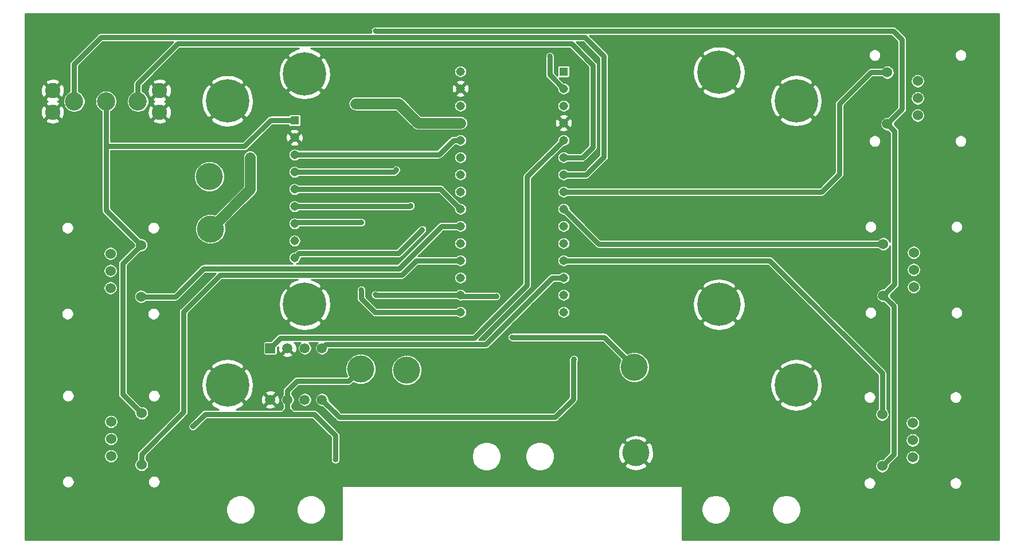
<source format=gtl>
G04 #@! TF.GenerationSoftware,KiCad,Pcbnew,(5.1.9-0-10_14)*
G04 #@! TF.CreationDate,2021-01-09T19:18:04-08:00*
G04 #@! TF.ProjectId,schematic,73636865-6d61-4746-9963-2e6b69636164,rev?*
G04 #@! TF.SameCoordinates,Original*
G04 #@! TF.FileFunction,Copper,L1,Top*
G04 #@! TF.FilePolarity,Positive*
%FSLAX46Y46*%
G04 Gerber Fmt 4.6, Leading zero omitted, Abs format (unit mm)*
G04 Created by KiCad (PCBNEW (5.1.9-0-10_14)) date 2021-01-09 19:18:04*
%MOMM*%
%LPD*%
G01*
G04 APERTURE LIST*
G04 #@! TA.AperFunction,ComponentPad*
%ADD10C,1.308000*%
G04 #@! TD*
G04 #@! TA.AperFunction,ComponentPad*
%ADD11R,1.308000X1.308000*%
G04 #@! TD*
G04 #@! TA.AperFunction,ComponentPad*
%ADD12C,1.524000*%
G04 #@! TD*
G04 #@! TA.AperFunction,ComponentPad*
%ADD13C,4.000000*%
G04 #@! TD*
G04 #@! TA.AperFunction,ComponentPad*
%ADD14C,1.498600*%
G04 #@! TD*
G04 #@! TA.AperFunction,ComponentPad*
%ADD15R,1.498600X1.498600*%
G04 #@! TD*
G04 #@! TA.AperFunction,ComponentPad*
%ADD16C,6.400000*%
G04 #@! TD*
G04 #@! TA.AperFunction,ComponentPad*
%ADD17C,2.250000*%
G04 #@! TD*
G04 #@! TA.AperFunction,ComponentPad*
%ADD18C,2.700000*%
G04 #@! TD*
G04 #@! TA.AperFunction,ViaPad*
%ADD19C,0.800000*%
G04 #@! TD*
G04 #@! TA.AperFunction,ViaPad*
%ADD20C,1.000000*%
G04 #@! TD*
G04 #@! TA.AperFunction,Conductor*
%ADD21C,0.800000*%
G04 #@! TD*
G04 #@! TA.AperFunction,Conductor*
%ADD22C,1.600000*%
G04 #@! TD*
G04 #@! TA.AperFunction,Conductor*
%ADD23C,0.600000*%
G04 #@! TD*
G04 #@! TA.AperFunction,Conductor*
%ADD24C,0.254000*%
G04 #@! TD*
G04 #@! TA.AperFunction,Conductor*
%ADD25C,0.100000*%
G04 #@! TD*
G04 APERTURE END LIST*
D10*
X146281140Y-63825120D03*
X146281140Y-66365120D03*
X146281140Y-68905120D03*
X146281140Y-71445120D03*
X146281140Y-73985120D03*
X146281140Y-76525120D03*
X146281140Y-79065120D03*
X146281140Y-81605120D03*
X146281140Y-84145120D03*
X146281140Y-86685120D03*
X146281140Y-89225120D03*
X146281140Y-91765120D03*
X146281140Y-94305120D03*
X146281140Y-96845120D03*
X146281140Y-99385120D03*
X161521140Y-99385120D03*
X161521140Y-96845120D03*
X161521140Y-94305120D03*
X161521140Y-91765120D03*
X161521140Y-89225120D03*
X161521140Y-86685120D03*
X161521140Y-84145120D03*
X161521140Y-81605120D03*
X161521140Y-79065120D03*
X161521140Y-76525120D03*
X161521140Y-73985120D03*
X161521140Y-71445120D03*
X161521140Y-68905120D03*
X161521140Y-66365120D03*
D11*
X161521140Y-63825120D03*
D12*
X213809580Y-70312280D03*
X213809580Y-67772280D03*
X213809580Y-65232280D03*
X209309580Y-63962280D03*
X209309580Y-71582280D03*
X213065360Y-120860820D03*
X213065360Y-118320820D03*
X213065360Y-115780820D03*
X208565360Y-114510820D03*
X208565360Y-122130820D03*
X94686120Y-115582700D03*
X94686120Y-118122700D03*
X94686120Y-120662700D03*
X99186120Y-121932700D03*
X99186120Y-114312700D03*
X94609920Y-90746580D03*
X94609920Y-93286580D03*
X94609920Y-95826580D03*
X99109920Y-97096580D03*
X99109920Y-89476580D03*
X213215220Y-95671640D03*
X213215220Y-93131640D03*
X213215220Y-90591640D03*
X208715220Y-89321640D03*
X208715220Y-96941640D03*
D13*
X109192060Y-79344520D03*
X109357160Y-87101680D03*
X131556760Y-107792520D03*
X138351260Y-107955080D03*
X172178980Y-120192800D03*
D10*
X121785380Y-91384120D03*
X121785380Y-88844120D03*
X121785380Y-86304120D03*
X121785380Y-83764120D03*
X121785380Y-81224120D03*
X121785380Y-78684120D03*
X121785380Y-76144120D03*
X121785380Y-73604120D03*
D11*
X121785380Y-71064120D03*
D14*
X118207000Y-112336000D03*
X120747000Y-112336000D03*
X123287000Y-112336000D03*
X125827000Y-112336000D03*
X125827000Y-104716000D03*
X123287000Y-104716000D03*
X120747000Y-104716000D03*
D15*
X118207000Y-104716000D03*
D16*
X195874640Y-68150740D03*
X195877180Y-110169960D03*
X111879380Y-110162340D03*
X111879380Y-68178680D03*
X123278900Y-64170560D03*
X184470040Y-98272600D03*
X123286520Y-98272600D03*
X184470040Y-63949580D03*
D13*
X171964000Y-107524000D03*
D17*
X101853060Y-66649800D03*
X101853060Y-69849800D03*
X86053060Y-69849800D03*
X86053060Y-66649800D03*
D18*
X98653060Y-68249800D03*
X93953060Y-68249800D03*
X89253060Y-68249800D03*
D19*
X151584660Y-97035620D03*
X133713220Y-96822260D03*
X133728460Y-57840880D03*
X163047680Y-106344720D03*
X106778600Y-116278540D03*
X127806000Y-121197000D03*
X153884000Y-103102000D03*
X140650000Y-87187000D03*
X131654000Y-96118000D03*
X131667000Y-86109000D03*
X138953000Y-83648000D03*
X136783000Y-78365000D03*
X159476000Y-61592000D03*
D20*
X130810000Y-68580000D03*
X115234716Y-76535284D03*
D21*
X93953060Y-84319720D02*
X99109920Y-89476580D01*
X99186120Y-114312700D02*
X96385380Y-111511960D01*
X96385380Y-92201120D02*
X99109920Y-89476580D01*
X96385380Y-111511960D02*
X96385380Y-92201120D01*
X121719340Y-71013320D02*
X121714260Y-71008240D01*
X121719340Y-71013320D02*
X118244620Y-71013320D01*
X118244620Y-71013320D02*
X114403140Y-74854800D01*
X114403140Y-74854800D02*
X93953060Y-74854800D01*
X93953060Y-68249800D02*
X93953060Y-74854800D01*
X93953060Y-74854800D02*
X93953060Y-84319720D01*
X208565360Y-122130820D02*
X210299300Y-120396880D01*
X210299300Y-98525720D02*
X208715220Y-96941640D01*
X210299300Y-120396880D02*
X210299300Y-98525720D01*
X208715220Y-96941640D02*
X210393280Y-95263580D01*
X210393280Y-72665980D02*
X209309580Y-71582280D01*
X210393280Y-95263580D02*
X210393280Y-72665980D01*
X146471640Y-97035620D02*
X146281140Y-96845120D01*
X151584660Y-97035620D02*
X146471640Y-97035620D01*
X133736080Y-96845120D02*
X133713220Y-96822260D01*
X146281140Y-96845120D02*
X133736080Y-96845120D01*
X133728460Y-57840880D02*
X210182460Y-57840880D01*
X210182460Y-57840880D02*
X211490560Y-59148980D01*
X211490560Y-69401300D02*
X209309580Y-71582280D01*
X211490560Y-59148980D02*
X211490560Y-69401300D01*
X128390440Y-114899440D02*
X125827000Y-112336000D01*
X160279080Y-114899440D02*
X128390440Y-114899440D01*
X163047680Y-106344720D02*
X162928300Y-106464100D01*
X162928300Y-112250220D02*
X160279080Y-114899440D01*
X162928300Y-106464100D02*
X162928300Y-112250220D01*
X120698260Y-110977680D02*
X122125740Y-109550200D01*
X129799080Y-109550200D02*
X131556760Y-107792520D01*
X122125740Y-109550200D02*
X129799080Y-109550200D01*
X108599140Y-114458000D02*
X106778600Y-116278540D01*
X118997000Y-114458000D02*
X108599140Y-114458000D01*
X127806000Y-117599000D02*
X127806000Y-121197000D01*
X124665000Y-114458000D02*
X127806000Y-117599000D01*
X122450000Y-114458000D02*
X124665000Y-114458000D01*
X120698260Y-114432260D02*
X120724000Y-114458000D01*
X120698260Y-112287260D02*
X120747000Y-112336000D01*
X120698260Y-110977680D02*
X120698260Y-112287260D01*
X120747000Y-112336000D02*
X120747000Y-113742000D01*
X120724000Y-114458000D02*
X121463000Y-114458000D01*
X121463000Y-114458000D02*
X122450000Y-114458000D01*
X120747000Y-114004000D02*
X120293000Y-114458000D01*
X120747000Y-113742000D02*
X120747000Y-114004000D01*
X120293000Y-114458000D02*
X120724000Y-114458000D01*
X121009000Y-114004000D02*
X121463000Y-114458000D01*
X120747000Y-114004000D02*
X121009000Y-114004000D01*
X120527000Y-114004000D02*
X120073000Y-114458000D01*
X120747000Y-114004000D02*
X120527000Y-114004000D01*
X118997000Y-114458000D02*
X120073000Y-114458000D01*
X120073000Y-114458000D02*
X120293000Y-114458000D01*
X161521140Y-94305120D02*
X159867600Y-94305120D01*
X159867600Y-94305120D02*
X150012400Y-104160320D01*
X126382680Y-104160320D02*
X125827000Y-104716000D01*
X150012400Y-104160320D02*
X126382680Y-104160320D01*
X119715090Y-103207910D02*
X118207000Y-104716000D01*
X156116020Y-79390240D02*
X156116020Y-95412980D01*
X148321090Y-103207910D02*
X119715090Y-103207910D01*
X156116020Y-95412980D02*
X148321090Y-103207910D01*
X161521140Y-73985120D02*
X156116020Y-79390240D01*
X167542000Y-103102000D02*
X171964000Y-107524000D01*
X153884000Y-103102000D02*
X167542000Y-103102000D01*
X208565360Y-114510820D02*
X208565360Y-108413160D01*
X191917320Y-91765120D02*
X161521140Y-91765120D01*
X208565360Y-108413160D02*
X191917320Y-91765120D01*
X206892094Y-63962280D02*
X202255120Y-68599254D01*
X209309580Y-63962280D02*
X206892094Y-63962280D01*
X202255120Y-68599254D02*
X202255120Y-78988920D01*
X199638920Y-81605120D02*
X161521140Y-81605120D01*
X202255120Y-78988920D02*
X199638920Y-81605120D01*
X166697660Y-89321640D02*
X161521140Y-84145120D01*
X208715220Y-89321640D02*
X166697660Y-89321640D01*
X98653060Y-65644300D02*
X98653060Y-68249800D01*
X104551660Y-59745700D02*
X98653060Y-65644300D01*
X164299900Y-76525120D02*
X165828980Y-74996040D01*
X161521140Y-76525120D02*
X164299900Y-76525120D01*
X165828980Y-74996040D02*
X165828980Y-62887860D01*
X165828980Y-62887860D02*
X162686820Y-59745700D01*
X162686820Y-59745700D02*
X104551660Y-59745700D01*
X89253060Y-62743080D02*
X89253060Y-68249800D01*
X93202850Y-58793290D02*
X89253060Y-62743080D01*
X164858700Y-79065120D02*
X167492680Y-76431140D01*
X161521140Y-79065120D02*
X164858700Y-79065120D01*
X167492680Y-61600080D02*
X164685890Y-58793290D01*
X167492680Y-76431140D02*
X167492680Y-61600080D01*
X164685890Y-58793290D02*
X93202850Y-58793290D01*
X137116000Y-90721000D02*
X140650000Y-87187000D01*
X121785380Y-91384120D02*
X122448500Y-90721000D01*
X122448500Y-90721000D02*
X137116000Y-90721000D01*
X131654000Y-97406000D02*
X131654000Y-96118000D01*
X146281140Y-99385120D02*
X133633120Y-99385120D01*
X133633120Y-99385120D02*
X131654000Y-97406000D01*
X121980500Y-86109000D02*
X121785380Y-86304120D01*
X131667000Y-86109000D02*
X121980500Y-86109000D01*
X138836880Y-83764120D02*
X138953000Y-83648000D01*
X121785380Y-83764120D02*
X138836880Y-83764120D01*
X136463880Y-78684120D02*
X136783000Y-78365000D01*
X121785380Y-78684120D02*
X136463880Y-78684120D01*
X159476000Y-64319980D02*
X161521140Y-66365120D01*
X159476000Y-61592000D02*
X159476000Y-64319980D01*
X121719340Y-76093320D02*
X143132680Y-76093320D01*
X145240880Y-73985120D02*
X146281140Y-73985120D01*
X143132680Y-76093320D02*
X145240880Y-73985120D01*
X99186120Y-121932700D02*
X99186120Y-120384180D01*
X99186120Y-120384180D02*
X105384600Y-114185700D01*
X105384600Y-105956100D02*
X105384600Y-105399840D01*
X105384600Y-99316540D02*
X105384600Y-105956100D01*
X105384600Y-114185700D02*
X105384600Y-105956100D01*
X110807590Y-93893550D02*
X105384600Y-99316540D01*
X146281140Y-91765120D02*
X139769290Y-91765120D01*
X139769290Y-91765120D02*
X137640861Y-93893550D01*
X137640861Y-93893550D02*
X110807590Y-93893550D01*
X137246360Y-92941140D02*
X143502380Y-86685120D01*
X146281140Y-86685120D02*
X143502380Y-86685120D01*
X108366560Y-92941140D02*
X137246360Y-92941140D01*
X99109920Y-97096580D02*
X104211120Y-97096580D01*
X104211120Y-97096580D02*
X108366560Y-92941140D01*
D22*
X130810000Y-68580000D02*
X137160000Y-68580000D01*
X140025120Y-71445120D02*
X146281140Y-71445120D01*
X137160000Y-68580000D02*
X140025120Y-71445120D01*
X109357160Y-87101680D02*
X115234716Y-81224124D01*
X115234716Y-81224124D02*
X115234716Y-76535284D01*
D23*
X121785380Y-81224120D02*
X121841260Y-81280000D01*
D21*
X143360140Y-81224120D02*
X121785380Y-81224120D01*
X146281140Y-84145120D02*
X143360140Y-81224120D01*
D24*
X225770928Y-133069849D02*
X179076429Y-133069849D01*
X179076429Y-128335318D01*
X181831600Y-128335318D01*
X181831600Y-128760682D01*
X181914585Y-129177874D01*
X182077365Y-129570859D01*
X182313685Y-129924537D01*
X182614463Y-130225315D01*
X182968141Y-130461635D01*
X183361126Y-130624415D01*
X183778318Y-130707400D01*
X184203682Y-130707400D01*
X184620874Y-130624415D01*
X185013859Y-130461635D01*
X185367537Y-130225315D01*
X185668315Y-129924537D01*
X185904635Y-129570859D01*
X186067415Y-129177874D01*
X186150400Y-128760682D01*
X186150400Y-128335318D01*
X192251600Y-128335318D01*
X192251600Y-128760682D01*
X192334585Y-129177874D01*
X192497365Y-129570859D01*
X192733685Y-129924537D01*
X193034463Y-130225315D01*
X193388141Y-130461635D01*
X193781126Y-130624415D01*
X194198318Y-130707400D01*
X194623682Y-130707400D01*
X195040874Y-130624415D01*
X195433859Y-130461635D01*
X195787537Y-130225315D01*
X196088315Y-129924537D01*
X196324635Y-129570859D01*
X196487415Y-129177874D01*
X196570400Y-128760682D01*
X196570400Y-128335318D01*
X196487415Y-127918126D01*
X196324635Y-127525141D01*
X196088315Y-127171463D01*
X195787537Y-126870685D01*
X195433859Y-126634365D01*
X195040874Y-126471585D01*
X194623682Y-126388600D01*
X194198318Y-126388600D01*
X193781126Y-126471585D01*
X193388141Y-126634365D01*
X193034463Y-126870685D01*
X192733685Y-127171463D01*
X192497365Y-127525141D01*
X192334585Y-127918126D01*
X192251600Y-128335318D01*
X186150400Y-128335318D01*
X186067415Y-127918126D01*
X185904635Y-127525141D01*
X185668315Y-127171463D01*
X185367537Y-126870685D01*
X185013859Y-126634365D01*
X184620874Y-126471585D01*
X184203682Y-126388600D01*
X183778318Y-126388600D01*
X183361126Y-126471585D01*
X182968141Y-126634365D01*
X182614463Y-126870685D01*
X182313685Y-127171463D01*
X182077365Y-127525141D01*
X181914585Y-127918126D01*
X181831600Y-128335318D01*
X179076429Y-128335318D01*
X179076429Y-125203874D01*
X179077047Y-125197600D01*
X179074580Y-125172556D01*
X179067275Y-125148475D01*
X179055413Y-125126282D01*
X179039449Y-125106829D01*
X179019996Y-125090865D01*
X178997803Y-125079003D01*
X178973722Y-125071698D01*
X178954952Y-125069849D01*
X178948678Y-125069231D01*
X178942405Y-125069849D01*
X133842406Y-125069849D01*
X133842396Y-125069850D01*
X128854954Y-125069850D01*
X128848680Y-125069232D01*
X128842407Y-125069850D01*
X128842406Y-125069850D01*
X128823636Y-125071699D01*
X128799555Y-125079004D01*
X128777362Y-125090866D01*
X128757909Y-125106830D01*
X128741945Y-125126283D01*
X128730083Y-125148476D01*
X128722778Y-125172557D01*
X128720311Y-125197601D01*
X128720930Y-125203885D01*
X128720929Y-133069849D01*
X82026430Y-133069849D01*
X82026430Y-128393318D01*
X111625600Y-128393318D01*
X111625600Y-128818682D01*
X111708585Y-129235874D01*
X111871365Y-129628859D01*
X112107685Y-129982537D01*
X112408463Y-130283315D01*
X112762141Y-130519635D01*
X113155126Y-130682415D01*
X113572318Y-130765400D01*
X113997682Y-130765400D01*
X114414874Y-130682415D01*
X114807859Y-130519635D01*
X115161537Y-130283315D01*
X115462315Y-129982537D01*
X115698635Y-129628859D01*
X115861415Y-129235874D01*
X115944400Y-128818682D01*
X115944400Y-128393318D01*
X122045600Y-128393318D01*
X122045600Y-128818682D01*
X122128585Y-129235874D01*
X122291365Y-129628859D01*
X122527685Y-129982537D01*
X122828463Y-130283315D01*
X123182141Y-130519635D01*
X123575126Y-130682415D01*
X123992318Y-130765400D01*
X124417682Y-130765400D01*
X124834874Y-130682415D01*
X125227859Y-130519635D01*
X125581537Y-130283315D01*
X125882315Y-129982537D01*
X126118635Y-129628859D01*
X126281415Y-129235874D01*
X126364400Y-128818682D01*
X126364400Y-128393318D01*
X126281415Y-127976126D01*
X126118635Y-127583141D01*
X125882315Y-127229463D01*
X125581537Y-126928685D01*
X125227859Y-126692365D01*
X124834874Y-126529585D01*
X124417682Y-126446600D01*
X123992318Y-126446600D01*
X123575126Y-126529585D01*
X123182141Y-126692365D01*
X122828463Y-126928685D01*
X122527685Y-127229463D01*
X122291365Y-127583141D01*
X122128585Y-127976126D01*
X122045600Y-128393318D01*
X115944400Y-128393318D01*
X115861415Y-127976126D01*
X115698635Y-127583141D01*
X115462315Y-127229463D01*
X115161537Y-126928685D01*
X114807859Y-126692365D01*
X114414874Y-126529585D01*
X113997682Y-126446600D01*
X113572318Y-126446600D01*
X113155126Y-126529585D01*
X112762141Y-126692365D01*
X112408463Y-126928685D01*
X112107685Y-127229463D01*
X111871365Y-127583141D01*
X111708585Y-127976126D01*
X111625600Y-128393318D01*
X82026430Y-128393318D01*
X82026430Y-124381162D01*
X87406720Y-124381162D01*
X87406720Y-124564238D01*
X87442436Y-124743796D01*
X87512496Y-124912936D01*
X87614208Y-125065158D01*
X87743662Y-125194612D01*
X87895884Y-125296324D01*
X88065024Y-125366384D01*
X88244582Y-125402100D01*
X88427658Y-125402100D01*
X88607216Y-125366384D01*
X88776356Y-125296324D01*
X88928578Y-125194612D01*
X89058032Y-125065158D01*
X89159744Y-124912936D01*
X89229804Y-124743796D01*
X89265520Y-124564238D01*
X89265520Y-124381162D01*
X100106720Y-124381162D01*
X100106720Y-124564238D01*
X100142436Y-124743796D01*
X100212496Y-124912936D01*
X100314208Y-125065158D01*
X100443662Y-125194612D01*
X100595884Y-125296324D01*
X100765024Y-125366384D01*
X100944582Y-125402100D01*
X101127658Y-125402100D01*
X101307216Y-125366384D01*
X101476356Y-125296324D01*
X101628578Y-125194612D01*
X101758032Y-125065158D01*
X101859744Y-124912936D01*
X101929804Y-124743796D01*
X101962527Y-124579282D01*
X205785960Y-124579282D01*
X205785960Y-124762358D01*
X205821676Y-124941916D01*
X205891736Y-125111056D01*
X205993448Y-125263278D01*
X206122902Y-125392732D01*
X206275124Y-125494444D01*
X206444264Y-125564504D01*
X206623822Y-125600220D01*
X206806898Y-125600220D01*
X206986456Y-125564504D01*
X207155596Y-125494444D01*
X207307818Y-125392732D01*
X207437272Y-125263278D01*
X207538984Y-125111056D01*
X207609044Y-124941916D01*
X207644760Y-124762358D01*
X207644760Y-124579282D01*
X218485960Y-124579282D01*
X218485960Y-124762358D01*
X218521676Y-124941916D01*
X218591736Y-125111056D01*
X218693448Y-125263278D01*
X218822902Y-125392732D01*
X218975124Y-125494444D01*
X219144264Y-125564504D01*
X219323822Y-125600220D01*
X219506898Y-125600220D01*
X219686456Y-125564504D01*
X219855596Y-125494444D01*
X220007818Y-125392732D01*
X220137272Y-125263278D01*
X220238984Y-125111056D01*
X220309044Y-124941916D01*
X220344760Y-124762358D01*
X220344760Y-124579282D01*
X220309044Y-124399724D01*
X220238984Y-124230584D01*
X220137272Y-124078362D01*
X220007818Y-123948908D01*
X219855596Y-123847196D01*
X219686456Y-123777136D01*
X219506898Y-123741420D01*
X219323822Y-123741420D01*
X219144264Y-123777136D01*
X218975124Y-123847196D01*
X218822902Y-123948908D01*
X218693448Y-124078362D01*
X218591736Y-124230584D01*
X218521676Y-124399724D01*
X218485960Y-124579282D01*
X207644760Y-124579282D01*
X207609044Y-124399724D01*
X207538984Y-124230584D01*
X207437272Y-124078362D01*
X207307818Y-123948908D01*
X207155596Y-123847196D01*
X206986456Y-123777136D01*
X206806898Y-123741420D01*
X206623822Y-123741420D01*
X206444264Y-123777136D01*
X206275124Y-123847196D01*
X206122902Y-123948908D01*
X205993448Y-124078362D01*
X205891736Y-124230584D01*
X205821676Y-124399724D01*
X205785960Y-124579282D01*
X101962527Y-124579282D01*
X101965520Y-124564238D01*
X101965520Y-124381162D01*
X101929804Y-124201604D01*
X101859744Y-124032464D01*
X101758032Y-123880242D01*
X101628578Y-123750788D01*
X101476356Y-123649076D01*
X101307216Y-123579016D01*
X101127658Y-123543300D01*
X100944582Y-123543300D01*
X100765024Y-123579016D01*
X100595884Y-123649076D01*
X100443662Y-123750788D01*
X100314208Y-123880242D01*
X100212496Y-124032464D01*
X100142436Y-124201604D01*
X100106720Y-124381162D01*
X89265520Y-124381162D01*
X89229804Y-124201604D01*
X89159744Y-124032464D01*
X89058032Y-123880242D01*
X88928578Y-123750788D01*
X88776356Y-123649076D01*
X88607216Y-123579016D01*
X88427658Y-123543300D01*
X88244582Y-123543300D01*
X88065024Y-123579016D01*
X87895884Y-123649076D01*
X87743662Y-123750788D01*
X87614208Y-123880242D01*
X87512496Y-124032464D01*
X87442436Y-124201604D01*
X87406720Y-124381162D01*
X82026430Y-124381162D01*
X82026430Y-120560131D01*
X93644720Y-120560131D01*
X93644720Y-120765269D01*
X93684740Y-120966465D01*
X93763243Y-121155988D01*
X93877212Y-121326554D01*
X94022266Y-121471608D01*
X94192832Y-121585577D01*
X94382355Y-121664080D01*
X94583551Y-121704100D01*
X94788689Y-121704100D01*
X94989885Y-121664080D01*
X95179408Y-121585577D01*
X95349974Y-121471608D01*
X95495028Y-121326554D01*
X95608997Y-121155988D01*
X95687500Y-120966465D01*
X95727520Y-120765269D01*
X95727520Y-120560131D01*
X95687500Y-120358935D01*
X95608997Y-120169412D01*
X95495028Y-119998846D01*
X95349974Y-119853792D01*
X95179408Y-119739823D01*
X94989885Y-119661320D01*
X94788689Y-119621300D01*
X94583551Y-119621300D01*
X94382355Y-119661320D01*
X94192832Y-119739823D01*
X94022266Y-119853792D01*
X93877212Y-119998846D01*
X93763243Y-120169412D01*
X93684740Y-120358935D01*
X93644720Y-120560131D01*
X82026430Y-120560131D01*
X82026430Y-118020131D01*
X93644720Y-118020131D01*
X93644720Y-118225269D01*
X93684740Y-118426465D01*
X93763243Y-118615988D01*
X93877212Y-118786554D01*
X94022266Y-118931608D01*
X94192832Y-119045577D01*
X94382355Y-119124080D01*
X94583551Y-119164100D01*
X94788689Y-119164100D01*
X94989885Y-119124080D01*
X95179408Y-119045577D01*
X95349974Y-118931608D01*
X95495028Y-118786554D01*
X95608997Y-118615988D01*
X95687500Y-118426465D01*
X95727520Y-118225269D01*
X95727520Y-118020131D01*
X95687500Y-117818935D01*
X95608997Y-117629412D01*
X95495028Y-117458846D01*
X95349974Y-117313792D01*
X95179408Y-117199823D01*
X94989885Y-117121320D01*
X94788689Y-117081300D01*
X94583551Y-117081300D01*
X94382355Y-117121320D01*
X94192832Y-117199823D01*
X94022266Y-117313792D01*
X93877212Y-117458846D01*
X93763243Y-117629412D01*
X93684740Y-117818935D01*
X93644720Y-118020131D01*
X82026430Y-118020131D01*
X82026430Y-115480131D01*
X93644720Y-115480131D01*
X93644720Y-115685269D01*
X93684740Y-115886465D01*
X93763243Y-116075988D01*
X93877212Y-116246554D01*
X94022266Y-116391608D01*
X94192832Y-116505577D01*
X94382355Y-116584080D01*
X94583551Y-116624100D01*
X94788689Y-116624100D01*
X94989885Y-116584080D01*
X95179408Y-116505577D01*
X95349974Y-116391608D01*
X95495028Y-116246554D01*
X95608997Y-116075988D01*
X95687500Y-115886465D01*
X95727520Y-115685269D01*
X95727520Y-115480131D01*
X95687500Y-115278935D01*
X95608997Y-115089412D01*
X95495028Y-114918846D01*
X95349974Y-114773792D01*
X95179408Y-114659823D01*
X94989885Y-114581320D01*
X94788689Y-114541300D01*
X94583551Y-114541300D01*
X94382355Y-114581320D01*
X94192832Y-114659823D01*
X94022266Y-114773792D01*
X93877212Y-114918846D01*
X93763243Y-115089412D01*
X93684740Y-115278935D01*
X93644720Y-115480131D01*
X82026430Y-115480131D01*
X82026430Y-111681162D01*
X87406720Y-111681162D01*
X87406720Y-111864238D01*
X87442436Y-112043796D01*
X87512496Y-112212936D01*
X87614208Y-112365158D01*
X87743662Y-112494612D01*
X87895884Y-112596324D01*
X88065024Y-112666384D01*
X88244582Y-112702100D01*
X88427658Y-112702100D01*
X88607216Y-112666384D01*
X88776356Y-112596324D01*
X88928578Y-112494612D01*
X89058032Y-112365158D01*
X89159744Y-112212936D01*
X89229804Y-112043796D01*
X89265520Y-111864238D01*
X89265520Y-111681162D01*
X89229804Y-111501604D01*
X89159744Y-111332464D01*
X89058032Y-111180242D01*
X88928578Y-111050788D01*
X88776356Y-110949076D01*
X88607216Y-110879016D01*
X88427658Y-110843300D01*
X88244582Y-110843300D01*
X88065024Y-110879016D01*
X87895884Y-110949076D01*
X87743662Y-111050788D01*
X87614208Y-111180242D01*
X87512496Y-111332464D01*
X87442436Y-111501604D01*
X87406720Y-111681162D01*
X82026430Y-111681162D01*
X82026430Y-99545042D01*
X87330520Y-99545042D01*
X87330520Y-99728118D01*
X87366236Y-99907676D01*
X87436296Y-100076816D01*
X87538008Y-100229038D01*
X87667462Y-100358492D01*
X87819684Y-100460204D01*
X87988824Y-100530264D01*
X88168382Y-100565980D01*
X88351458Y-100565980D01*
X88531016Y-100530264D01*
X88700156Y-100460204D01*
X88852378Y-100358492D01*
X88981832Y-100229038D01*
X89083544Y-100076816D01*
X89153604Y-99907676D01*
X89189320Y-99728118D01*
X89189320Y-99545042D01*
X89153604Y-99365484D01*
X89083544Y-99196344D01*
X88981832Y-99044122D01*
X88852378Y-98914668D01*
X88700156Y-98812956D01*
X88531016Y-98742896D01*
X88351458Y-98707180D01*
X88168382Y-98707180D01*
X87988824Y-98742896D01*
X87819684Y-98812956D01*
X87667462Y-98914668D01*
X87538008Y-99044122D01*
X87436296Y-99196344D01*
X87366236Y-99365484D01*
X87330520Y-99545042D01*
X82026430Y-99545042D01*
X82026430Y-95724011D01*
X93568520Y-95724011D01*
X93568520Y-95929149D01*
X93608540Y-96130345D01*
X93687043Y-96319868D01*
X93801012Y-96490434D01*
X93946066Y-96635488D01*
X94116632Y-96749457D01*
X94306155Y-96827960D01*
X94507351Y-96867980D01*
X94712489Y-96867980D01*
X94913685Y-96827960D01*
X95103208Y-96749457D01*
X95273774Y-96635488D01*
X95418828Y-96490434D01*
X95532797Y-96319868D01*
X95611300Y-96130345D01*
X95651320Y-95929149D01*
X95651320Y-95724011D01*
X95611300Y-95522815D01*
X95532797Y-95333292D01*
X95418828Y-95162726D01*
X95273774Y-95017672D01*
X95103208Y-94903703D01*
X94913685Y-94825200D01*
X94712489Y-94785180D01*
X94507351Y-94785180D01*
X94306155Y-94825200D01*
X94116632Y-94903703D01*
X93946066Y-95017672D01*
X93801012Y-95162726D01*
X93687043Y-95333292D01*
X93608540Y-95522815D01*
X93568520Y-95724011D01*
X82026430Y-95724011D01*
X82026430Y-93184011D01*
X93568520Y-93184011D01*
X93568520Y-93389149D01*
X93608540Y-93590345D01*
X93687043Y-93779868D01*
X93801012Y-93950434D01*
X93946066Y-94095488D01*
X94116632Y-94209457D01*
X94306155Y-94287960D01*
X94507351Y-94327980D01*
X94712489Y-94327980D01*
X94913685Y-94287960D01*
X95103208Y-94209457D01*
X95273774Y-94095488D01*
X95418828Y-93950434D01*
X95532797Y-93779868D01*
X95611300Y-93590345D01*
X95651320Y-93389149D01*
X95651320Y-93184011D01*
X95611300Y-92982815D01*
X95532797Y-92793292D01*
X95418828Y-92622726D01*
X95273774Y-92477672D01*
X95103208Y-92363703D01*
X94913685Y-92285200D01*
X94712489Y-92245180D01*
X94507351Y-92245180D01*
X94306155Y-92285200D01*
X94116632Y-92363703D01*
X93946066Y-92477672D01*
X93801012Y-92622726D01*
X93687043Y-92793292D01*
X93608540Y-92982815D01*
X93568520Y-93184011D01*
X82026430Y-93184011D01*
X82026430Y-90644011D01*
X93568520Y-90644011D01*
X93568520Y-90849149D01*
X93608540Y-91050345D01*
X93687043Y-91239868D01*
X93801012Y-91410434D01*
X93946066Y-91555488D01*
X94116632Y-91669457D01*
X94306155Y-91747960D01*
X94507351Y-91787980D01*
X94712489Y-91787980D01*
X94913685Y-91747960D01*
X95103208Y-91669457D01*
X95273774Y-91555488D01*
X95418828Y-91410434D01*
X95532797Y-91239868D01*
X95611300Y-91050345D01*
X95651320Y-90849149D01*
X95651320Y-90644011D01*
X95611300Y-90442815D01*
X95532797Y-90253292D01*
X95418828Y-90082726D01*
X95273774Y-89937672D01*
X95103208Y-89823703D01*
X94913685Y-89745200D01*
X94712489Y-89705180D01*
X94507351Y-89705180D01*
X94306155Y-89745200D01*
X94116632Y-89823703D01*
X93946066Y-89937672D01*
X93801012Y-90082726D01*
X93687043Y-90253292D01*
X93608540Y-90442815D01*
X93568520Y-90644011D01*
X82026430Y-90644011D01*
X82026430Y-86845042D01*
X87330520Y-86845042D01*
X87330520Y-87028118D01*
X87366236Y-87207676D01*
X87436296Y-87376816D01*
X87538008Y-87529038D01*
X87667462Y-87658492D01*
X87819684Y-87760204D01*
X87988824Y-87830264D01*
X88168382Y-87865980D01*
X88351458Y-87865980D01*
X88531016Y-87830264D01*
X88700156Y-87760204D01*
X88852378Y-87658492D01*
X88981832Y-87529038D01*
X89083544Y-87376816D01*
X89153604Y-87207676D01*
X89189320Y-87028118D01*
X89189320Y-86845042D01*
X89153604Y-86665484D01*
X89083544Y-86496344D01*
X88981832Y-86344122D01*
X88852378Y-86214668D01*
X88700156Y-86112956D01*
X88531016Y-86042896D01*
X88351458Y-86007180D01*
X88168382Y-86007180D01*
X87988824Y-86042896D01*
X87819684Y-86112956D01*
X87667462Y-86214668D01*
X87538008Y-86344122D01*
X87436296Y-86496344D01*
X87366236Y-86665484D01*
X87330520Y-86845042D01*
X82026430Y-86845042D01*
X82026430Y-71074331D01*
X85008134Y-71074331D01*
X85118981Y-71351514D01*
X85429900Y-71504889D01*
X85764765Y-71594660D01*
X86110710Y-71617376D01*
X86454440Y-71572166D01*
X86782745Y-71460766D01*
X86987139Y-71351514D01*
X87097986Y-71074331D01*
X86053060Y-70029405D01*
X85008134Y-71074331D01*
X82026430Y-71074331D01*
X82026430Y-69907450D01*
X84285484Y-69907450D01*
X84330694Y-70251180D01*
X84442094Y-70579485D01*
X84551346Y-70783879D01*
X84828529Y-70894726D01*
X85873455Y-69849800D01*
X86232665Y-69849800D01*
X87277591Y-70894726D01*
X87554774Y-70783879D01*
X87708149Y-70472960D01*
X87797920Y-70138095D01*
X87820636Y-69792150D01*
X87775426Y-69448420D01*
X87664026Y-69120115D01*
X87554774Y-68915721D01*
X87277591Y-68804874D01*
X86232665Y-69849800D01*
X85873455Y-69849800D01*
X84828529Y-68804874D01*
X84551346Y-68915721D01*
X84397971Y-69226640D01*
X84308200Y-69561505D01*
X84285484Y-69907450D01*
X82026430Y-69907450D01*
X82026430Y-67874331D01*
X85008134Y-67874331D01*
X85118981Y-68151514D01*
X85310234Y-68245858D01*
X85118981Y-68348086D01*
X85008134Y-68625269D01*
X86053060Y-69670195D01*
X87097986Y-68625269D01*
X86987139Y-68348086D01*
X86795886Y-68253742D01*
X86987139Y-68151514D01*
X87012011Y-68089318D01*
X87623660Y-68089318D01*
X87623660Y-68410282D01*
X87686277Y-68725078D01*
X87809104Y-69021610D01*
X87987422Y-69288482D01*
X88214378Y-69515438D01*
X88481250Y-69693756D01*
X88777782Y-69816583D01*
X89092578Y-69879200D01*
X89413542Y-69879200D01*
X89728338Y-69816583D01*
X90024870Y-69693756D01*
X90291742Y-69515438D01*
X90518698Y-69288482D01*
X90697016Y-69021610D01*
X90819843Y-68725078D01*
X90882460Y-68410282D01*
X90882460Y-68089318D01*
X92323660Y-68089318D01*
X92323660Y-68410282D01*
X92386277Y-68725078D01*
X92509104Y-69021610D01*
X92687422Y-69288482D01*
X92914378Y-69515438D01*
X93181250Y-69693756D01*
X93273660Y-69732033D01*
X93273661Y-74821417D01*
X93270373Y-74854800D01*
X93273660Y-74888173D01*
X93273661Y-84286338D01*
X93270373Y-84319720D01*
X93283491Y-84452904D01*
X93322340Y-84580973D01*
X93347398Y-84627852D01*
X93385428Y-84699001D01*
X93470328Y-84802453D01*
X93496252Y-84823728D01*
X98068520Y-89395997D01*
X98068520Y-89557163D01*
X95928572Y-91697112D01*
X95902648Y-91718387D01*
X95865707Y-91763400D01*
X95817747Y-91821840D01*
X95754660Y-91939867D01*
X95715811Y-92067936D01*
X95702693Y-92201120D01*
X95705981Y-92234502D01*
X95705980Y-111478588D01*
X95702693Y-111511960D01*
X95705980Y-111545332D01*
X95715811Y-111645145D01*
X95754659Y-111773212D01*
X95817747Y-111891240D01*
X95902647Y-111994692D01*
X95928573Y-112015969D01*
X98144720Y-114232117D01*
X98144720Y-114415269D01*
X98184740Y-114616465D01*
X98263243Y-114805988D01*
X98377212Y-114976554D01*
X98522266Y-115121608D01*
X98692832Y-115235577D01*
X98882355Y-115314080D01*
X99083551Y-115354100D01*
X99288689Y-115354100D01*
X99489885Y-115314080D01*
X99679408Y-115235577D01*
X99849974Y-115121608D01*
X99995028Y-114976554D01*
X100108997Y-114805988D01*
X100187500Y-114616465D01*
X100227520Y-114415269D01*
X100227520Y-114210131D01*
X100187500Y-114008935D01*
X100108997Y-113819412D01*
X99995028Y-113648846D01*
X99849974Y-113503792D01*
X99679408Y-113389823D01*
X99489885Y-113311320D01*
X99288689Y-113271300D01*
X99105537Y-113271300D01*
X97515399Y-111681162D01*
X100106720Y-111681162D01*
X100106720Y-111864238D01*
X100142436Y-112043796D01*
X100212496Y-112212936D01*
X100314208Y-112365158D01*
X100443662Y-112494612D01*
X100595884Y-112596324D01*
X100765024Y-112666384D01*
X100944582Y-112702100D01*
X101127658Y-112702100D01*
X101307216Y-112666384D01*
X101476356Y-112596324D01*
X101628578Y-112494612D01*
X101758032Y-112365158D01*
X101859744Y-112212936D01*
X101929804Y-112043796D01*
X101965520Y-111864238D01*
X101965520Y-111681162D01*
X101929804Y-111501604D01*
X101859744Y-111332464D01*
X101758032Y-111180242D01*
X101628578Y-111050788D01*
X101476356Y-110949076D01*
X101307216Y-110879016D01*
X101127658Y-110843300D01*
X100944582Y-110843300D01*
X100765024Y-110879016D01*
X100595884Y-110949076D01*
X100443662Y-111050788D01*
X100314208Y-111180242D01*
X100212496Y-111332464D01*
X100142436Y-111501604D01*
X100106720Y-111681162D01*
X97515399Y-111681162D01*
X97064780Y-111230544D01*
X97064780Y-99545042D01*
X100030520Y-99545042D01*
X100030520Y-99728118D01*
X100066236Y-99907676D01*
X100136296Y-100076816D01*
X100238008Y-100229038D01*
X100367462Y-100358492D01*
X100519684Y-100460204D01*
X100688824Y-100530264D01*
X100868382Y-100565980D01*
X101051458Y-100565980D01*
X101231016Y-100530264D01*
X101400156Y-100460204D01*
X101552378Y-100358492D01*
X101681832Y-100229038D01*
X101783544Y-100076816D01*
X101853604Y-99907676D01*
X101889320Y-99728118D01*
X101889320Y-99545042D01*
X101853604Y-99365484D01*
X101783544Y-99196344D01*
X101681832Y-99044122D01*
X101552378Y-98914668D01*
X101400156Y-98812956D01*
X101231016Y-98742896D01*
X101051458Y-98707180D01*
X100868382Y-98707180D01*
X100688824Y-98742896D01*
X100519684Y-98812956D01*
X100367462Y-98914668D01*
X100238008Y-99044122D01*
X100136296Y-99196344D01*
X100066236Y-99365484D01*
X100030520Y-99545042D01*
X97064780Y-99545042D01*
X97064780Y-96994011D01*
X98068520Y-96994011D01*
X98068520Y-97199149D01*
X98108540Y-97400345D01*
X98187043Y-97589868D01*
X98301012Y-97760434D01*
X98446066Y-97905488D01*
X98616632Y-98019457D01*
X98806155Y-98097960D01*
X99007351Y-98137980D01*
X99212489Y-98137980D01*
X99413685Y-98097960D01*
X99603208Y-98019457D01*
X99773774Y-97905488D01*
X99903282Y-97775980D01*
X104177748Y-97775980D01*
X104211120Y-97779267D01*
X104244492Y-97775980D01*
X104244493Y-97775980D01*
X104344306Y-97766149D01*
X104472373Y-97727301D01*
X104590401Y-97664213D01*
X104693853Y-97579313D01*
X104715133Y-97553383D01*
X108647976Y-93620540D01*
X110119783Y-93620540D01*
X104927793Y-98812531D01*
X104901867Y-98833808D01*
X104816967Y-98937260D01*
X104753879Y-99055288D01*
X104715031Y-99183355D01*
X104715031Y-99183356D01*
X104701913Y-99316540D01*
X104705200Y-99349912D01*
X104705201Y-105366458D01*
X104705200Y-105366467D01*
X104705200Y-105989472D01*
X104705201Y-105989482D01*
X104705200Y-113904283D01*
X98729312Y-119880172D01*
X98703388Y-119901447D01*
X98682114Y-119927370D01*
X98618487Y-120004900D01*
X98555400Y-120122927D01*
X98516551Y-120250996D01*
X98503433Y-120384180D01*
X98506721Y-120417562D01*
X98506721Y-121139337D01*
X98377212Y-121268846D01*
X98263243Y-121439412D01*
X98184740Y-121628935D01*
X98144720Y-121830131D01*
X98144720Y-122035269D01*
X98184740Y-122236465D01*
X98263243Y-122425988D01*
X98377212Y-122596554D01*
X98522266Y-122741608D01*
X98692832Y-122855577D01*
X98882355Y-122934080D01*
X99083551Y-122974100D01*
X99288689Y-122974100D01*
X99489885Y-122934080D01*
X99679408Y-122855577D01*
X99849974Y-122741608D01*
X99995028Y-122596554D01*
X100108997Y-122425988D01*
X100187500Y-122236465D01*
X100227520Y-122035269D01*
X100227520Y-121830131D01*
X100187500Y-121628935D01*
X100108997Y-121439412D01*
X99995028Y-121268846D01*
X99865520Y-121139338D01*
X99865520Y-120665596D01*
X104252576Y-116278540D01*
X106095913Y-116278540D01*
X106099200Y-116311912D01*
X106099200Y-116345455D01*
X106105744Y-116378356D01*
X106109031Y-116411724D01*
X106118764Y-116443809D01*
X106125309Y-116476714D01*
X106138147Y-116507707D01*
X106147880Y-116539793D01*
X106163688Y-116569367D01*
X106176524Y-116600356D01*
X106195159Y-116628245D01*
X106210967Y-116657820D01*
X106232240Y-116683741D01*
X106250876Y-116711632D01*
X106274596Y-116735352D01*
X106295868Y-116761272D01*
X106321788Y-116782544D01*
X106345508Y-116806264D01*
X106373399Y-116824900D01*
X106399320Y-116846173D01*
X106428895Y-116861981D01*
X106456784Y-116880616D01*
X106487773Y-116893452D01*
X106517347Y-116909260D01*
X106549433Y-116918993D01*
X106580426Y-116931831D01*
X106613331Y-116938376D01*
X106645416Y-116948109D01*
X106678784Y-116951396D01*
X106711685Y-116957940D01*
X106745228Y-116957940D01*
X106778600Y-116961227D01*
X106811972Y-116957940D01*
X106845515Y-116957940D01*
X106878416Y-116951396D01*
X106911784Y-116948109D01*
X106943869Y-116938376D01*
X106976774Y-116931831D01*
X107007767Y-116918993D01*
X107039853Y-116909260D01*
X107069427Y-116893452D01*
X107100416Y-116880616D01*
X107128305Y-116861981D01*
X107157880Y-116846173D01*
X107183802Y-116824899D01*
X107211692Y-116806264D01*
X107306324Y-116711632D01*
X108880557Y-115137400D01*
X120039628Y-115137400D01*
X120073000Y-115140687D01*
X120106372Y-115137400D01*
X120259628Y-115137400D01*
X120293000Y-115140687D01*
X120326372Y-115137400D01*
X120690628Y-115137400D01*
X120724000Y-115140687D01*
X120757372Y-115137400D01*
X121429628Y-115137400D01*
X121463000Y-115140687D01*
X121496372Y-115137400D01*
X124383584Y-115137400D01*
X127126600Y-117880416D01*
X127126601Y-121130080D01*
X127126600Y-121130085D01*
X127126600Y-121263915D01*
X127133146Y-121296824D01*
X127136432Y-121330186D01*
X127146163Y-121362266D01*
X127152709Y-121395174D01*
X127165547Y-121426168D01*
X127175280Y-121458253D01*
X127191087Y-121487826D01*
X127203924Y-121518816D01*
X127222561Y-121546708D01*
X127238368Y-121576281D01*
X127259640Y-121602202D01*
X127278276Y-121630092D01*
X127301993Y-121653809D01*
X127323268Y-121679733D01*
X127349192Y-121701008D01*
X127372908Y-121724724D01*
X127400797Y-121743359D01*
X127426720Y-121764633D01*
X127456296Y-121780442D01*
X127484184Y-121799076D01*
X127515170Y-121811911D01*
X127544748Y-121827721D01*
X127576839Y-121837455D01*
X127607826Y-121850291D01*
X127640727Y-121856835D01*
X127672815Y-121866569D01*
X127706185Y-121869856D01*
X127739085Y-121876400D01*
X127772628Y-121876400D01*
X127806000Y-121879687D01*
X127839373Y-121876400D01*
X127872915Y-121876400D01*
X127905815Y-121869856D01*
X127939186Y-121866569D01*
X127971276Y-121856835D01*
X128004174Y-121850291D01*
X128035159Y-121837457D01*
X128067253Y-121827721D01*
X128096835Y-121811909D01*
X128127816Y-121799076D01*
X128155700Y-121780444D01*
X128185281Y-121764633D01*
X128211208Y-121743355D01*
X128239092Y-121724724D01*
X128262803Y-121701013D01*
X128288733Y-121679733D01*
X128310013Y-121653803D01*
X128333724Y-121630092D01*
X128352355Y-121602208D01*
X128373633Y-121576281D01*
X128389444Y-121546700D01*
X128408076Y-121518816D01*
X128420909Y-121487835D01*
X128436721Y-121458253D01*
X128446457Y-121426159D01*
X128459291Y-121395174D01*
X128465835Y-121362276D01*
X128475569Y-121330186D01*
X128478856Y-121296814D01*
X128485400Y-121263915D01*
X128485400Y-120495815D01*
X147941840Y-120495815D01*
X147941840Y-120926105D01*
X148025786Y-121348126D01*
X148190450Y-121745661D01*
X148429506Y-122103434D01*
X148733766Y-122407694D01*
X149091539Y-122646750D01*
X149489074Y-122811414D01*
X149911095Y-122895360D01*
X150341385Y-122895360D01*
X150763406Y-122811414D01*
X151160941Y-122646750D01*
X151518714Y-122407694D01*
X151822974Y-122103434D01*
X152062030Y-121745661D01*
X152226694Y-121348126D01*
X152310640Y-120926105D01*
X152310640Y-120495815D01*
X155821840Y-120495815D01*
X155821840Y-120926105D01*
X155905786Y-121348126D01*
X156070450Y-121745661D01*
X156309506Y-122103434D01*
X156613766Y-122407694D01*
X156971539Y-122646750D01*
X157369074Y-122811414D01*
X157791095Y-122895360D01*
X158221385Y-122895360D01*
X158643406Y-122811414D01*
X159040941Y-122646750D01*
X159398714Y-122407694D01*
X159702974Y-122103434D01*
X159745159Y-122040299D01*
X170511086Y-122040299D01*
X170727208Y-122407058D01*
X171187085Y-122647738D01*
X171685078Y-122794075D01*
X172202051Y-122840448D01*
X172718139Y-122785073D01*
X173213506Y-122630079D01*
X173630752Y-122407058D01*
X173846874Y-122040299D01*
X172178980Y-120372405D01*
X170511086Y-122040299D01*
X159745159Y-122040299D01*
X159942030Y-121745661D01*
X160106694Y-121348126D01*
X160190640Y-120926105D01*
X160190640Y-120495815D01*
X160134956Y-120215871D01*
X169531332Y-120215871D01*
X169586707Y-120731959D01*
X169741701Y-121227326D01*
X169964722Y-121644572D01*
X170331481Y-121860694D01*
X171999375Y-120192800D01*
X172358585Y-120192800D01*
X174026479Y-121860694D01*
X174393238Y-121644572D01*
X174633918Y-121184695D01*
X174780255Y-120686702D01*
X174826628Y-120169729D01*
X174771253Y-119653641D01*
X174616259Y-119158274D01*
X174393238Y-118741028D01*
X174026479Y-118524906D01*
X172358585Y-120192800D01*
X171999375Y-120192800D01*
X170331481Y-118524906D01*
X169964722Y-118741028D01*
X169724042Y-119200905D01*
X169577705Y-119698898D01*
X169531332Y-120215871D01*
X160134956Y-120215871D01*
X160106694Y-120073794D01*
X159942030Y-119676259D01*
X159702974Y-119318486D01*
X159398714Y-119014226D01*
X159040941Y-118775170D01*
X158643406Y-118610506D01*
X158221385Y-118526560D01*
X157791095Y-118526560D01*
X157369074Y-118610506D01*
X156971539Y-118775170D01*
X156613766Y-119014226D01*
X156309506Y-119318486D01*
X156070450Y-119676259D01*
X155905786Y-120073794D01*
X155821840Y-120495815D01*
X152310640Y-120495815D01*
X152226694Y-120073794D01*
X152062030Y-119676259D01*
X151822974Y-119318486D01*
X151518714Y-119014226D01*
X151160941Y-118775170D01*
X150763406Y-118610506D01*
X150341385Y-118526560D01*
X149911095Y-118526560D01*
X149489074Y-118610506D01*
X149091539Y-118775170D01*
X148733766Y-119014226D01*
X148429506Y-119318486D01*
X148190450Y-119676259D01*
X148025786Y-120073794D01*
X147941840Y-120495815D01*
X128485400Y-120495815D01*
X128485400Y-118345301D01*
X170511086Y-118345301D01*
X172178980Y-120013195D01*
X173846874Y-118345301D01*
X173630752Y-117978542D01*
X173170875Y-117737862D01*
X172672882Y-117591525D01*
X172155909Y-117545152D01*
X171639821Y-117600527D01*
X171144454Y-117755521D01*
X170727208Y-117978542D01*
X170511086Y-118345301D01*
X128485400Y-118345301D01*
X128485400Y-117632372D01*
X128488687Y-117599000D01*
X128475569Y-117465815D01*
X128436721Y-117337746D01*
X128405177Y-117278733D01*
X128373633Y-117219719D01*
X128288732Y-117116267D01*
X128262808Y-117094992D01*
X125169013Y-114001197D01*
X125147733Y-113975267D01*
X125044281Y-113890367D01*
X124926253Y-113827279D01*
X124798186Y-113788431D01*
X124698373Y-113778600D01*
X124698372Y-113778600D01*
X124665000Y-113775313D01*
X124631628Y-113778600D01*
X121744416Y-113778600D01*
X121513013Y-113547197D01*
X121491733Y-113521267D01*
X121426400Y-113467650D01*
X121426400Y-113111401D01*
X121546043Y-112991758D01*
X121658622Y-112823272D01*
X121736167Y-112636061D01*
X121775700Y-112437318D01*
X121775700Y-112234682D01*
X122258300Y-112234682D01*
X122258300Y-112437318D01*
X122297833Y-112636061D01*
X122375378Y-112823272D01*
X122487957Y-112991758D01*
X122631242Y-113135043D01*
X122799728Y-113247622D01*
X122986939Y-113325167D01*
X123185682Y-113364700D01*
X123388318Y-113364700D01*
X123587061Y-113325167D01*
X123774272Y-113247622D01*
X123942758Y-113135043D01*
X124086043Y-112991758D01*
X124198622Y-112823272D01*
X124276167Y-112636061D01*
X124315700Y-112437318D01*
X124315700Y-112234682D01*
X124798300Y-112234682D01*
X124798300Y-112437318D01*
X124837833Y-112636061D01*
X124915378Y-112823272D01*
X125027957Y-112991758D01*
X125171242Y-113135043D01*
X125339728Y-113247622D01*
X125526939Y-113325167D01*
X125725682Y-113364700D01*
X125894884Y-113364700D01*
X127886427Y-115356243D01*
X127907707Y-115382173D01*
X128011159Y-115467073D01*
X128029834Y-115477055D01*
X128129186Y-115530161D01*
X128193221Y-115549585D01*
X128257254Y-115569009D01*
X128357067Y-115578840D01*
X128357068Y-115578840D01*
X128390440Y-115582127D01*
X128423812Y-115578840D01*
X160245708Y-115578840D01*
X160279080Y-115582127D01*
X160312452Y-115578840D01*
X160312453Y-115578840D01*
X160412266Y-115569009D01*
X160540333Y-115530161D01*
X160658361Y-115467073D01*
X160761813Y-115382173D01*
X160783093Y-115356243D01*
X163268495Y-112870841D01*
X193355904Y-112870841D01*
X193716092Y-113360508D01*
X194380062Y-113720809D01*
X195101565Y-113944654D01*
X195852875Y-114023440D01*
X196605118Y-113954138D01*
X197329388Y-113739412D01*
X197997850Y-113387515D01*
X198038268Y-113360508D01*
X198398456Y-112870841D01*
X195877180Y-110349565D01*
X193355904Y-112870841D01*
X163268495Y-112870841D01*
X163385103Y-112754233D01*
X163411033Y-112732953D01*
X163495933Y-112629501D01*
X163559021Y-112511473D01*
X163597869Y-112383406D01*
X163607700Y-112283593D01*
X163607700Y-112283592D01*
X163610987Y-112250220D01*
X163607700Y-112216848D01*
X163607700Y-110145655D01*
X192023700Y-110145655D01*
X192093002Y-110897898D01*
X192307728Y-111622168D01*
X192659625Y-112290630D01*
X192686632Y-112331048D01*
X193176299Y-112691236D01*
X195697575Y-110169960D01*
X196056785Y-110169960D01*
X198578061Y-112691236D01*
X199067728Y-112331048D01*
X199312877Y-111879282D01*
X205785960Y-111879282D01*
X205785960Y-112062358D01*
X205821676Y-112241916D01*
X205891736Y-112411056D01*
X205993448Y-112563278D01*
X206122902Y-112692732D01*
X206275124Y-112794444D01*
X206444264Y-112864504D01*
X206623822Y-112900220D01*
X206806898Y-112900220D01*
X206986456Y-112864504D01*
X207155596Y-112794444D01*
X207307818Y-112692732D01*
X207437272Y-112563278D01*
X207538984Y-112411056D01*
X207609044Y-112241916D01*
X207644760Y-112062358D01*
X207644760Y-111879282D01*
X207609044Y-111699724D01*
X207538984Y-111530584D01*
X207437272Y-111378362D01*
X207307818Y-111248908D01*
X207155596Y-111147196D01*
X206986456Y-111077136D01*
X206806898Y-111041420D01*
X206623822Y-111041420D01*
X206444264Y-111077136D01*
X206275124Y-111147196D01*
X206122902Y-111248908D01*
X205993448Y-111378362D01*
X205891736Y-111530584D01*
X205821676Y-111699724D01*
X205785960Y-111879282D01*
X199312877Y-111879282D01*
X199428029Y-111667078D01*
X199651874Y-110945575D01*
X199730660Y-110194265D01*
X199661358Y-109442022D01*
X199446632Y-108717752D01*
X199094735Y-108049290D01*
X199067728Y-108008872D01*
X198578061Y-107648684D01*
X196056785Y-110169960D01*
X195697575Y-110169960D01*
X193176299Y-107648684D01*
X192686632Y-108008872D01*
X192326331Y-108672842D01*
X192102486Y-109394345D01*
X192023700Y-110145655D01*
X163607700Y-110145655D01*
X163607700Y-106733276D01*
X163615313Y-106723999D01*
X163631119Y-106694428D01*
X163649756Y-106666536D01*
X163662593Y-106635546D01*
X163678400Y-106605973D01*
X163688133Y-106573887D01*
X163700971Y-106542894D01*
X163707516Y-106509989D01*
X163717249Y-106477904D01*
X163720536Y-106444536D01*
X163727080Y-106411635D01*
X163727080Y-106378092D01*
X163730367Y-106344720D01*
X163727080Y-106311348D01*
X163727080Y-106277805D01*
X163720536Y-106244905D01*
X163717249Y-106211535D01*
X163707516Y-106179449D01*
X163700971Y-106146546D01*
X163688133Y-106115554D01*
X163678400Y-106083467D01*
X163662592Y-106053893D01*
X163649756Y-106022904D01*
X163631121Y-105995015D01*
X163615313Y-105965440D01*
X163594040Y-105939519D01*
X163575404Y-105911628D01*
X163551684Y-105887908D01*
X163530412Y-105861988D01*
X163504490Y-105840714D01*
X163480772Y-105816996D01*
X163452881Y-105798360D01*
X163426960Y-105777087D01*
X163397385Y-105761279D01*
X163369496Y-105742644D01*
X163338507Y-105729808D01*
X163308933Y-105714000D01*
X163276846Y-105704267D01*
X163245854Y-105691429D01*
X163212951Y-105684884D01*
X163180865Y-105675151D01*
X163147495Y-105671864D01*
X163114595Y-105665320D01*
X163081052Y-105665320D01*
X163047680Y-105662033D01*
X163014308Y-105665320D01*
X162980765Y-105665320D01*
X162947864Y-105671864D01*
X162914496Y-105675151D01*
X162882411Y-105684884D01*
X162849506Y-105691429D01*
X162818513Y-105704267D01*
X162786427Y-105714000D01*
X162756854Y-105729807D01*
X162725864Y-105742644D01*
X162697972Y-105761281D01*
X162668401Y-105777087D01*
X162642483Y-105798357D01*
X162614588Y-105816996D01*
X162519956Y-105911628D01*
X162519955Y-105911630D01*
X162471494Y-105960090D01*
X162445567Y-105981368D01*
X162360667Y-106084820D01*
X162297579Y-106202848D01*
X162258731Y-106330915D01*
X162258731Y-106330916D01*
X162245613Y-106464100D01*
X162248900Y-106497472D01*
X162248901Y-111968803D01*
X159997664Y-114220040D01*
X128671856Y-114220040D01*
X126855700Y-112403884D01*
X126855700Y-112234682D01*
X126816167Y-112035939D01*
X126738622Y-111848728D01*
X126626043Y-111680242D01*
X126482758Y-111536957D01*
X126314272Y-111424378D01*
X126127061Y-111346833D01*
X125928318Y-111307300D01*
X125725682Y-111307300D01*
X125526939Y-111346833D01*
X125339728Y-111424378D01*
X125171242Y-111536957D01*
X125027957Y-111680242D01*
X124915378Y-111848728D01*
X124837833Y-112035939D01*
X124798300Y-112234682D01*
X124315700Y-112234682D01*
X124276167Y-112035939D01*
X124198622Y-111848728D01*
X124086043Y-111680242D01*
X123942758Y-111536957D01*
X123774272Y-111424378D01*
X123587061Y-111346833D01*
X123388318Y-111307300D01*
X123185682Y-111307300D01*
X122986939Y-111346833D01*
X122799728Y-111424378D01*
X122631242Y-111536957D01*
X122487957Y-111680242D01*
X122375378Y-111848728D01*
X122297833Y-112035939D01*
X122258300Y-112234682D01*
X121775700Y-112234682D01*
X121736167Y-112035939D01*
X121658622Y-111848728D01*
X121546043Y-111680242D01*
X121402758Y-111536957D01*
X121377660Y-111520187D01*
X121377660Y-111259096D01*
X122407156Y-110229600D01*
X129765708Y-110229600D01*
X129799080Y-110232887D01*
X129832452Y-110229600D01*
X129832453Y-110229600D01*
X129932266Y-110219769D01*
X130060333Y-110180921D01*
X130178361Y-110117833D01*
X130281813Y-110032933D01*
X130303093Y-110007003D01*
X130491582Y-109818514D01*
X130891884Y-109984324D01*
X131332259Y-110071920D01*
X131781261Y-110071920D01*
X132221636Y-109984324D01*
X132636461Y-109812498D01*
X133009793Y-109563046D01*
X133327286Y-109245553D01*
X133576738Y-108872221D01*
X133748564Y-108457396D01*
X133836160Y-108017021D01*
X133836160Y-107730579D01*
X136071860Y-107730579D01*
X136071860Y-108179581D01*
X136159456Y-108619956D01*
X136331282Y-109034781D01*
X136580734Y-109408113D01*
X136898227Y-109725606D01*
X137271559Y-109975058D01*
X137686384Y-110146884D01*
X138126759Y-110234480D01*
X138575761Y-110234480D01*
X139016136Y-110146884D01*
X139430961Y-109975058D01*
X139804293Y-109725606D01*
X140121786Y-109408113D01*
X140371238Y-109034781D01*
X140543064Y-108619956D01*
X140630660Y-108179581D01*
X140630660Y-107730579D01*
X140543064Y-107290204D01*
X140371238Y-106875379D01*
X140121786Y-106502047D01*
X139804293Y-106184554D01*
X139430961Y-105935102D01*
X139016136Y-105763276D01*
X138575761Y-105675680D01*
X138126759Y-105675680D01*
X137686384Y-105763276D01*
X137271559Y-105935102D01*
X136898227Y-106184554D01*
X136580734Y-106502047D01*
X136331282Y-106875379D01*
X136159456Y-107290204D01*
X136071860Y-107730579D01*
X133836160Y-107730579D01*
X133836160Y-107568019D01*
X133748564Y-107127644D01*
X133576738Y-106712819D01*
X133327286Y-106339487D01*
X133009793Y-106021994D01*
X132636461Y-105772542D01*
X132221636Y-105600716D01*
X131781261Y-105513120D01*
X131332259Y-105513120D01*
X130891884Y-105600716D01*
X130477059Y-105772542D01*
X130103727Y-106021994D01*
X129786234Y-106339487D01*
X129536782Y-106712819D01*
X129364956Y-107127644D01*
X129277360Y-107568019D01*
X129277360Y-108017021D01*
X129364956Y-108457396D01*
X129530766Y-108857698D01*
X129517664Y-108870800D01*
X122159112Y-108870800D01*
X122125740Y-108867513D01*
X122092368Y-108870800D01*
X122092367Y-108870800D01*
X121992554Y-108880631D01*
X121928521Y-108900055D01*
X121864486Y-108919479D01*
X121805473Y-108951023D01*
X121746459Y-108982567D01*
X121643007Y-109067467D01*
X121621727Y-109093397D01*
X120241453Y-110473671D01*
X120215527Y-110494948D01*
X120130627Y-110598400D01*
X120067539Y-110716428D01*
X120028691Y-110844495D01*
X120028691Y-110844496D01*
X120015573Y-110977680D01*
X120018860Y-111011053D01*
X120018860Y-111609339D01*
X119947957Y-111680242D01*
X119835378Y-111848728D01*
X119757833Y-112035939D01*
X119718300Y-112234682D01*
X119718300Y-112437318D01*
X119757833Y-112636061D01*
X119835378Y-112823272D01*
X119947957Y-112991758D01*
X120067601Y-113111402D01*
X120067601Y-113502118D01*
X120044267Y-113521267D01*
X120022987Y-113547197D01*
X119791584Y-113778600D01*
X113173705Y-113778600D01*
X113331588Y-113731792D01*
X114000050Y-113379895D01*
X114040468Y-113352888D01*
X114084893Y-113292493D01*
X117430112Y-113292493D01*
X117495552Y-113531290D01*
X117742412Y-113647120D01*
X118007126Y-113712564D01*
X118279521Y-113725107D01*
X118549129Y-113684268D01*
X118805589Y-113591615D01*
X118918448Y-113531290D01*
X118983888Y-113292493D01*
X118207000Y-112515605D01*
X117430112Y-113292493D01*
X114084893Y-113292493D01*
X114400656Y-112863221D01*
X111879380Y-110341945D01*
X109358104Y-112863221D01*
X109718292Y-113352888D01*
X110382262Y-113713189D01*
X110593096Y-113778600D01*
X108632511Y-113778600D01*
X108599139Y-113775313D01*
X108565767Y-113778600D01*
X108465954Y-113788431D01*
X108337887Y-113827279D01*
X108219859Y-113890367D01*
X108116407Y-113975267D01*
X108095133Y-114001190D01*
X106345508Y-115750816D01*
X106250876Y-115845448D01*
X106232241Y-115873338D01*
X106210967Y-115899260D01*
X106195159Y-115928835D01*
X106176524Y-115956724D01*
X106163688Y-115987713D01*
X106147880Y-116017287D01*
X106138147Y-116049373D01*
X106125309Y-116080366D01*
X106118764Y-116113271D01*
X106109031Y-116145356D01*
X106105744Y-116178724D01*
X106099200Y-116211625D01*
X106099200Y-116245168D01*
X106095913Y-116278540D01*
X104252576Y-116278540D01*
X105841413Y-114689704D01*
X105867332Y-114668433D01*
X105892155Y-114638187D01*
X105952233Y-114564981D01*
X105952234Y-114564980D01*
X106015321Y-114446953D01*
X106054169Y-114318886D01*
X106064000Y-114219073D01*
X106064000Y-114219071D01*
X106067287Y-114185701D01*
X106064000Y-114152331D01*
X106064000Y-110138035D01*
X108025900Y-110138035D01*
X108095202Y-110890278D01*
X108309928Y-111614548D01*
X108661825Y-112283010D01*
X108688832Y-112323428D01*
X109178499Y-112683616D01*
X111699775Y-110162340D01*
X112058985Y-110162340D01*
X114580261Y-112683616D01*
X114954246Y-112408521D01*
X116817893Y-112408521D01*
X116858732Y-112678129D01*
X116951385Y-112934589D01*
X117011710Y-113047448D01*
X117250507Y-113112888D01*
X118027395Y-112336000D01*
X118386605Y-112336000D01*
X119163493Y-113112888D01*
X119402290Y-113047448D01*
X119518120Y-112800588D01*
X119583564Y-112535874D01*
X119596107Y-112263479D01*
X119555268Y-111993871D01*
X119462615Y-111737411D01*
X119402290Y-111624552D01*
X119163493Y-111559112D01*
X118386605Y-112336000D01*
X118027395Y-112336000D01*
X117250507Y-111559112D01*
X117011710Y-111624552D01*
X116895880Y-111871412D01*
X116830436Y-112136126D01*
X116817893Y-112408521D01*
X114954246Y-112408521D01*
X115069928Y-112323428D01*
X115430229Y-111659458D01*
X115517083Y-111379507D01*
X117430112Y-111379507D01*
X118207000Y-112156395D01*
X118983888Y-111379507D01*
X118918448Y-111140710D01*
X118671588Y-111024880D01*
X118406874Y-110959436D01*
X118134479Y-110946893D01*
X117864871Y-110987732D01*
X117608411Y-111080385D01*
X117495552Y-111140710D01*
X117430112Y-111379507D01*
X115517083Y-111379507D01*
X115654074Y-110937955D01*
X115732860Y-110186645D01*
X115663558Y-109434402D01*
X115448832Y-108710132D01*
X115096935Y-108041670D01*
X115069928Y-108001252D01*
X114580261Y-107641064D01*
X112058985Y-110162340D01*
X111699775Y-110162340D01*
X109178499Y-107641064D01*
X108688832Y-108001252D01*
X108328531Y-108665222D01*
X108104686Y-109386725D01*
X108025900Y-110138035D01*
X106064000Y-110138035D01*
X106064000Y-107461459D01*
X109358104Y-107461459D01*
X111879380Y-109982735D01*
X114400656Y-107461459D01*
X114040468Y-106971792D01*
X113376498Y-106611491D01*
X112654995Y-106387646D01*
X111903685Y-106308860D01*
X111151442Y-106378162D01*
X110427172Y-106592888D01*
X109758710Y-106944785D01*
X109718292Y-106971792D01*
X109358104Y-107461459D01*
X106064000Y-107461459D01*
X106064000Y-103966700D01*
X117176949Y-103966700D01*
X117176949Y-105465300D01*
X117182344Y-105520072D01*
X117198320Y-105572739D01*
X117224264Y-105621277D01*
X117259179Y-105663821D01*
X117301723Y-105698736D01*
X117350261Y-105724680D01*
X117402928Y-105740656D01*
X117457700Y-105746051D01*
X118956300Y-105746051D01*
X119011072Y-105740656D01*
X119063739Y-105724680D01*
X119112277Y-105698736D01*
X119144254Y-105672493D01*
X119970112Y-105672493D01*
X120035552Y-105911290D01*
X120282412Y-106027120D01*
X120547126Y-106092564D01*
X120819521Y-106105107D01*
X121089129Y-106064268D01*
X121345589Y-105971615D01*
X121458448Y-105911290D01*
X121523888Y-105672493D01*
X120747000Y-104895605D01*
X119970112Y-105672493D01*
X119144254Y-105672493D01*
X119154821Y-105663821D01*
X119189736Y-105621277D01*
X119215680Y-105572739D01*
X119231656Y-105520072D01*
X119237051Y-105465300D01*
X119237051Y-104646765D01*
X119371338Y-104512479D01*
X119370436Y-104516126D01*
X119357893Y-104788521D01*
X119398732Y-105058129D01*
X119491385Y-105314589D01*
X119551710Y-105427448D01*
X119790507Y-105492888D01*
X120567395Y-104716000D01*
X120553253Y-104701858D01*
X120732858Y-104522253D01*
X120747000Y-104536395D01*
X120761143Y-104522253D01*
X120940748Y-104701858D01*
X120926605Y-104716000D01*
X121703493Y-105492888D01*
X121942290Y-105427448D01*
X122058120Y-105180588D01*
X122123564Y-104915874D01*
X122136107Y-104643479D01*
X122095268Y-104373871D01*
X122002615Y-104117411D01*
X121942290Y-104004552D01*
X121703495Y-103939113D01*
X121755298Y-103887310D01*
X122675612Y-103887310D01*
X122631242Y-103916957D01*
X122487957Y-104060242D01*
X122375378Y-104228728D01*
X122297833Y-104415939D01*
X122258300Y-104614682D01*
X122258300Y-104817318D01*
X122297833Y-105016061D01*
X122375378Y-105203272D01*
X122487957Y-105371758D01*
X122631242Y-105515043D01*
X122799728Y-105627622D01*
X122986939Y-105705167D01*
X123185682Y-105744700D01*
X123388318Y-105744700D01*
X123587061Y-105705167D01*
X123774272Y-105627622D01*
X123942758Y-105515043D01*
X124086043Y-105371758D01*
X124198622Y-105203272D01*
X124276167Y-105016061D01*
X124315700Y-104817318D01*
X124315700Y-104614682D01*
X124276167Y-104415939D01*
X124198622Y-104228728D01*
X124086043Y-104060242D01*
X123942758Y-103916957D01*
X123898388Y-103887310D01*
X125215612Y-103887310D01*
X125171242Y-103916957D01*
X125027957Y-104060242D01*
X124915378Y-104228728D01*
X124837833Y-104415939D01*
X124798300Y-104614682D01*
X124798300Y-104817318D01*
X124837833Y-105016061D01*
X124915378Y-105203272D01*
X125027957Y-105371758D01*
X125171242Y-105515043D01*
X125339728Y-105627622D01*
X125526939Y-105705167D01*
X125725682Y-105744700D01*
X125928318Y-105744700D01*
X126127061Y-105705167D01*
X126314272Y-105627622D01*
X126482758Y-105515043D01*
X126626043Y-105371758D01*
X126738622Y-105203272D01*
X126816167Y-105016061D01*
X126851244Y-104839720D01*
X149979028Y-104839720D01*
X150012400Y-104843007D01*
X150045772Y-104839720D01*
X150045773Y-104839720D01*
X150145586Y-104829889D01*
X150273653Y-104791041D01*
X150391681Y-104727953D01*
X150495133Y-104643053D01*
X150516413Y-104617123D01*
X152031536Y-103102000D01*
X153201313Y-103102000D01*
X153204600Y-103135373D01*
X153204600Y-103168915D01*
X153211144Y-103201815D01*
X153214431Y-103235186D01*
X153224165Y-103267276D01*
X153230709Y-103300174D01*
X153243543Y-103331159D01*
X153253279Y-103363253D01*
X153269091Y-103392835D01*
X153281924Y-103423816D01*
X153300556Y-103451700D01*
X153316367Y-103481281D01*
X153337645Y-103507208D01*
X153356276Y-103535092D01*
X153379987Y-103558803D01*
X153401267Y-103584733D01*
X153427197Y-103606013D01*
X153450908Y-103629724D01*
X153478792Y-103648355D01*
X153504719Y-103669633D01*
X153534300Y-103685444D01*
X153562184Y-103704076D01*
X153593165Y-103716909D01*
X153622747Y-103732721D01*
X153654841Y-103742457D01*
X153685826Y-103755291D01*
X153718724Y-103761835D01*
X153750814Y-103771569D01*
X153784186Y-103774856D01*
X153817085Y-103781400D01*
X167260584Y-103781400D01*
X169938006Y-106458823D01*
X169772196Y-106859124D01*
X169684600Y-107299499D01*
X169684600Y-107748501D01*
X169772196Y-108188876D01*
X169944022Y-108603701D01*
X170193474Y-108977033D01*
X170510967Y-109294526D01*
X170884299Y-109543978D01*
X171299124Y-109715804D01*
X171739499Y-109803400D01*
X172188501Y-109803400D01*
X172628876Y-109715804D01*
X173043701Y-109543978D01*
X173417033Y-109294526D01*
X173734526Y-108977033D01*
X173983978Y-108603701D01*
X174155804Y-108188876D01*
X174243400Y-107748501D01*
X174243400Y-107469079D01*
X193355904Y-107469079D01*
X195877180Y-109990355D01*
X198398456Y-107469079D01*
X198038268Y-106979412D01*
X197374298Y-106619111D01*
X196652795Y-106395266D01*
X195901485Y-106316480D01*
X195149242Y-106385782D01*
X194424972Y-106600508D01*
X193756510Y-106952405D01*
X193716092Y-106979412D01*
X193355904Y-107469079D01*
X174243400Y-107469079D01*
X174243400Y-107299499D01*
X174155804Y-106859124D01*
X173983978Y-106444299D01*
X173734526Y-106070967D01*
X173417033Y-105753474D01*
X173043701Y-105504022D01*
X172628876Y-105332196D01*
X172188501Y-105244600D01*
X171739499Y-105244600D01*
X171299124Y-105332196D01*
X170898823Y-105498006D01*
X168046013Y-102645197D01*
X168024733Y-102619267D01*
X167921281Y-102534367D01*
X167803253Y-102471279D01*
X167675186Y-102432431D01*
X167575373Y-102422600D01*
X167575372Y-102422600D01*
X167542000Y-102419313D01*
X167508628Y-102422600D01*
X153817085Y-102422600D01*
X153784186Y-102429144D01*
X153750814Y-102432431D01*
X153718724Y-102442165D01*
X153685826Y-102448709D01*
X153654841Y-102461543D01*
X153622747Y-102471279D01*
X153593165Y-102487091D01*
X153562184Y-102499924D01*
X153534300Y-102518556D01*
X153504719Y-102534367D01*
X153478792Y-102555645D01*
X153450908Y-102574276D01*
X153427197Y-102597987D01*
X153401267Y-102619267D01*
X153379987Y-102645197D01*
X153356276Y-102668908D01*
X153337645Y-102696792D01*
X153316367Y-102722719D01*
X153300556Y-102752300D01*
X153281924Y-102780184D01*
X153269091Y-102811165D01*
X153253279Y-102840747D01*
X153243543Y-102872841D01*
X153230709Y-102903826D01*
X153224165Y-102936724D01*
X153214431Y-102968814D01*
X153211144Y-103002185D01*
X153204600Y-103035085D01*
X153204600Y-103068627D01*
X153201313Y-103102000D01*
X152031536Y-103102000D01*
X154160055Y-100973481D01*
X181948764Y-100973481D01*
X182308952Y-101463148D01*
X182972922Y-101823449D01*
X183694425Y-102047294D01*
X184445735Y-102126080D01*
X185197978Y-102056778D01*
X185922248Y-101842052D01*
X186590710Y-101490155D01*
X186631128Y-101463148D01*
X186991316Y-100973481D01*
X184470040Y-98452205D01*
X181948764Y-100973481D01*
X154160055Y-100973481D01*
X155840348Y-99293188D01*
X160587740Y-99293188D01*
X160587740Y-99477052D01*
X160623610Y-99657383D01*
X160693972Y-99827251D01*
X160796121Y-99980128D01*
X160926132Y-100110139D01*
X161079009Y-100212288D01*
X161248877Y-100282650D01*
X161429208Y-100318520D01*
X161613072Y-100318520D01*
X161793403Y-100282650D01*
X161963271Y-100212288D01*
X162116148Y-100110139D01*
X162246159Y-99980128D01*
X162348308Y-99827251D01*
X162418670Y-99657383D01*
X162454540Y-99477052D01*
X162454540Y-99293188D01*
X162418670Y-99112857D01*
X162348308Y-98942989D01*
X162246159Y-98790112D01*
X162116148Y-98660101D01*
X161963271Y-98557952D01*
X161793403Y-98487590D01*
X161613072Y-98451720D01*
X161429208Y-98451720D01*
X161248877Y-98487590D01*
X161079009Y-98557952D01*
X160926132Y-98660101D01*
X160796121Y-98790112D01*
X160693972Y-98942989D01*
X160623610Y-99112857D01*
X160587740Y-99293188D01*
X155840348Y-99293188D01*
X156885241Y-98248295D01*
X180616560Y-98248295D01*
X180685862Y-99000538D01*
X180900588Y-99724808D01*
X181252485Y-100393270D01*
X181279492Y-100433688D01*
X181769159Y-100793876D01*
X184290435Y-98272600D01*
X184649645Y-98272600D01*
X187170921Y-100793876D01*
X187660588Y-100433688D01*
X188020889Y-99769718D01*
X188244734Y-99048215D01*
X188323520Y-98296905D01*
X188254218Y-97544662D01*
X188039492Y-96820392D01*
X187687595Y-96151930D01*
X187660588Y-96111512D01*
X187170921Y-95751324D01*
X184649645Y-98272600D01*
X184290435Y-98272600D01*
X181769159Y-95751324D01*
X181279492Y-96111512D01*
X180919191Y-96775482D01*
X180695346Y-97496985D01*
X180616560Y-98248295D01*
X156885241Y-98248295D01*
X158380348Y-96753188D01*
X160587740Y-96753188D01*
X160587740Y-96937052D01*
X160623610Y-97117383D01*
X160693972Y-97287251D01*
X160796121Y-97440128D01*
X160926132Y-97570139D01*
X161079009Y-97672288D01*
X161248877Y-97742650D01*
X161429208Y-97778520D01*
X161613072Y-97778520D01*
X161793403Y-97742650D01*
X161963271Y-97672288D01*
X162116148Y-97570139D01*
X162246159Y-97440128D01*
X162348308Y-97287251D01*
X162418670Y-97117383D01*
X162454540Y-96937052D01*
X162454540Y-96753188D01*
X162418670Y-96572857D01*
X162348308Y-96402989D01*
X162246159Y-96250112D01*
X162116148Y-96120101D01*
X161963271Y-96017952D01*
X161793403Y-95947590D01*
X161613072Y-95911720D01*
X161429208Y-95911720D01*
X161248877Y-95947590D01*
X161079009Y-96017952D01*
X160926132Y-96120101D01*
X160796121Y-96250112D01*
X160693972Y-96402989D01*
X160623610Y-96572857D01*
X160587740Y-96753188D01*
X158380348Y-96753188D01*
X159561817Y-95571719D01*
X181948764Y-95571719D01*
X184470040Y-98092995D01*
X186991316Y-95571719D01*
X186631128Y-95082052D01*
X185967158Y-94721751D01*
X185245655Y-94497906D01*
X184494345Y-94419120D01*
X183742102Y-94488422D01*
X183017832Y-94703148D01*
X182349370Y-95055045D01*
X182308952Y-95082052D01*
X181948764Y-95571719D01*
X159561817Y-95571719D01*
X160149017Y-94984520D01*
X160880513Y-94984520D01*
X160926132Y-95030139D01*
X161079009Y-95132288D01*
X161248877Y-95202650D01*
X161429208Y-95238520D01*
X161613072Y-95238520D01*
X161793403Y-95202650D01*
X161963271Y-95132288D01*
X162116148Y-95030139D01*
X162246159Y-94900128D01*
X162348308Y-94747251D01*
X162418670Y-94577383D01*
X162454540Y-94397052D01*
X162454540Y-94213188D01*
X162418670Y-94032857D01*
X162348308Y-93862989D01*
X162246159Y-93710112D01*
X162116148Y-93580101D01*
X161963271Y-93477952D01*
X161793403Y-93407590D01*
X161613072Y-93371720D01*
X161429208Y-93371720D01*
X161248877Y-93407590D01*
X161079009Y-93477952D01*
X160926132Y-93580101D01*
X160880513Y-93625720D01*
X159900969Y-93625720D01*
X159867599Y-93622433D01*
X159834229Y-93625720D01*
X159834227Y-93625720D01*
X159734414Y-93635551D01*
X159606347Y-93674399D01*
X159488319Y-93737487D01*
X159384867Y-93822387D01*
X159363592Y-93848311D01*
X149730984Y-103480920D01*
X149008896Y-103480920D01*
X156572823Y-95916993D01*
X156598753Y-95895713D01*
X156683653Y-95792261D01*
X156741035Y-95684908D01*
X156746741Y-95674234D01*
X156778641Y-95569071D01*
X156785589Y-95546166D01*
X156795420Y-95446353D01*
X156795420Y-95446352D01*
X156798707Y-95412980D01*
X156795420Y-95379608D01*
X156795420Y-91673188D01*
X160587740Y-91673188D01*
X160587740Y-91857052D01*
X160623610Y-92037383D01*
X160693972Y-92207251D01*
X160796121Y-92360128D01*
X160926132Y-92490139D01*
X161079009Y-92592288D01*
X161248877Y-92662650D01*
X161429208Y-92698520D01*
X161613072Y-92698520D01*
X161793403Y-92662650D01*
X161963271Y-92592288D01*
X162116148Y-92490139D01*
X162161767Y-92444520D01*
X191635904Y-92444520D01*
X207885961Y-108694578D01*
X207885960Y-113717458D01*
X207756452Y-113846966D01*
X207642483Y-114017532D01*
X207563980Y-114207055D01*
X207523960Y-114408251D01*
X207523960Y-114613389D01*
X207563980Y-114814585D01*
X207642483Y-115004108D01*
X207756452Y-115174674D01*
X207901506Y-115319728D01*
X208072072Y-115433697D01*
X208261595Y-115512200D01*
X208462791Y-115552220D01*
X208667929Y-115552220D01*
X208869125Y-115512200D01*
X209058648Y-115433697D01*
X209229214Y-115319728D01*
X209374268Y-115174674D01*
X209488237Y-115004108D01*
X209566740Y-114814585D01*
X209606760Y-114613389D01*
X209606760Y-114408251D01*
X209566740Y-114207055D01*
X209488237Y-114017532D01*
X209374268Y-113846966D01*
X209244760Y-113717458D01*
X209244760Y-108446532D01*
X209248047Y-108413160D01*
X209234929Y-108279975D01*
X209212698Y-108206687D01*
X209196081Y-108151907D01*
X209132993Y-108033879D01*
X209048093Y-107930427D01*
X209022169Y-107909152D01*
X200503119Y-99390102D01*
X205935820Y-99390102D01*
X205935820Y-99573178D01*
X205971536Y-99752736D01*
X206041596Y-99921876D01*
X206143308Y-100074098D01*
X206272762Y-100203552D01*
X206424984Y-100305264D01*
X206594124Y-100375324D01*
X206773682Y-100411040D01*
X206956758Y-100411040D01*
X207136316Y-100375324D01*
X207305456Y-100305264D01*
X207457678Y-100203552D01*
X207587132Y-100074098D01*
X207688844Y-99921876D01*
X207758904Y-99752736D01*
X207794620Y-99573178D01*
X207794620Y-99390102D01*
X207758904Y-99210544D01*
X207688844Y-99041404D01*
X207587132Y-98889182D01*
X207457678Y-98759728D01*
X207305456Y-98658016D01*
X207136316Y-98587956D01*
X206956758Y-98552240D01*
X206773682Y-98552240D01*
X206594124Y-98587956D01*
X206424984Y-98658016D01*
X206272762Y-98759728D01*
X206143308Y-98889182D01*
X206041596Y-99041404D01*
X205971536Y-99210544D01*
X205935820Y-99390102D01*
X200503119Y-99390102D01*
X192421333Y-91308317D01*
X192400053Y-91282387D01*
X192296601Y-91197487D01*
X192178573Y-91134399D01*
X192050506Y-91095551D01*
X191950693Y-91085720D01*
X191950692Y-91085720D01*
X191917320Y-91082433D01*
X191883948Y-91085720D01*
X162161767Y-91085720D01*
X162116148Y-91040101D01*
X161963271Y-90937952D01*
X161793403Y-90867590D01*
X161613072Y-90831720D01*
X161429208Y-90831720D01*
X161248877Y-90867590D01*
X161079009Y-90937952D01*
X160926132Y-91040101D01*
X160796121Y-91170112D01*
X160693972Y-91322989D01*
X160623610Y-91492857D01*
X160587740Y-91673188D01*
X156795420Y-91673188D01*
X156795420Y-89133188D01*
X160587740Y-89133188D01*
X160587740Y-89317052D01*
X160623610Y-89497383D01*
X160693972Y-89667251D01*
X160796121Y-89820128D01*
X160926132Y-89950139D01*
X161079009Y-90052288D01*
X161248877Y-90122650D01*
X161429208Y-90158520D01*
X161613072Y-90158520D01*
X161793403Y-90122650D01*
X161963271Y-90052288D01*
X162116148Y-89950139D01*
X162246159Y-89820128D01*
X162348308Y-89667251D01*
X162418670Y-89497383D01*
X162454540Y-89317052D01*
X162454540Y-89133188D01*
X162418670Y-88952857D01*
X162348308Y-88782989D01*
X162246159Y-88630112D01*
X162116148Y-88500101D01*
X161963271Y-88397952D01*
X161793403Y-88327590D01*
X161613072Y-88291720D01*
X161429208Y-88291720D01*
X161248877Y-88327590D01*
X161079009Y-88397952D01*
X160926132Y-88500101D01*
X160796121Y-88630112D01*
X160693972Y-88782989D01*
X160623610Y-88952857D01*
X160587740Y-89133188D01*
X156795420Y-89133188D01*
X156795420Y-86593188D01*
X160587740Y-86593188D01*
X160587740Y-86777052D01*
X160623610Y-86957383D01*
X160693972Y-87127251D01*
X160796121Y-87280128D01*
X160926132Y-87410139D01*
X161079009Y-87512288D01*
X161248877Y-87582650D01*
X161429208Y-87618520D01*
X161613072Y-87618520D01*
X161793403Y-87582650D01*
X161963271Y-87512288D01*
X162116148Y-87410139D01*
X162246159Y-87280128D01*
X162348308Y-87127251D01*
X162418670Y-86957383D01*
X162454540Y-86777052D01*
X162454540Y-86593188D01*
X162418670Y-86412857D01*
X162348308Y-86242989D01*
X162246159Y-86090112D01*
X162116148Y-85960101D01*
X161963271Y-85857952D01*
X161793403Y-85787590D01*
X161613072Y-85751720D01*
X161429208Y-85751720D01*
X161248877Y-85787590D01*
X161079009Y-85857952D01*
X160926132Y-85960101D01*
X160796121Y-86090112D01*
X160693972Y-86242989D01*
X160623610Y-86412857D01*
X160587740Y-86593188D01*
X156795420Y-86593188D01*
X156795420Y-81513188D01*
X160587740Y-81513188D01*
X160587740Y-81697052D01*
X160623610Y-81877383D01*
X160693972Y-82047251D01*
X160796121Y-82200128D01*
X160926132Y-82330139D01*
X161079009Y-82432288D01*
X161248877Y-82502650D01*
X161429208Y-82538520D01*
X161613072Y-82538520D01*
X161793403Y-82502650D01*
X161963271Y-82432288D01*
X162116148Y-82330139D01*
X162161767Y-82284520D01*
X199605548Y-82284520D01*
X199638920Y-82287807D01*
X199672292Y-82284520D01*
X199672293Y-82284520D01*
X199772106Y-82274689D01*
X199900173Y-82235841D01*
X200018201Y-82172753D01*
X200121653Y-82087853D01*
X200142933Y-82061923D01*
X202711923Y-79492933D01*
X202737853Y-79471653D01*
X202822753Y-79368201D01*
X202885841Y-79250173D01*
X202924689Y-79122106D01*
X202934520Y-79022293D01*
X202934520Y-79022292D01*
X202937807Y-78988920D01*
X202934520Y-78955548D01*
X202934520Y-74030742D01*
X206530180Y-74030742D01*
X206530180Y-74213818D01*
X206565896Y-74393376D01*
X206635956Y-74562516D01*
X206737668Y-74714738D01*
X206867122Y-74844192D01*
X207019344Y-74945904D01*
X207188484Y-75015964D01*
X207368042Y-75051680D01*
X207551118Y-75051680D01*
X207730676Y-75015964D01*
X207899816Y-74945904D01*
X208052038Y-74844192D01*
X208181492Y-74714738D01*
X208283204Y-74562516D01*
X208353264Y-74393376D01*
X208388980Y-74213818D01*
X208388980Y-74030742D01*
X208353264Y-73851184D01*
X208283204Y-73682044D01*
X208181492Y-73529822D01*
X208052038Y-73400368D01*
X207899816Y-73298656D01*
X207730676Y-73228596D01*
X207551118Y-73192880D01*
X207368042Y-73192880D01*
X207188484Y-73228596D01*
X207019344Y-73298656D01*
X206867122Y-73400368D01*
X206737668Y-73529822D01*
X206635956Y-73682044D01*
X206565896Y-73851184D01*
X206530180Y-74030742D01*
X202934520Y-74030742D01*
X202934520Y-68880670D01*
X207173510Y-64641680D01*
X208516218Y-64641680D01*
X208645726Y-64771188D01*
X208816292Y-64885157D01*
X209005815Y-64963660D01*
X209207011Y-65003680D01*
X209412149Y-65003680D01*
X209613345Y-64963660D01*
X209802868Y-64885157D01*
X209973434Y-64771188D01*
X210118488Y-64626134D01*
X210232457Y-64455568D01*
X210310960Y-64266045D01*
X210350980Y-64064849D01*
X210350980Y-63859711D01*
X210310960Y-63658515D01*
X210232457Y-63468992D01*
X210118488Y-63298426D01*
X209973434Y-63153372D01*
X209802868Y-63039403D01*
X209613345Y-62960900D01*
X209412149Y-62920880D01*
X209207011Y-62920880D01*
X209005815Y-62960900D01*
X208816292Y-63039403D01*
X208645726Y-63153372D01*
X208516218Y-63282880D01*
X206925466Y-63282880D01*
X206892094Y-63279593D01*
X206858722Y-63282880D01*
X206858721Y-63282880D01*
X206758908Y-63292711D01*
X206630841Y-63331559D01*
X206512813Y-63394647D01*
X206409361Y-63479547D01*
X206388081Y-63505477D01*
X201798313Y-68095245D01*
X201772387Y-68116522D01*
X201687487Y-68219974D01*
X201624399Y-68338002D01*
X201585551Y-68466069D01*
X201585551Y-68466070D01*
X201572433Y-68599254D01*
X201575720Y-68632626D01*
X201575721Y-78707503D01*
X199357504Y-80925720D01*
X162161767Y-80925720D01*
X162116148Y-80880101D01*
X161963271Y-80777952D01*
X161793403Y-80707590D01*
X161613072Y-80671720D01*
X161429208Y-80671720D01*
X161248877Y-80707590D01*
X161079009Y-80777952D01*
X160926132Y-80880101D01*
X160796121Y-81010112D01*
X160693972Y-81162989D01*
X160623610Y-81332857D01*
X160587740Y-81513188D01*
X156795420Y-81513188D01*
X156795420Y-79671656D01*
X161548557Y-74918520D01*
X161613072Y-74918520D01*
X161793403Y-74882650D01*
X161963271Y-74812288D01*
X162116148Y-74710139D01*
X162246159Y-74580128D01*
X162348308Y-74427251D01*
X162418670Y-74257383D01*
X162454540Y-74077052D01*
X162454540Y-73893188D01*
X162418670Y-73712857D01*
X162348308Y-73542989D01*
X162246159Y-73390112D01*
X162116148Y-73260101D01*
X161963271Y-73157952D01*
X161793403Y-73087590D01*
X161613072Y-73051720D01*
X161429208Y-73051720D01*
X161248877Y-73087590D01*
X161079009Y-73157952D01*
X160926132Y-73260101D01*
X160796121Y-73390112D01*
X160693972Y-73542989D01*
X160623610Y-73712857D01*
X160587740Y-73893188D01*
X160587740Y-73957703D01*
X155659213Y-78886231D01*
X155633287Y-78907508D01*
X155548387Y-79010960D01*
X155485299Y-79128988D01*
X155446451Y-79257055D01*
X155446451Y-79257056D01*
X155433333Y-79390240D01*
X155436620Y-79423612D01*
X155436621Y-95131563D01*
X148039674Y-102528510D01*
X119748461Y-102528510D01*
X119715089Y-102525223D01*
X119581904Y-102538341D01*
X119453837Y-102577189D01*
X119335809Y-102640277D01*
X119232357Y-102725177D01*
X119211083Y-102751100D01*
X118276235Y-103685949D01*
X117457700Y-103685949D01*
X117402928Y-103691344D01*
X117350261Y-103707320D01*
X117301723Y-103733264D01*
X117259179Y-103768179D01*
X117224264Y-103810723D01*
X117198320Y-103859261D01*
X117182344Y-103911928D01*
X117176949Y-103966700D01*
X106064000Y-103966700D01*
X106064000Y-100973481D01*
X120765244Y-100973481D01*
X121125432Y-101463148D01*
X121789402Y-101823449D01*
X122510905Y-102047294D01*
X123262215Y-102126080D01*
X124014458Y-102056778D01*
X124738728Y-101842052D01*
X125407190Y-101490155D01*
X125447608Y-101463148D01*
X125807796Y-100973481D01*
X123286520Y-98452205D01*
X120765244Y-100973481D01*
X106064000Y-100973481D01*
X106064000Y-99597956D01*
X107413661Y-98248295D01*
X119433040Y-98248295D01*
X119502342Y-99000538D01*
X119717068Y-99724808D01*
X120068965Y-100393270D01*
X120095972Y-100433688D01*
X120585639Y-100793876D01*
X123106915Y-98272600D01*
X123466125Y-98272600D01*
X125987401Y-100793876D01*
X126477068Y-100433688D01*
X126837369Y-99769718D01*
X127061214Y-99048215D01*
X127140000Y-98296905D01*
X127070698Y-97544662D01*
X127029589Y-97406000D01*
X130971313Y-97406000D01*
X130974600Y-97439372D01*
X130984431Y-97539185D01*
X131023279Y-97667252D01*
X131086367Y-97785280D01*
X131171267Y-97888732D01*
X131197193Y-97910009D01*
X133129112Y-99841929D01*
X133150387Y-99867853D01*
X133253839Y-99952753D01*
X133371867Y-100015841D01*
X133499934Y-100054689D01*
X133633119Y-100067807D01*
X133666491Y-100064520D01*
X145640513Y-100064520D01*
X145686132Y-100110139D01*
X145839009Y-100212288D01*
X146008877Y-100282650D01*
X146189208Y-100318520D01*
X146373072Y-100318520D01*
X146553403Y-100282650D01*
X146723271Y-100212288D01*
X146876148Y-100110139D01*
X147006159Y-99980128D01*
X147108308Y-99827251D01*
X147178670Y-99657383D01*
X147214540Y-99477052D01*
X147214540Y-99293188D01*
X147178670Y-99112857D01*
X147108308Y-98942989D01*
X147006159Y-98790112D01*
X146876148Y-98660101D01*
X146723271Y-98557952D01*
X146553403Y-98487590D01*
X146373072Y-98451720D01*
X146189208Y-98451720D01*
X146008877Y-98487590D01*
X145839009Y-98557952D01*
X145686132Y-98660101D01*
X145640513Y-98705720D01*
X133914537Y-98705720D01*
X132333400Y-97124584D01*
X132333400Y-96822260D01*
X133030533Y-96822260D01*
X133033820Y-96855632D01*
X133033820Y-96889175D01*
X133040364Y-96922076D01*
X133043651Y-96955444D01*
X133053384Y-96987529D01*
X133059929Y-97020434D01*
X133072767Y-97051427D01*
X133082500Y-97083513D01*
X133098308Y-97113087D01*
X133111144Y-97144076D01*
X133129779Y-97171965D01*
X133145587Y-97201540D01*
X133166861Y-97227462D01*
X133185496Y-97255352D01*
X133232067Y-97301923D01*
X133253347Y-97327853D01*
X133279277Y-97349133D01*
X133280128Y-97349984D01*
X133281129Y-97350653D01*
X133356799Y-97412753D01*
X133474827Y-97475841D01*
X133602894Y-97514689D01*
X133702707Y-97524520D01*
X133702708Y-97524520D01*
X133736080Y-97527807D01*
X133769452Y-97524520D01*
X145640513Y-97524520D01*
X145686132Y-97570139D01*
X145839009Y-97672288D01*
X146008877Y-97742650D01*
X146189208Y-97778520D01*
X146373072Y-97778520D01*
X146553403Y-97742650D01*
X146620107Y-97715020D01*
X151651575Y-97715020D01*
X151684474Y-97708476D01*
X151717846Y-97705189D01*
X151749936Y-97695455D01*
X151782834Y-97688911D01*
X151813819Y-97676077D01*
X151845913Y-97666341D01*
X151875495Y-97650529D01*
X151906476Y-97637696D01*
X151934360Y-97619064D01*
X151963941Y-97603253D01*
X151989868Y-97581975D01*
X152017752Y-97563344D01*
X152041463Y-97539633D01*
X152067393Y-97518353D01*
X152088673Y-97492423D01*
X152112384Y-97468712D01*
X152131015Y-97440828D01*
X152152293Y-97414901D01*
X152168104Y-97385320D01*
X152186736Y-97357436D01*
X152199569Y-97326455D01*
X152215381Y-97296873D01*
X152225117Y-97264779D01*
X152237951Y-97233794D01*
X152244495Y-97200896D01*
X152254229Y-97168806D01*
X152257516Y-97135435D01*
X152264060Y-97102535D01*
X152264060Y-97068993D01*
X152267347Y-97035620D01*
X152264060Y-97002247D01*
X152264060Y-96968705D01*
X152257516Y-96935805D01*
X152254229Y-96902434D01*
X152244495Y-96870344D01*
X152237951Y-96837446D01*
X152225117Y-96806461D01*
X152215381Y-96774367D01*
X152199569Y-96744785D01*
X152186736Y-96713804D01*
X152168104Y-96685920D01*
X152152293Y-96656339D01*
X152131015Y-96630412D01*
X152112384Y-96602528D01*
X152088673Y-96578817D01*
X152067393Y-96552887D01*
X152041463Y-96531607D01*
X152017752Y-96507896D01*
X151989868Y-96489265D01*
X151963941Y-96467987D01*
X151934360Y-96452176D01*
X151906476Y-96433544D01*
X151875495Y-96420711D01*
X151845913Y-96404899D01*
X151813819Y-96395163D01*
X151782834Y-96382329D01*
X151749936Y-96375785D01*
X151717846Y-96366051D01*
X151684474Y-96362764D01*
X151651575Y-96356220D01*
X147077058Y-96356220D01*
X147006159Y-96250112D01*
X146876148Y-96120101D01*
X146723271Y-96017952D01*
X146553403Y-95947590D01*
X146373072Y-95911720D01*
X146189208Y-95911720D01*
X146008877Y-95947590D01*
X145839009Y-96017952D01*
X145686132Y-96120101D01*
X145640513Y-96165720D01*
X133895060Y-96165720D01*
X133878489Y-96162424D01*
X133846404Y-96152691D01*
X133813036Y-96149404D01*
X133780135Y-96142860D01*
X133746592Y-96142860D01*
X133713220Y-96139573D01*
X133679848Y-96142860D01*
X133646305Y-96142860D01*
X133613404Y-96149404D01*
X133580036Y-96152691D01*
X133547951Y-96162424D01*
X133515046Y-96168969D01*
X133484053Y-96181807D01*
X133451967Y-96191540D01*
X133422393Y-96207348D01*
X133391404Y-96220184D01*
X133363515Y-96238819D01*
X133333940Y-96254627D01*
X133308019Y-96275900D01*
X133280128Y-96294536D01*
X133256410Y-96318254D01*
X133230488Y-96339528D01*
X133209216Y-96365448D01*
X133185496Y-96389168D01*
X133166860Y-96417059D01*
X133145587Y-96442980D01*
X133129779Y-96472555D01*
X133111144Y-96500444D01*
X133098308Y-96531433D01*
X133082500Y-96561007D01*
X133072767Y-96593093D01*
X133059929Y-96624086D01*
X133053384Y-96656991D01*
X133043651Y-96689076D01*
X133040364Y-96722444D01*
X133033820Y-96755345D01*
X133033820Y-96788888D01*
X133030533Y-96822260D01*
X132333400Y-96822260D01*
X132333400Y-96051085D01*
X132326856Y-96018186D01*
X132323569Y-95984814D01*
X132313835Y-95952724D01*
X132307291Y-95919826D01*
X132294457Y-95888841D01*
X132284721Y-95856747D01*
X132268909Y-95827165D01*
X132256076Y-95796184D01*
X132237444Y-95768300D01*
X132221633Y-95738719D01*
X132200355Y-95712792D01*
X132181724Y-95684908D01*
X132158013Y-95661197D01*
X132136733Y-95635267D01*
X132110803Y-95613987D01*
X132087092Y-95590276D01*
X132059208Y-95571645D01*
X132033281Y-95550367D01*
X132003700Y-95534556D01*
X131975816Y-95515924D01*
X131944835Y-95503091D01*
X131915253Y-95487279D01*
X131883159Y-95477543D01*
X131852174Y-95464709D01*
X131819276Y-95458165D01*
X131787186Y-95448431D01*
X131753815Y-95445144D01*
X131720915Y-95438600D01*
X131687373Y-95438600D01*
X131654000Y-95435313D01*
X131620628Y-95438600D01*
X131587085Y-95438600D01*
X131554185Y-95445144D01*
X131520815Y-95448431D01*
X131488727Y-95458165D01*
X131455826Y-95464709D01*
X131424839Y-95477545D01*
X131392748Y-95487279D01*
X131363170Y-95503089D01*
X131332184Y-95515924D01*
X131304296Y-95534558D01*
X131274720Y-95550367D01*
X131248797Y-95571641D01*
X131220908Y-95590276D01*
X131197192Y-95613992D01*
X131171268Y-95635267D01*
X131149993Y-95661191D01*
X131126276Y-95684908D01*
X131107640Y-95712798D01*
X131086368Y-95738719D01*
X131070561Y-95768292D01*
X131051924Y-95796184D01*
X131039087Y-95827174D01*
X131023280Y-95856747D01*
X131013547Y-95888832D01*
X131000709Y-95919826D01*
X130994163Y-95952734D01*
X130984432Y-95984814D01*
X130981146Y-96018176D01*
X130974600Y-96051085D01*
X130974600Y-96184915D01*
X130974601Y-96184920D01*
X130974600Y-97372627D01*
X130971313Y-97406000D01*
X127029589Y-97406000D01*
X126855972Y-96820392D01*
X126504075Y-96151930D01*
X126477068Y-96111512D01*
X125987401Y-95751324D01*
X123466125Y-98272600D01*
X123106915Y-98272600D01*
X120585639Y-95751324D01*
X120095972Y-96111512D01*
X119735671Y-96775482D01*
X119511826Y-97496985D01*
X119433040Y-98248295D01*
X107413661Y-98248295D01*
X111089007Y-94572950D01*
X122273469Y-94572950D01*
X121834312Y-94703148D01*
X121165850Y-95055045D01*
X121125432Y-95082052D01*
X120765244Y-95571719D01*
X123286520Y-98092995D01*
X125807796Y-95571719D01*
X125447608Y-95082052D01*
X124783638Y-94721751D01*
X124304019Y-94572950D01*
X137607489Y-94572950D01*
X137640861Y-94576237D01*
X137674233Y-94572950D01*
X137674234Y-94572950D01*
X137774047Y-94563119D01*
X137902114Y-94524271D01*
X138020142Y-94461183D01*
X138123594Y-94376283D01*
X138144874Y-94350353D01*
X138282038Y-94213188D01*
X145347740Y-94213188D01*
X145347740Y-94397052D01*
X145383610Y-94577383D01*
X145453972Y-94747251D01*
X145556121Y-94900128D01*
X145686132Y-95030139D01*
X145839009Y-95132288D01*
X146008877Y-95202650D01*
X146189208Y-95238520D01*
X146373072Y-95238520D01*
X146553403Y-95202650D01*
X146723271Y-95132288D01*
X146876148Y-95030139D01*
X147006159Y-94900128D01*
X147108308Y-94747251D01*
X147178670Y-94577383D01*
X147214540Y-94397052D01*
X147214540Y-94213188D01*
X147178670Y-94032857D01*
X147108308Y-93862989D01*
X147006159Y-93710112D01*
X146876148Y-93580101D01*
X146723271Y-93477952D01*
X146553403Y-93407590D01*
X146373072Y-93371720D01*
X146189208Y-93371720D01*
X146008877Y-93407590D01*
X145839009Y-93477952D01*
X145686132Y-93580101D01*
X145556121Y-93710112D01*
X145453972Y-93862989D01*
X145383610Y-94032857D01*
X145347740Y-94213188D01*
X138282038Y-94213188D01*
X140050706Y-92444520D01*
X145640513Y-92444520D01*
X145686132Y-92490139D01*
X145839009Y-92592288D01*
X146008877Y-92662650D01*
X146189208Y-92698520D01*
X146373072Y-92698520D01*
X146553403Y-92662650D01*
X146723271Y-92592288D01*
X146876148Y-92490139D01*
X147006159Y-92360128D01*
X147108308Y-92207251D01*
X147178670Y-92037383D01*
X147214540Y-91857052D01*
X147214540Y-91673188D01*
X147178670Y-91492857D01*
X147108308Y-91322989D01*
X147006159Y-91170112D01*
X146876148Y-91040101D01*
X146723271Y-90937952D01*
X146553403Y-90867590D01*
X146373072Y-90831720D01*
X146189208Y-90831720D01*
X146008877Y-90867590D01*
X145839009Y-90937952D01*
X145686132Y-91040101D01*
X145640513Y-91085720D01*
X140062596Y-91085720D01*
X142015128Y-89133188D01*
X145347740Y-89133188D01*
X145347740Y-89317052D01*
X145383610Y-89497383D01*
X145453972Y-89667251D01*
X145556121Y-89820128D01*
X145686132Y-89950139D01*
X145839009Y-90052288D01*
X146008877Y-90122650D01*
X146189208Y-90158520D01*
X146373072Y-90158520D01*
X146553403Y-90122650D01*
X146723271Y-90052288D01*
X146876148Y-89950139D01*
X147006159Y-89820128D01*
X147108308Y-89667251D01*
X147178670Y-89497383D01*
X147214540Y-89317052D01*
X147214540Y-89133188D01*
X147178670Y-88952857D01*
X147108308Y-88782989D01*
X147006159Y-88630112D01*
X146876148Y-88500101D01*
X146723271Y-88397952D01*
X146553403Y-88327590D01*
X146373072Y-88291720D01*
X146189208Y-88291720D01*
X146008877Y-88327590D01*
X145839009Y-88397952D01*
X145686132Y-88500101D01*
X145556121Y-88630112D01*
X145453972Y-88782989D01*
X145383610Y-88952857D01*
X145347740Y-89133188D01*
X142015128Y-89133188D01*
X143783797Y-87364520D01*
X145640513Y-87364520D01*
X145686132Y-87410139D01*
X145839009Y-87512288D01*
X146008877Y-87582650D01*
X146189208Y-87618520D01*
X146373072Y-87618520D01*
X146553403Y-87582650D01*
X146723271Y-87512288D01*
X146876148Y-87410139D01*
X147006159Y-87280128D01*
X147108308Y-87127251D01*
X147178670Y-86957383D01*
X147214540Y-86777052D01*
X147214540Y-86593188D01*
X147178670Y-86412857D01*
X147108308Y-86242989D01*
X147006159Y-86090112D01*
X146876148Y-85960101D01*
X146723271Y-85857952D01*
X146553403Y-85787590D01*
X146373072Y-85751720D01*
X146189208Y-85751720D01*
X146008877Y-85787590D01*
X145839009Y-85857952D01*
X145686132Y-85960101D01*
X145640513Y-86005720D01*
X143535751Y-86005720D01*
X143502379Y-86002433D01*
X143369194Y-86015551D01*
X143241127Y-86054399D01*
X143123099Y-86117487D01*
X143019647Y-86202387D01*
X142998372Y-86228311D01*
X136964944Y-92261740D01*
X122105710Y-92261740D01*
X122227511Y-92211288D01*
X122380388Y-92109139D01*
X122510399Y-91979128D01*
X122612548Y-91826251D01*
X122682910Y-91656383D01*
X122718780Y-91476052D01*
X122718780Y-91411537D01*
X122729917Y-91400400D01*
X137082628Y-91400400D01*
X137116000Y-91403687D01*
X137149372Y-91400400D01*
X137149373Y-91400400D01*
X137249186Y-91390569D01*
X137377253Y-91351721D01*
X137495281Y-91288633D01*
X137598733Y-91203733D01*
X137620013Y-91177803D01*
X141177724Y-87620092D01*
X141196359Y-87592202D01*
X141217633Y-87566280D01*
X141233443Y-87536702D01*
X141252076Y-87508816D01*
X141264908Y-87477837D01*
X141280721Y-87448254D01*
X141290457Y-87416157D01*
X141303291Y-87385174D01*
X141309835Y-87352274D01*
X141319569Y-87320185D01*
X141322856Y-87286815D01*
X141329400Y-87253915D01*
X141329400Y-87220372D01*
X141332687Y-87187000D01*
X141329400Y-87153628D01*
X141329400Y-87120085D01*
X141322856Y-87087185D01*
X141319569Y-87053815D01*
X141309835Y-87021726D01*
X141303291Y-86988826D01*
X141290456Y-86957841D01*
X141280721Y-86925747D01*
X141264910Y-86896166D01*
X141252076Y-86865184D01*
X141233442Y-86837297D01*
X141217633Y-86807720D01*
X141196360Y-86781799D01*
X141177724Y-86753908D01*
X141154004Y-86730188D01*
X141132732Y-86704268D01*
X141106810Y-86682994D01*
X141083092Y-86659276D01*
X141055201Y-86640640D01*
X141029280Y-86619367D01*
X140999703Y-86603558D01*
X140971816Y-86584924D01*
X140940834Y-86572090D01*
X140911253Y-86556279D01*
X140879159Y-86546544D01*
X140848174Y-86533709D01*
X140815274Y-86527165D01*
X140783185Y-86517431D01*
X140749815Y-86514144D01*
X140716915Y-86507600D01*
X140683372Y-86507600D01*
X140650000Y-86504313D01*
X140616628Y-86507600D01*
X140583085Y-86507600D01*
X140550185Y-86514144D01*
X140516815Y-86517431D01*
X140484726Y-86527165D01*
X140451826Y-86533709D01*
X140420843Y-86546543D01*
X140388746Y-86556279D01*
X140359163Y-86572092D01*
X140328184Y-86584924D01*
X140300298Y-86603557D01*
X140270720Y-86619367D01*
X140244798Y-86640641D01*
X140216908Y-86659276D01*
X136834584Y-90041600D01*
X122481871Y-90041600D01*
X122448499Y-90038313D01*
X122315314Y-90051431D01*
X122187247Y-90090279D01*
X122069219Y-90153367D01*
X121965767Y-90238267D01*
X121944493Y-90264190D01*
X121757963Y-90450720D01*
X121693448Y-90450720D01*
X121513117Y-90486590D01*
X121343249Y-90556952D01*
X121190372Y-90659101D01*
X121060361Y-90789112D01*
X120958212Y-90941989D01*
X120887850Y-91111857D01*
X120851980Y-91292188D01*
X120851980Y-91476052D01*
X120887850Y-91656383D01*
X120958212Y-91826251D01*
X121060361Y-91979128D01*
X121190372Y-92109139D01*
X121343249Y-92211288D01*
X121465050Y-92261740D01*
X108399932Y-92261740D01*
X108366560Y-92258453D01*
X108333188Y-92261740D01*
X108333187Y-92261740D01*
X108233374Y-92271571D01*
X108169341Y-92290995D01*
X108105306Y-92310419D01*
X108060622Y-92334304D01*
X107987279Y-92373507D01*
X107883827Y-92458407D01*
X107862547Y-92484337D01*
X103929704Y-96417180D01*
X99903282Y-96417180D01*
X99773774Y-96287672D01*
X99603208Y-96173703D01*
X99413685Y-96095200D01*
X99212489Y-96055180D01*
X99007351Y-96055180D01*
X98806155Y-96095200D01*
X98616632Y-96173703D01*
X98446066Y-96287672D01*
X98301012Y-96432726D01*
X98187043Y-96603292D01*
X98108540Y-96792815D01*
X98068520Y-96994011D01*
X97064780Y-96994011D01*
X97064780Y-92482536D01*
X99029337Y-90517980D01*
X99212489Y-90517980D01*
X99413685Y-90477960D01*
X99603208Y-90399457D01*
X99773774Y-90285488D01*
X99918828Y-90140434D01*
X100032797Y-89969868D01*
X100111300Y-89780345D01*
X100151320Y-89579149D01*
X100151320Y-89374011D01*
X100111300Y-89172815D01*
X100032797Y-88983292D01*
X99918828Y-88812726D01*
X99773774Y-88667672D01*
X99603208Y-88553703D01*
X99413685Y-88475200D01*
X99212489Y-88435180D01*
X99029337Y-88435180D01*
X97439199Y-86845042D01*
X100030520Y-86845042D01*
X100030520Y-87028118D01*
X100066236Y-87207676D01*
X100136296Y-87376816D01*
X100238008Y-87529038D01*
X100367462Y-87658492D01*
X100519684Y-87760204D01*
X100688824Y-87830264D01*
X100868382Y-87865980D01*
X101051458Y-87865980D01*
X101231016Y-87830264D01*
X101400156Y-87760204D01*
X101552378Y-87658492D01*
X101681832Y-87529038D01*
X101783544Y-87376816D01*
X101853604Y-87207676D01*
X101889320Y-87028118D01*
X101889320Y-86877179D01*
X107077760Y-86877179D01*
X107077760Y-87326181D01*
X107165356Y-87766556D01*
X107337182Y-88181381D01*
X107586634Y-88554713D01*
X107904127Y-88872206D01*
X108277459Y-89121658D01*
X108692284Y-89293484D01*
X109132659Y-89381080D01*
X109581661Y-89381080D01*
X110022036Y-89293484D01*
X110436861Y-89121658D01*
X110810193Y-88872206D01*
X110930211Y-88752188D01*
X120851980Y-88752188D01*
X120851980Y-88936052D01*
X120887850Y-89116383D01*
X120958212Y-89286251D01*
X121060361Y-89439128D01*
X121190372Y-89569139D01*
X121343249Y-89671288D01*
X121513117Y-89741650D01*
X121693448Y-89777520D01*
X121877312Y-89777520D01*
X122057643Y-89741650D01*
X122227511Y-89671288D01*
X122380388Y-89569139D01*
X122510399Y-89439128D01*
X122612548Y-89286251D01*
X122682910Y-89116383D01*
X122718780Y-88936052D01*
X122718780Y-88752188D01*
X122682910Y-88571857D01*
X122612548Y-88401989D01*
X122510399Y-88249112D01*
X122380388Y-88119101D01*
X122227511Y-88016952D01*
X122057643Y-87946590D01*
X121877312Y-87910720D01*
X121693448Y-87910720D01*
X121513117Y-87946590D01*
X121343249Y-88016952D01*
X121190372Y-88119101D01*
X121060361Y-88249112D01*
X120958212Y-88401989D01*
X120887850Y-88571857D01*
X120851980Y-88752188D01*
X110930211Y-88752188D01*
X111127686Y-88554713D01*
X111377138Y-88181381D01*
X111548964Y-87766556D01*
X111636560Y-87326181D01*
X111636560Y-86877179D01*
X111548964Y-86436804D01*
X111548839Y-86436502D01*
X111773153Y-86212188D01*
X120851980Y-86212188D01*
X120851980Y-86396052D01*
X120887850Y-86576383D01*
X120958212Y-86746251D01*
X121060361Y-86899128D01*
X121190372Y-87029139D01*
X121343249Y-87131288D01*
X121513117Y-87201650D01*
X121693448Y-87237520D01*
X121877312Y-87237520D01*
X122057643Y-87201650D01*
X122227511Y-87131288D01*
X122380388Y-87029139D01*
X122510399Y-86899128D01*
X122584385Y-86788400D01*
X131733915Y-86788400D01*
X131766814Y-86781856D01*
X131800186Y-86778569D01*
X131832276Y-86768835D01*
X131865174Y-86762291D01*
X131896159Y-86749457D01*
X131928253Y-86739721D01*
X131957835Y-86723909D01*
X131988816Y-86711076D01*
X132016700Y-86692444D01*
X132046281Y-86676633D01*
X132072208Y-86655355D01*
X132100092Y-86636724D01*
X132123803Y-86613013D01*
X132149733Y-86591733D01*
X132171013Y-86565803D01*
X132194724Y-86542092D01*
X132213355Y-86514208D01*
X132234633Y-86488281D01*
X132250444Y-86458700D01*
X132269076Y-86430816D01*
X132281909Y-86399835D01*
X132297721Y-86370253D01*
X132307457Y-86338159D01*
X132320291Y-86307174D01*
X132326835Y-86274276D01*
X132336569Y-86242186D01*
X132339856Y-86208815D01*
X132346400Y-86175915D01*
X132346400Y-86142373D01*
X132349687Y-86109000D01*
X132346400Y-86075627D01*
X132346400Y-86042085D01*
X132339856Y-86009185D01*
X132336569Y-85975814D01*
X132326835Y-85943724D01*
X132320291Y-85910826D01*
X132307457Y-85879841D01*
X132297721Y-85847747D01*
X132281909Y-85818165D01*
X132269076Y-85787184D01*
X132250444Y-85759300D01*
X132234633Y-85729719D01*
X132213355Y-85703792D01*
X132194724Y-85675908D01*
X132171013Y-85652197D01*
X132149733Y-85626267D01*
X132123803Y-85604987D01*
X132100092Y-85581276D01*
X132072208Y-85562645D01*
X132046281Y-85541367D01*
X132016700Y-85525556D01*
X131988816Y-85506924D01*
X131957835Y-85494091D01*
X131928253Y-85478279D01*
X131896159Y-85468543D01*
X131865174Y-85455709D01*
X131832276Y-85449165D01*
X131800186Y-85439431D01*
X131766814Y-85436144D01*
X131733915Y-85429600D01*
X122113194Y-85429600D01*
X122057643Y-85406590D01*
X121877312Y-85370720D01*
X121693448Y-85370720D01*
X121513117Y-85406590D01*
X121343249Y-85476952D01*
X121190372Y-85579101D01*
X121060361Y-85709112D01*
X120958212Y-85861989D01*
X120887850Y-86031857D01*
X120851980Y-86212188D01*
X111773153Y-86212188D01*
X114313153Y-83672188D01*
X120851980Y-83672188D01*
X120851980Y-83856052D01*
X120887850Y-84036383D01*
X120958212Y-84206251D01*
X121060361Y-84359128D01*
X121190372Y-84489139D01*
X121343249Y-84591288D01*
X121513117Y-84661650D01*
X121693448Y-84697520D01*
X121877312Y-84697520D01*
X122057643Y-84661650D01*
X122227511Y-84591288D01*
X122380388Y-84489139D01*
X122426007Y-84443520D01*
X138803508Y-84443520D01*
X138836880Y-84446807D01*
X138870252Y-84443520D01*
X138870253Y-84443520D01*
X138970066Y-84433689D01*
X139098133Y-84394841D01*
X139216161Y-84331753D01*
X139319613Y-84246853D01*
X139340893Y-84220923D01*
X139480724Y-84081092D01*
X139499359Y-84053202D01*
X139520633Y-84027280D01*
X139536441Y-83997705D01*
X139555076Y-83969816D01*
X139567912Y-83938827D01*
X139583720Y-83909253D01*
X139593453Y-83877168D01*
X139606291Y-83846174D01*
X139612837Y-83813264D01*
X139622568Y-83781185D01*
X139625854Y-83747823D01*
X139632400Y-83714915D01*
X139632400Y-83681371D01*
X139635687Y-83648001D01*
X139632400Y-83614631D01*
X139632400Y-83581085D01*
X139625854Y-83548176D01*
X139622568Y-83514816D01*
X139612838Y-83482739D01*
X139606291Y-83449826D01*
X139593451Y-83418829D01*
X139583720Y-83386748D01*
X139567914Y-83357177D01*
X139555076Y-83326184D01*
X139536439Y-83298291D01*
X139520633Y-83268721D01*
X139499363Y-83242803D01*
X139480724Y-83214908D01*
X139457003Y-83191187D01*
X139435732Y-83165268D01*
X139409813Y-83143997D01*
X139386092Y-83120276D01*
X139358197Y-83101637D01*
X139332279Y-83080367D01*
X139302709Y-83064561D01*
X139274816Y-83045924D01*
X139243823Y-83033086D01*
X139214252Y-83017280D01*
X139182171Y-83007549D01*
X139151174Y-82994709D01*
X139118261Y-82988162D01*
X139086184Y-82978432D01*
X139052824Y-82975146D01*
X139019915Y-82968600D01*
X138986369Y-82968600D01*
X138952999Y-82965313D01*
X138919629Y-82968600D01*
X138886085Y-82968600D01*
X138853177Y-82975146D01*
X138819815Y-82978432D01*
X138787736Y-82988163D01*
X138754826Y-82994709D01*
X138723832Y-83007547D01*
X138691747Y-83017280D01*
X138662173Y-83033088D01*
X138631184Y-83045924D01*
X138603295Y-83064559D01*
X138573720Y-83080367D01*
X138568416Y-83084720D01*
X122426007Y-83084720D01*
X122380388Y-83039101D01*
X122227511Y-82936952D01*
X122057643Y-82866590D01*
X121877312Y-82830720D01*
X121693448Y-82830720D01*
X121513117Y-82866590D01*
X121343249Y-82936952D01*
X121190372Y-83039101D01*
X121060361Y-83169112D01*
X120958212Y-83321989D01*
X120887850Y-83491857D01*
X120851980Y-83672188D01*
X114313153Y-83672188D01*
X115960472Y-82024870D01*
X116001660Y-81991068D01*
X116136546Y-81826708D01*
X116236776Y-81639191D01*
X116298497Y-81435723D01*
X116307544Y-81343867D01*
X116319338Y-81224125D01*
X116314116Y-81171106D01*
X116314116Y-81132188D01*
X120851980Y-81132188D01*
X120851980Y-81316052D01*
X120887850Y-81496383D01*
X120958212Y-81666251D01*
X121060361Y-81819128D01*
X121190372Y-81949139D01*
X121343249Y-82051288D01*
X121513117Y-82121650D01*
X121693448Y-82157520D01*
X121877312Y-82157520D01*
X122057643Y-82121650D01*
X122227511Y-82051288D01*
X122380388Y-81949139D01*
X122426007Y-81903520D01*
X143078724Y-81903520D01*
X145347740Y-84172536D01*
X145347740Y-84237052D01*
X145383610Y-84417383D01*
X145453972Y-84587251D01*
X145556121Y-84740128D01*
X145686132Y-84870139D01*
X145839009Y-84972288D01*
X146008877Y-85042650D01*
X146189208Y-85078520D01*
X146373072Y-85078520D01*
X146553403Y-85042650D01*
X146723271Y-84972288D01*
X146876148Y-84870139D01*
X147006159Y-84740128D01*
X147108308Y-84587251D01*
X147178670Y-84417383D01*
X147214540Y-84237052D01*
X147214540Y-84053188D01*
X147178670Y-83872857D01*
X147108308Y-83702989D01*
X147006159Y-83550112D01*
X146876148Y-83420101D01*
X146723271Y-83317952D01*
X146553403Y-83247590D01*
X146373072Y-83211720D01*
X146308556Y-83211720D01*
X144610024Y-81513188D01*
X145347740Y-81513188D01*
X145347740Y-81697052D01*
X145383610Y-81877383D01*
X145453972Y-82047251D01*
X145556121Y-82200128D01*
X145686132Y-82330139D01*
X145839009Y-82432288D01*
X146008877Y-82502650D01*
X146189208Y-82538520D01*
X146373072Y-82538520D01*
X146553403Y-82502650D01*
X146723271Y-82432288D01*
X146876148Y-82330139D01*
X147006159Y-82200128D01*
X147108308Y-82047251D01*
X147178670Y-81877383D01*
X147214540Y-81697052D01*
X147214540Y-81513188D01*
X147178670Y-81332857D01*
X147108308Y-81162989D01*
X147006159Y-81010112D01*
X146876148Y-80880101D01*
X146723271Y-80777952D01*
X146553403Y-80707590D01*
X146373072Y-80671720D01*
X146189208Y-80671720D01*
X146008877Y-80707590D01*
X145839009Y-80777952D01*
X145686132Y-80880101D01*
X145556121Y-81010112D01*
X145453972Y-81162989D01*
X145383610Y-81332857D01*
X145347740Y-81513188D01*
X144610024Y-81513188D01*
X143864153Y-80767317D01*
X143842873Y-80741387D01*
X143739421Y-80656487D01*
X143621393Y-80593399D01*
X143493326Y-80554551D01*
X143393513Y-80544720D01*
X143393512Y-80544720D01*
X143360140Y-80541433D01*
X143326768Y-80544720D01*
X122426007Y-80544720D01*
X122380388Y-80499101D01*
X122227511Y-80396952D01*
X122057643Y-80326590D01*
X121877312Y-80290720D01*
X121693448Y-80290720D01*
X121513117Y-80326590D01*
X121343249Y-80396952D01*
X121190372Y-80499101D01*
X121060361Y-80629112D01*
X120958212Y-80781989D01*
X120887850Y-80951857D01*
X120851980Y-81132188D01*
X116314116Y-81132188D01*
X116314116Y-78592188D01*
X120851980Y-78592188D01*
X120851980Y-78776052D01*
X120887850Y-78956383D01*
X120958212Y-79126251D01*
X121060361Y-79279128D01*
X121190372Y-79409139D01*
X121343249Y-79511288D01*
X121513117Y-79581650D01*
X121693448Y-79617520D01*
X121877312Y-79617520D01*
X122057643Y-79581650D01*
X122227511Y-79511288D01*
X122380388Y-79409139D01*
X122426007Y-79363520D01*
X136430508Y-79363520D01*
X136463880Y-79366807D01*
X136497252Y-79363520D01*
X136497253Y-79363520D01*
X136597066Y-79353689D01*
X136725133Y-79314841D01*
X136843161Y-79251753D01*
X136946613Y-79166853D01*
X136967894Y-79140922D01*
X137135628Y-78973188D01*
X145347740Y-78973188D01*
X145347740Y-79157052D01*
X145383610Y-79337383D01*
X145453972Y-79507251D01*
X145556121Y-79660128D01*
X145686132Y-79790139D01*
X145839009Y-79892288D01*
X146008877Y-79962650D01*
X146189208Y-79998520D01*
X146373072Y-79998520D01*
X146553403Y-79962650D01*
X146723271Y-79892288D01*
X146876148Y-79790139D01*
X147006159Y-79660128D01*
X147108308Y-79507251D01*
X147178670Y-79337383D01*
X147214540Y-79157052D01*
X147214540Y-78973188D01*
X147178670Y-78792857D01*
X147108308Y-78622989D01*
X147006159Y-78470112D01*
X146876148Y-78340101D01*
X146723271Y-78237952D01*
X146553403Y-78167590D01*
X146373072Y-78131720D01*
X146189208Y-78131720D01*
X146008877Y-78167590D01*
X145839009Y-78237952D01*
X145686132Y-78340101D01*
X145556121Y-78470112D01*
X145453972Y-78622989D01*
X145383610Y-78792857D01*
X145347740Y-78973188D01*
X137135628Y-78973188D01*
X137310724Y-78798092D01*
X137329363Y-78770197D01*
X137350633Y-78744279D01*
X137366440Y-78714707D01*
X137385076Y-78686816D01*
X137397911Y-78655830D01*
X137413720Y-78626254D01*
X137423454Y-78594164D01*
X137436291Y-78563174D01*
X137442836Y-78530272D01*
X137452569Y-78498185D01*
X137455856Y-78464815D01*
X137462400Y-78431915D01*
X137462400Y-78398372D01*
X137465687Y-78365000D01*
X137462400Y-78331628D01*
X137462400Y-78298085D01*
X137455856Y-78265185D01*
X137452569Y-78231815D01*
X137442836Y-78199729D01*
X137436291Y-78166826D01*
X137423453Y-78135834D01*
X137413720Y-78103747D01*
X137397912Y-78074173D01*
X137385076Y-78043184D01*
X137366441Y-78015295D01*
X137350633Y-77985720D01*
X137329360Y-77959799D01*
X137310724Y-77931908D01*
X137287004Y-77908188D01*
X137265732Y-77882268D01*
X137239810Y-77860994D01*
X137216092Y-77837276D01*
X137188201Y-77818640D01*
X137162280Y-77797367D01*
X137132705Y-77781559D01*
X137104816Y-77762924D01*
X137073827Y-77750088D01*
X137044253Y-77734280D01*
X137012166Y-77724547D01*
X136981174Y-77711709D01*
X136948271Y-77705164D01*
X136916185Y-77695431D01*
X136882815Y-77692144D01*
X136849915Y-77685600D01*
X136816372Y-77685600D01*
X136783000Y-77682313D01*
X136749628Y-77685600D01*
X136716085Y-77685600D01*
X136683185Y-77692144D01*
X136649815Y-77695431D01*
X136617728Y-77705164D01*
X136584826Y-77711709D01*
X136553836Y-77724546D01*
X136521746Y-77734280D01*
X136492170Y-77750089D01*
X136461184Y-77762924D01*
X136433293Y-77781560D01*
X136403721Y-77797367D01*
X136377803Y-77818637D01*
X136349908Y-77837276D01*
X136255274Y-77931910D01*
X136182465Y-78004720D01*
X122426007Y-78004720D01*
X122380388Y-77959101D01*
X122227511Y-77856952D01*
X122057643Y-77786590D01*
X121877312Y-77750720D01*
X121693448Y-77750720D01*
X121513117Y-77786590D01*
X121343249Y-77856952D01*
X121190372Y-77959101D01*
X121060361Y-78089112D01*
X120958212Y-78241989D01*
X120887850Y-78411857D01*
X120851980Y-78592188D01*
X116314116Y-78592188D01*
X116314116Y-76482265D01*
X116298497Y-76323685D01*
X116236776Y-76120217D01*
X116200414Y-76052188D01*
X120851980Y-76052188D01*
X120851980Y-76236052D01*
X120887850Y-76416383D01*
X120958212Y-76586251D01*
X121060361Y-76739128D01*
X121190372Y-76869139D01*
X121343249Y-76971288D01*
X121513117Y-77041650D01*
X121693448Y-77077520D01*
X121877312Y-77077520D01*
X122057643Y-77041650D01*
X122227511Y-76971288D01*
X122380388Y-76869139D01*
X122476807Y-76772720D01*
X143099308Y-76772720D01*
X143132680Y-76776007D01*
X143166052Y-76772720D01*
X143166053Y-76772720D01*
X143265866Y-76762889D01*
X143393933Y-76724041D01*
X143511961Y-76660953D01*
X143615413Y-76576053D01*
X143636693Y-76550123D01*
X143753628Y-76433188D01*
X145347740Y-76433188D01*
X145347740Y-76617052D01*
X145383610Y-76797383D01*
X145453972Y-76967251D01*
X145556121Y-77120128D01*
X145686132Y-77250139D01*
X145839009Y-77352288D01*
X146008877Y-77422650D01*
X146189208Y-77458520D01*
X146373072Y-77458520D01*
X146553403Y-77422650D01*
X146723271Y-77352288D01*
X146876148Y-77250139D01*
X147006159Y-77120128D01*
X147108308Y-76967251D01*
X147178670Y-76797383D01*
X147214540Y-76617052D01*
X147214540Y-76433188D01*
X147178670Y-76252857D01*
X147108308Y-76082989D01*
X147006159Y-75930112D01*
X146876148Y-75800101D01*
X146723271Y-75697952D01*
X146553403Y-75627590D01*
X146373072Y-75591720D01*
X146189208Y-75591720D01*
X146008877Y-75627590D01*
X145839009Y-75697952D01*
X145686132Y-75800101D01*
X145556121Y-75930112D01*
X145453972Y-76082989D01*
X145383610Y-76252857D01*
X145347740Y-76433188D01*
X143753628Y-76433188D01*
X145522297Y-74664520D01*
X145640513Y-74664520D01*
X145686132Y-74710139D01*
X145839009Y-74812288D01*
X146008877Y-74882650D01*
X146189208Y-74918520D01*
X146373072Y-74918520D01*
X146553403Y-74882650D01*
X146723271Y-74812288D01*
X146876148Y-74710139D01*
X147006159Y-74580128D01*
X147108308Y-74427251D01*
X147178670Y-74257383D01*
X147214540Y-74077052D01*
X147214540Y-73893188D01*
X147178670Y-73712857D01*
X147108308Y-73542989D01*
X147006159Y-73390112D01*
X146876148Y-73260101D01*
X146723271Y-73157952D01*
X146553403Y-73087590D01*
X146373072Y-73051720D01*
X146189208Y-73051720D01*
X146008877Y-73087590D01*
X145839009Y-73157952D01*
X145686132Y-73260101D01*
X145640513Y-73305720D01*
X145274251Y-73305720D01*
X145240879Y-73302433D01*
X145207507Y-73305720D01*
X145107694Y-73315551D01*
X144979627Y-73354399D01*
X144861599Y-73417487D01*
X144758147Y-73502387D01*
X144736872Y-73528311D01*
X142851264Y-75413920D01*
X122372634Y-75413920D01*
X122227511Y-75316952D01*
X122057643Y-75246590D01*
X121877312Y-75210720D01*
X121693448Y-75210720D01*
X121513117Y-75246590D01*
X121343249Y-75316952D01*
X121190372Y-75419101D01*
X121060361Y-75549112D01*
X120958212Y-75701989D01*
X120887850Y-75871857D01*
X120851980Y-76052188D01*
X116200414Y-76052188D01*
X116136546Y-75932700D01*
X116001660Y-75768340D01*
X115837300Y-75633454D01*
X115649783Y-75533224D01*
X115446315Y-75471503D01*
X115234716Y-75450662D01*
X115023118Y-75471503D01*
X114819650Y-75533224D01*
X114632133Y-75633454D01*
X114467773Y-75768340D01*
X114332887Y-75932700D01*
X114232657Y-76120217D01*
X114170936Y-76323685D01*
X114155317Y-76482265D01*
X114155316Y-80777022D01*
X110022338Y-84910001D01*
X110022036Y-84909876D01*
X109581661Y-84822280D01*
X109132659Y-84822280D01*
X108692284Y-84909876D01*
X108277459Y-85081702D01*
X107904127Y-85331154D01*
X107586634Y-85648647D01*
X107337182Y-86021979D01*
X107165356Y-86436804D01*
X107077760Y-86877179D01*
X101889320Y-86877179D01*
X101889320Y-86845042D01*
X101853604Y-86665484D01*
X101783544Y-86496344D01*
X101681832Y-86344122D01*
X101552378Y-86214668D01*
X101400156Y-86112956D01*
X101231016Y-86042896D01*
X101051458Y-86007180D01*
X100868382Y-86007180D01*
X100688824Y-86042896D01*
X100519684Y-86112956D01*
X100367462Y-86214668D01*
X100238008Y-86344122D01*
X100136296Y-86496344D01*
X100066236Y-86665484D01*
X100030520Y-86845042D01*
X97439199Y-86845042D01*
X94632460Y-84038304D01*
X94632460Y-79120019D01*
X106912660Y-79120019D01*
X106912660Y-79569021D01*
X107000256Y-80009396D01*
X107172082Y-80424221D01*
X107421534Y-80797553D01*
X107739027Y-81115046D01*
X108112359Y-81364498D01*
X108527184Y-81536324D01*
X108967559Y-81623920D01*
X109416561Y-81623920D01*
X109856936Y-81536324D01*
X110271761Y-81364498D01*
X110645093Y-81115046D01*
X110962586Y-80797553D01*
X111212038Y-80424221D01*
X111383864Y-80009396D01*
X111471460Y-79569021D01*
X111471460Y-79120019D01*
X111383864Y-78679644D01*
X111212038Y-78264819D01*
X110962586Y-77891487D01*
X110645093Y-77573994D01*
X110271761Y-77324542D01*
X109856936Y-77152716D01*
X109416561Y-77065120D01*
X108967559Y-77065120D01*
X108527184Y-77152716D01*
X108112359Y-77324542D01*
X107739027Y-77573994D01*
X107421534Y-77891487D01*
X107172082Y-78264819D01*
X107000256Y-78679644D01*
X106912660Y-79120019D01*
X94632460Y-79120019D01*
X94632460Y-75534200D01*
X114369768Y-75534200D01*
X114403140Y-75537487D01*
X114436512Y-75534200D01*
X114436513Y-75534200D01*
X114536326Y-75524369D01*
X114664393Y-75485521D01*
X114782421Y-75422433D01*
X114885873Y-75337533D01*
X114907153Y-75311603D01*
X115726249Y-74492507D01*
X121076598Y-74492507D01*
X121130473Y-74721588D01*
X121361064Y-74827883D01*
X121607961Y-74887148D01*
X121861676Y-74897108D01*
X122112459Y-74857379D01*
X122350673Y-74769488D01*
X122440287Y-74721588D01*
X122494162Y-74492507D01*
X121785380Y-73783725D01*
X121076598Y-74492507D01*
X115726249Y-74492507D01*
X116538340Y-73680416D01*
X120492392Y-73680416D01*
X120532121Y-73931199D01*
X120620012Y-74169413D01*
X120667912Y-74259027D01*
X120896993Y-74312902D01*
X121605775Y-73604120D01*
X121964985Y-73604120D01*
X122673767Y-74312902D01*
X122902848Y-74259027D01*
X123009143Y-74028436D01*
X123068408Y-73781539D01*
X123078368Y-73527824D01*
X123038639Y-73277041D01*
X122950748Y-73038827D01*
X122902848Y-72949213D01*
X122673767Y-72895338D01*
X121964985Y-73604120D01*
X121605775Y-73604120D01*
X120896993Y-72895338D01*
X120667912Y-72949213D01*
X120561617Y-73179804D01*
X120502352Y-73426701D01*
X120492392Y-73680416D01*
X116538340Y-73680416D01*
X117503023Y-72715733D01*
X121076598Y-72715733D01*
X121785380Y-73424515D01*
X122494162Y-72715733D01*
X122440287Y-72486652D01*
X122209696Y-72380357D01*
X121962799Y-72321092D01*
X121709084Y-72311132D01*
X121458301Y-72350861D01*
X121220087Y-72438752D01*
X121130473Y-72486652D01*
X121076598Y-72715733D01*
X117503023Y-72715733D01*
X118526037Y-71692720D01*
X120850629Y-71692720D01*
X120850629Y-71718120D01*
X120856024Y-71772892D01*
X120872000Y-71825559D01*
X120897944Y-71874097D01*
X120932859Y-71916641D01*
X120975403Y-71951556D01*
X121023941Y-71977500D01*
X121076608Y-71993476D01*
X121131380Y-71998871D01*
X122439380Y-71998871D01*
X122494152Y-71993476D01*
X122546819Y-71977500D01*
X122595357Y-71951556D01*
X122637901Y-71916641D01*
X122672816Y-71874097D01*
X122698760Y-71825559D01*
X122714736Y-71772892D01*
X122720131Y-71718120D01*
X122720131Y-70410120D01*
X122714736Y-70355348D01*
X122698760Y-70302681D01*
X122672816Y-70254143D01*
X122637901Y-70211599D01*
X122595357Y-70176684D01*
X122546819Y-70150740D01*
X122494152Y-70134764D01*
X122439380Y-70129369D01*
X121131380Y-70129369D01*
X121076608Y-70134764D01*
X121023941Y-70150740D01*
X120975403Y-70176684D01*
X120932859Y-70211599D01*
X120897944Y-70254143D01*
X120872000Y-70302681D01*
X120862524Y-70333920D01*
X118277991Y-70333920D01*
X118244619Y-70330633D01*
X118151873Y-70339768D01*
X118111434Y-70343751D01*
X117983367Y-70382599D01*
X117865339Y-70445687D01*
X117761887Y-70530587D01*
X117740613Y-70556510D01*
X114121724Y-74175400D01*
X94632460Y-74175400D01*
X94632460Y-71074331D01*
X100808134Y-71074331D01*
X100918981Y-71351514D01*
X101229900Y-71504889D01*
X101564765Y-71594660D01*
X101910710Y-71617376D01*
X102254440Y-71572166D01*
X102582745Y-71460766D01*
X102787139Y-71351514D01*
X102897986Y-71074331D01*
X101853060Y-70029405D01*
X100808134Y-71074331D01*
X94632460Y-71074331D01*
X94632460Y-69907450D01*
X100085484Y-69907450D01*
X100130694Y-70251180D01*
X100242094Y-70579485D01*
X100351346Y-70783879D01*
X100628529Y-70894726D01*
X101673455Y-69849800D01*
X102032665Y-69849800D01*
X103077591Y-70894726D01*
X103115512Y-70879561D01*
X109358104Y-70879561D01*
X109718292Y-71369228D01*
X110382262Y-71729529D01*
X111103765Y-71953374D01*
X111855075Y-72032160D01*
X112607318Y-71962858D01*
X113331588Y-71748132D01*
X114000050Y-71396235D01*
X114040468Y-71369228D01*
X114400656Y-70879561D01*
X111879380Y-68358285D01*
X109358104Y-70879561D01*
X103115512Y-70879561D01*
X103354774Y-70783879D01*
X103508149Y-70472960D01*
X103597920Y-70138095D01*
X103620636Y-69792150D01*
X103575426Y-69448420D01*
X103464026Y-69120115D01*
X103354774Y-68915721D01*
X103077591Y-68804874D01*
X102032665Y-69849800D01*
X101673455Y-69849800D01*
X100628529Y-68804874D01*
X100351346Y-68915721D01*
X100197971Y-69226640D01*
X100108200Y-69561505D01*
X100085484Y-69907450D01*
X94632460Y-69907450D01*
X94632460Y-69732033D01*
X94724870Y-69693756D01*
X94991742Y-69515438D01*
X95218698Y-69288482D01*
X95397016Y-69021610D01*
X95519843Y-68725078D01*
X95582460Y-68410282D01*
X95582460Y-68089318D01*
X95519843Y-67774522D01*
X95397016Y-67477990D01*
X95218698Y-67211118D01*
X94991742Y-66984162D01*
X94724870Y-66805844D01*
X94428338Y-66683017D01*
X94113542Y-66620400D01*
X93792578Y-66620400D01*
X93477782Y-66683017D01*
X93181250Y-66805844D01*
X92914378Y-66984162D01*
X92687422Y-67211118D01*
X92509104Y-67477990D01*
X92386277Y-67774522D01*
X92323660Y-68089318D01*
X90882460Y-68089318D01*
X90819843Y-67774522D01*
X90697016Y-67477990D01*
X90518698Y-67211118D01*
X90291742Y-66984162D01*
X90024870Y-66805844D01*
X89932460Y-66767567D01*
X89932460Y-63024496D01*
X93484266Y-59472690D01*
X103863853Y-59472690D01*
X98196253Y-65140291D01*
X98170327Y-65161568D01*
X98085427Y-65265020D01*
X98022339Y-65383048D01*
X97983491Y-65511115D01*
X97983491Y-65511116D01*
X97970373Y-65644300D01*
X97973660Y-65677672D01*
X97973660Y-66767567D01*
X97881250Y-66805844D01*
X97614378Y-66984162D01*
X97387422Y-67211118D01*
X97209104Y-67477990D01*
X97086277Y-67774522D01*
X97023660Y-68089318D01*
X97023660Y-68410282D01*
X97086277Y-68725078D01*
X97209104Y-69021610D01*
X97387422Y-69288482D01*
X97614378Y-69515438D01*
X97881250Y-69693756D01*
X98177782Y-69816583D01*
X98492578Y-69879200D01*
X98813542Y-69879200D01*
X99128338Y-69816583D01*
X99424870Y-69693756D01*
X99691742Y-69515438D01*
X99918698Y-69288482D01*
X100097016Y-69021610D01*
X100219843Y-68725078D01*
X100282460Y-68410282D01*
X100282460Y-68089318D01*
X100239697Y-67874331D01*
X100808134Y-67874331D01*
X100918981Y-68151514D01*
X101110234Y-68245858D01*
X100918981Y-68348086D01*
X100808134Y-68625269D01*
X101853060Y-69670195D01*
X102897986Y-68625269D01*
X102787139Y-68348086D01*
X102595886Y-68253742D01*
X102781786Y-68154375D01*
X108025900Y-68154375D01*
X108095202Y-68906618D01*
X108309928Y-69630888D01*
X108661825Y-70299350D01*
X108688832Y-70339768D01*
X109178499Y-70699956D01*
X111699775Y-68178680D01*
X112058985Y-68178680D01*
X114580261Y-70699956D01*
X115069928Y-70339768D01*
X115430229Y-69675798D01*
X115654074Y-68954295D01*
X115693324Y-68580000D01*
X129725378Y-68580000D01*
X129746219Y-68791599D01*
X129807940Y-68995067D01*
X129908170Y-69182584D01*
X130043056Y-69346944D01*
X130207416Y-69481830D01*
X130394933Y-69582060D01*
X130598401Y-69643781D01*
X130756981Y-69659400D01*
X136712899Y-69659400D01*
X139224374Y-72170876D01*
X139258176Y-72212064D01*
X139391028Y-72321092D01*
X139422536Y-72346950D01*
X139610053Y-72447180D01*
X139813521Y-72508901D01*
X140025120Y-72529742D01*
X140078139Y-72524520D01*
X146334159Y-72524520D01*
X146492739Y-72508901D01*
X146696207Y-72447180D01*
X146883724Y-72346950D01*
X146900104Y-72333507D01*
X160812358Y-72333507D01*
X160866233Y-72562588D01*
X161096824Y-72668883D01*
X161343721Y-72728148D01*
X161597436Y-72738108D01*
X161848219Y-72698379D01*
X162086433Y-72610488D01*
X162176047Y-72562588D01*
X162229922Y-72333507D01*
X161521140Y-71624725D01*
X160812358Y-72333507D01*
X146900104Y-72333507D01*
X147048084Y-72212064D01*
X147182970Y-72047704D01*
X147283200Y-71860187D01*
X147344921Y-71656719D01*
X147358247Y-71521416D01*
X160228152Y-71521416D01*
X160267881Y-71772199D01*
X160355772Y-72010413D01*
X160403672Y-72100027D01*
X160632753Y-72153902D01*
X161341535Y-71445120D01*
X161700745Y-71445120D01*
X162409527Y-72153902D01*
X162638608Y-72100027D01*
X162744903Y-71869436D01*
X162804168Y-71622539D01*
X162814128Y-71368824D01*
X162774399Y-71118041D01*
X162686508Y-70879827D01*
X162638608Y-70790213D01*
X162409527Y-70736338D01*
X161700745Y-71445120D01*
X161341535Y-71445120D01*
X160632753Y-70736338D01*
X160403672Y-70790213D01*
X160297377Y-71020804D01*
X160238112Y-71267701D01*
X160228152Y-71521416D01*
X147358247Y-71521416D01*
X147365762Y-71445120D01*
X147344921Y-71233521D01*
X147283200Y-71030053D01*
X147182970Y-70842536D01*
X147048084Y-70678176D01*
X146900105Y-70556733D01*
X160812358Y-70556733D01*
X161521140Y-71265515D01*
X162229922Y-70556733D01*
X162176047Y-70327652D01*
X161945456Y-70221357D01*
X161698559Y-70162092D01*
X161444844Y-70152132D01*
X161194061Y-70191861D01*
X160955847Y-70279752D01*
X160866233Y-70327652D01*
X160812358Y-70556733D01*
X146900105Y-70556733D01*
X146883724Y-70543290D01*
X146696207Y-70443060D01*
X146492739Y-70381339D01*
X146334159Y-70365720D01*
X140472222Y-70365720D01*
X138919690Y-68813188D01*
X145347740Y-68813188D01*
X145347740Y-68997052D01*
X145383610Y-69177383D01*
X145453972Y-69347251D01*
X145556121Y-69500128D01*
X145686132Y-69630139D01*
X145839009Y-69732288D01*
X146008877Y-69802650D01*
X146189208Y-69838520D01*
X146373072Y-69838520D01*
X146553403Y-69802650D01*
X146723271Y-69732288D01*
X146876148Y-69630139D01*
X147006159Y-69500128D01*
X147108308Y-69347251D01*
X147178670Y-69177383D01*
X147214540Y-68997052D01*
X147214540Y-68813188D01*
X160587740Y-68813188D01*
X160587740Y-68997052D01*
X160623610Y-69177383D01*
X160693972Y-69347251D01*
X160796121Y-69500128D01*
X160926132Y-69630139D01*
X161079009Y-69732288D01*
X161248877Y-69802650D01*
X161429208Y-69838520D01*
X161613072Y-69838520D01*
X161793403Y-69802650D01*
X161963271Y-69732288D01*
X162116148Y-69630139D01*
X162246159Y-69500128D01*
X162348308Y-69347251D01*
X162418670Y-69177383D01*
X162454540Y-68997052D01*
X162454540Y-68813188D01*
X162418670Y-68632857D01*
X162348308Y-68462989D01*
X162246159Y-68310112D01*
X162116148Y-68180101D01*
X161963271Y-68077952D01*
X161793403Y-68007590D01*
X161613072Y-67971720D01*
X161429208Y-67971720D01*
X161248877Y-68007590D01*
X161079009Y-68077952D01*
X160926132Y-68180101D01*
X160796121Y-68310112D01*
X160693972Y-68462989D01*
X160623610Y-68632857D01*
X160587740Y-68813188D01*
X147214540Y-68813188D01*
X147178670Y-68632857D01*
X147108308Y-68462989D01*
X147006159Y-68310112D01*
X146876148Y-68180101D01*
X146723271Y-68077952D01*
X146553403Y-68007590D01*
X146373072Y-67971720D01*
X146189208Y-67971720D01*
X146008877Y-68007590D01*
X145839009Y-68077952D01*
X145686132Y-68180101D01*
X145556121Y-68310112D01*
X145453972Y-68462989D01*
X145383610Y-68632857D01*
X145347740Y-68813188D01*
X138919690Y-68813188D01*
X137960750Y-67854249D01*
X137926944Y-67813056D01*
X137762584Y-67678170D01*
X137575067Y-67577940D01*
X137371599Y-67516219D01*
X137213019Y-67500600D01*
X137160000Y-67495378D01*
X137106981Y-67500600D01*
X130756981Y-67500600D01*
X130598401Y-67516219D01*
X130394933Y-67577940D01*
X130207416Y-67678170D01*
X130043056Y-67813056D01*
X129908170Y-67977416D01*
X129807940Y-68164933D01*
X129746219Y-68368401D01*
X129725378Y-68580000D01*
X115693324Y-68580000D01*
X115732860Y-68202985D01*
X115663558Y-67450742D01*
X115491812Y-66871441D01*
X120757624Y-66871441D01*
X121117812Y-67361108D01*
X121781782Y-67721409D01*
X122503285Y-67945254D01*
X123254595Y-68024040D01*
X124006838Y-67954738D01*
X124731108Y-67740012D01*
X125399570Y-67388115D01*
X125439988Y-67361108D01*
X125519136Y-67253507D01*
X145572358Y-67253507D01*
X145626233Y-67482588D01*
X145856824Y-67588883D01*
X146103721Y-67648148D01*
X146357436Y-67658108D01*
X146608219Y-67618379D01*
X146846433Y-67530488D01*
X146936047Y-67482588D01*
X146989922Y-67253507D01*
X146281140Y-66544725D01*
X145572358Y-67253507D01*
X125519136Y-67253507D01*
X125800176Y-66871441D01*
X123278900Y-64350165D01*
X120757624Y-66871441D01*
X115491812Y-66871441D01*
X115448832Y-66726472D01*
X115096935Y-66058010D01*
X115069928Y-66017592D01*
X114580261Y-65657404D01*
X112058985Y-68178680D01*
X111699775Y-68178680D01*
X109178499Y-65657404D01*
X108688832Y-66017592D01*
X108328531Y-66681562D01*
X108104686Y-67403065D01*
X108025900Y-68154375D01*
X102781786Y-68154375D01*
X102787139Y-68151514D01*
X102897986Y-67874331D01*
X101853060Y-66829405D01*
X100808134Y-67874331D01*
X100239697Y-67874331D01*
X100219843Y-67774522D01*
X100097016Y-67477990D01*
X99918698Y-67211118D01*
X99691742Y-66984162D01*
X99424870Y-66805844D01*
X99332460Y-66767567D01*
X99332460Y-66707450D01*
X100085484Y-66707450D01*
X100130694Y-67051180D01*
X100242094Y-67379485D01*
X100351346Y-67583879D01*
X100628529Y-67694726D01*
X101673455Y-66649800D01*
X102032665Y-66649800D01*
X103077591Y-67694726D01*
X103354774Y-67583879D01*
X103508149Y-67272960D01*
X103597920Y-66938095D01*
X103620636Y-66592150D01*
X103575426Y-66248420D01*
X103464026Y-65920115D01*
X103354774Y-65715721D01*
X103077591Y-65604874D01*
X102032665Y-66649800D01*
X101673455Y-66649800D01*
X100628529Y-65604874D01*
X100351346Y-65715721D01*
X100197971Y-66026640D01*
X100108200Y-66361505D01*
X100085484Y-66707450D01*
X99332460Y-66707450D01*
X99332460Y-65925716D01*
X99832907Y-65425269D01*
X100808134Y-65425269D01*
X101853060Y-66470195D01*
X102845456Y-65477799D01*
X109358104Y-65477799D01*
X111879380Y-67999075D01*
X114400656Y-65477799D01*
X114040468Y-64988132D01*
X113376498Y-64627831D01*
X112654995Y-64403986D01*
X111903685Y-64325200D01*
X111151442Y-64394502D01*
X110427172Y-64609228D01*
X109758710Y-64961125D01*
X109718292Y-64988132D01*
X109358104Y-65477799D01*
X102845456Y-65477799D01*
X102897986Y-65425269D01*
X102787139Y-65148086D01*
X102476220Y-64994711D01*
X102141355Y-64904940D01*
X101795410Y-64882224D01*
X101451680Y-64927434D01*
X101123375Y-65038834D01*
X100918981Y-65148086D01*
X100808134Y-65425269D01*
X99832907Y-65425269D01*
X101111921Y-64146255D01*
X119425420Y-64146255D01*
X119494722Y-64898498D01*
X119709448Y-65622768D01*
X120061345Y-66291230D01*
X120088352Y-66331648D01*
X120578019Y-66691836D01*
X123099295Y-64170560D01*
X123458505Y-64170560D01*
X125979781Y-66691836D01*
X126320221Y-66441416D01*
X144988152Y-66441416D01*
X145027881Y-66692199D01*
X145115772Y-66930413D01*
X145163672Y-67020027D01*
X145392753Y-67073902D01*
X146101535Y-66365120D01*
X146460745Y-66365120D01*
X147169527Y-67073902D01*
X147398608Y-67020027D01*
X147504903Y-66789436D01*
X147564168Y-66542539D01*
X147574128Y-66288824D01*
X147534399Y-66038041D01*
X147446508Y-65799827D01*
X147398608Y-65710213D01*
X147169527Y-65656338D01*
X146460745Y-66365120D01*
X146101535Y-66365120D01*
X145392753Y-65656338D01*
X145163672Y-65710213D01*
X145057377Y-65940804D01*
X144998112Y-66187701D01*
X144988152Y-66441416D01*
X126320221Y-66441416D01*
X126469448Y-66331648D01*
X126829749Y-65667678D01*
X126888989Y-65476733D01*
X145572358Y-65476733D01*
X146281140Y-66185515D01*
X146989922Y-65476733D01*
X146936047Y-65247652D01*
X146705456Y-65141357D01*
X146458559Y-65082092D01*
X146204844Y-65072132D01*
X145954061Y-65111861D01*
X145715847Y-65199752D01*
X145626233Y-65247652D01*
X145572358Y-65476733D01*
X126888989Y-65476733D01*
X127053594Y-64946175D01*
X127132380Y-64194865D01*
X127089848Y-63733188D01*
X145347740Y-63733188D01*
X145347740Y-63917052D01*
X145383610Y-64097383D01*
X145453972Y-64267251D01*
X145556121Y-64420128D01*
X145686132Y-64550139D01*
X145839009Y-64652288D01*
X146008877Y-64722650D01*
X146189208Y-64758520D01*
X146373072Y-64758520D01*
X146553403Y-64722650D01*
X146723271Y-64652288D01*
X146876148Y-64550139D01*
X147006159Y-64420128D01*
X147073075Y-64319980D01*
X158793313Y-64319980D01*
X158806431Y-64453164D01*
X158845280Y-64581233D01*
X158896812Y-64677641D01*
X158908368Y-64699261D01*
X158993268Y-64802713D01*
X159019192Y-64823988D01*
X160587740Y-66392536D01*
X160587740Y-66457052D01*
X160623610Y-66637383D01*
X160693972Y-66807251D01*
X160796121Y-66960128D01*
X160926132Y-67090139D01*
X161079009Y-67192288D01*
X161248877Y-67262650D01*
X161429208Y-67298520D01*
X161613072Y-67298520D01*
X161793403Y-67262650D01*
X161963271Y-67192288D01*
X162116148Y-67090139D01*
X162246159Y-66960128D01*
X162348308Y-66807251D01*
X162418670Y-66637383D01*
X162454540Y-66457052D01*
X162454540Y-66273188D01*
X162418670Y-66092857D01*
X162348308Y-65922989D01*
X162246159Y-65770112D01*
X162116148Y-65640101D01*
X161963271Y-65537952D01*
X161793403Y-65467590D01*
X161613072Y-65431720D01*
X161548556Y-65431720D01*
X160876707Y-64759871D01*
X162175140Y-64759871D01*
X162229912Y-64754476D01*
X162282579Y-64738500D01*
X162331117Y-64712556D01*
X162373661Y-64677641D01*
X162408576Y-64635097D01*
X162434520Y-64586559D01*
X162450496Y-64533892D01*
X162455891Y-64479120D01*
X162455891Y-63171120D01*
X162450496Y-63116348D01*
X162434520Y-63063681D01*
X162408576Y-63015143D01*
X162373661Y-62972599D01*
X162331117Y-62937684D01*
X162282579Y-62911740D01*
X162229912Y-62895764D01*
X162175140Y-62890369D01*
X160867140Y-62890369D01*
X160812368Y-62895764D01*
X160759701Y-62911740D01*
X160711163Y-62937684D01*
X160668619Y-62972599D01*
X160633704Y-63015143D01*
X160607760Y-63063681D01*
X160591784Y-63116348D01*
X160586389Y-63171120D01*
X160586389Y-64469553D01*
X160155400Y-64038564D01*
X160155400Y-61525085D01*
X160148856Y-61492186D01*
X160145569Y-61458814D01*
X160135835Y-61426724D01*
X160129291Y-61393826D01*
X160116457Y-61362841D01*
X160106721Y-61330747D01*
X160090909Y-61301165D01*
X160078076Y-61270184D01*
X160059444Y-61242300D01*
X160043633Y-61212719D01*
X160022356Y-61186793D01*
X160003724Y-61158908D01*
X159980009Y-61135193D01*
X159958732Y-61109267D01*
X159932808Y-61087992D01*
X159909092Y-61064276D01*
X159881203Y-61045641D01*
X159855280Y-61024367D01*
X159825704Y-61008558D01*
X159797816Y-60989924D01*
X159766830Y-60977089D01*
X159737252Y-60961279D01*
X159705161Y-60951545D01*
X159674174Y-60938709D01*
X159641273Y-60932165D01*
X159609185Y-60922431D01*
X159575815Y-60919144D01*
X159542915Y-60912600D01*
X159509372Y-60912600D01*
X159476000Y-60909313D01*
X159442627Y-60912600D01*
X159409085Y-60912600D01*
X159376185Y-60919144D01*
X159342814Y-60922431D01*
X159310724Y-60932165D01*
X159277826Y-60938709D01*
X159246841Y-60951543D01*
X159214747Y-60961279D01*
X159185165Y-60977091D01*
X159154184Y-60989924D01*
X159126300Y-61008556D01*
X159096719Y-61024367D01*
X159070793Y-61045644D01*
X159042908Y-61064276D01*
X159019193Y-61087991D01*
X158993267Y-61109268D01*
X158971992Y-61135192D01*
X158948276Y-61158908D01*
X158929641Y-61186797D01*
X158908367Y-61212720D01*
X158892558Y-61242296D01*
X158873924Y-61270184D01*
X158861089Y-61301170D01*
X158845279Y-61330748D01*
X158835545Y-61362839D01*
X158822709Y-61393826D01*
X158816165Y-61426727D01*
X158806431Y-61458815D01*
X158803144Y-61492185D01*
X158796600Y-61525085D01*
X158796600Y-61558628D01*
X158796601Y-64286598D01*
X158793313Y-64319980D01*
X147073075Y-64319980D01*
X147108308Y-64267251D01*
X147178670Y-64097383D01*
X147214540Y-63917052D01*
X147214540Y-63733188D01*
X147178670Y-63552857D01*
X147108308Y-63382989D01*
X147006159Y-63230112D01*
X146876148Y-63100101D01*
X146723271Y-62997952D01*
X146553403Y-62927590D01*
X146373072Y-62891720D01*
X146189208Y-62891720D01*
X146008877Y-62927590D01*
X145839009Y-62997952D01*
X145686132Y-63100101D01*
X145556121Y-63230112D01*
X145453972Y-63382989D01*
X145383610Y-63552857D01*
X145347740Y-63733188D01*
X127089848Y-63733188D01*
X127063078Y-63442622D01*
X126848352Y-62718352D01*
X126496455Y-62049890D01*
X126469448Y-62009472D01*
X125979781Y-61649284D01*
X123458505Y-64170560D01*
X123099295Y-64170560D01*
X120578019Y-61649284D01*
X120088352Y-62009472D01*
X119728051Y-62673442D01*
X119504206Y-63394945D01*
X119425420Y-64146255D01*
X101111921Y-64146255D01*
X104833077Y-60425100D01*
X122420366Y-60425100D01*
X121826692Y-60601108D01*
X121158230Y-60953005D01*
X121117812Y-60980012D01*
X120757624Y-61469679D01*
X123278900Y-63990955D01*
X125800176Y-61469679D01*
X125439988Y-60980012D01*
X124776018Y-60619711D01*
X124148743Y-60425100D01*
X162405404Y-60425100D01*
X165149581Y-63169278D01*
X165149580Y-74714624D01*
X164018484Y-75845720D01*
X162161767Y-75845720D01*
X162116148Y-75800101D01*
X161963271Y-75697952D01*
X161793403Y-75627590D01*
X161613072Y-75591720D01*
X161429208Y-75591720D01*
X161248877Y-75627590D01*
X161079009Y-75697952D01*
X160926132Y-75800101D01*
X160796121Y-75930112D01*
X160693972Y-76082989D01*
X160623610Y-76252857D01*
X160587740Y-76433188D01*
X160587740Y-76617052D01*
X160623610Y-76797383D01*
X160693972Y-76967251D01*
X160796121Y-77120128D01*
X160926132Y-77250139D01*
X161079009Y-77352288D01*
X161248877Y-77422650D01*
X161429208Y-77458520D01*
X161613072Y-77458520D01*
X161793403Y-77422650D01*
X161963271Y-77352288D01*
X162116148Y-77250139D01*
X162161767Y-77204520D01*
X164266528Y-77204520D01*
X164299900Y-77207807D01*
X164333272Y-77204520D01*
X164333273Y-77204520D01*
X164433086Y-77194689D01*
X164561153Y-77155841D01*
X164679181Y-77092753D01*
X164782633Y-77007853D01*
X164803913Y-76981923D01*
X166285788Y-75500048D01*
X166311712Y-75478773D01*
X166396613Y-75375321D01*
X166428157Y-75316307D01*
X166459701Y-75257294D01*
X166498549Y-75129225D01*
X166511667Y-74996040D01*
X166508380Y-74962668D01*
X166508380Y-62921231D01*
X166511667Y-62887859D01*
X166498549Y-62754674D01*
X166484909Y-62709708D01*
X166459701Y-62626607D01*
X166396613Y-62508579D01*
X166311713Y-62405127D01*
X166285789Y-62383852D01*
X163374626Y-59472690D01*
X164404474Y-59472690D01*
X166813281Y-61881498D01*
X166813280Y-76149723D01*
X164577284Y-78385720D01*
X162161767Y-78385720D01*
X162116148Y-78340101D01*
X161963271Y-78237952D01*
X161793403Y-78167590D01*
X161613072Y-78131720D01*
X161429208Y-78131720D01*
X161248877Y-78167590D01*
X161079009Y-78237952D01*
X160926132Y-78340101D01*
X160796121Y-78470112D01*
X160693972Y-78622989D01*
X160623610Y-78792857D01*
X160587740Y-78973188D01*
X160587740Y-79157052D01*
X160623610Y-79337383D01*
X160693972Y-79507251D01*
X160796121Y-79660128D01*
X160926132Y-79790139D01*
X161079009Y-79892288D01*
X161248877Y-79962650D01*
X161429208Y-79998520D01*
X161613072Y-79998520D01*
X161793403Y-79962650D01*
X161963271Y-79892288D01*
X162116148Y-79790139D01*
X162161767Y-79744520D01*
X164825328Y-79744520D01*
X164858700Y-79747807D01*
X164892072Y-79744520D01*
X164892073Y-79744520D01*
X164991886Y-79734689D01*
X165119953Y-79695841D01*
X165237981Y-79632753D01*
X165341433Y-79547853D01*
X165362713Y-79521923D01*
X167949493Y-76935144D01*
X167975412Y-76913873D01*
X168012125Y-76869139D01*
X168060313Y-76810421D01*
X168080465Y-76772720D01*
X168123401Y-76692393D01*
X168162249Y-76564326D01*
X168171283Y-76472601D01*
X168175367Y-76431141D01*
X168172080Y-76397769D01*
X168172080Y-70851621D01*
X193353364Y-70851621D01*
X193713552Y-71341288D01*
X194377522Y-71701589D01*
X195099025Y-71925434D01*
X195850335Y-72004220D01*
X196602578Y-71934918D01*
X197326848Y-71720192D01*
X197995310Y-71368295D01*
X198035728Y-71341288D01*
X198395916Y-70851621D01*
X195874640Y-68330345D01*
X193353364Y-70851621D01*
X168172080Y-70851621D01*
X168172080Y-68126435D01*
X192021160Y-68126435D01*
X192090462Y-68878678D01*
X192305188Y-69602948D01*
X192657085Y-70271410D01*
X192684092Y-70311828D01*
X193173759Y-70672016D01*
X195695035Y-68150740D01*
X196054245Y-68150740D01*
X198575521Y-70672016D01*
X199065188Y-70311828D01*
X199425489Y-69647858D01*
X199649334Y-68926355D01*
X199728120Y-68175045D01*
X199658818Y-67422802D01*
X199444092Y-66698532D01*
X199092195Y-66030070D01*
X199065188Y-65989652D01*
X198575521Y-65629464D01*
X196054245Y-68150740D01*
X195695035Y-68150740D01*
X193173759Y-65629464D01*
X192684092Y-65989652D01*
X192323791Y-66653622D01*
X192099946Y-67375125D01*
X192021160Y-68126435D01*
X168172080Y-68126435D01*
X168172080Y-66650461D01*
X181948764Y-66650461D01*
X182308952Y-67140128D01*
X182972922Y-67500429D01*
X183694425Y-67724274D01*
X184445735Y-67803060D01*
X185197978Y-67733758D01*
X185922248Y-67519032D01*
X186590710Y-67167135D01*
X186631128Y-67140128D01*
X186991316Y-66650461D01*
X184470040Y-64129185D01*
X181948764Y-66650461D01*
X168172080Y-66650461D01*
X168172080Y-63925275D01*
X180616560Y-63925275D01*
X180685862Y-64677518D01*
X180900588Y-65401788D01*
X181252485Y-66070250D01*
X181279492Y-66110668D01*
X181769159Y-66470856D01*
X184290435Y-63949580D01*
X184649645Y-63949580D01*
X187170921Y-66470856D01*
X187660588Y-66110668D01*
X188019173Y-65449859D01*
X193353364Y-65449859D01*
X195874640Y-67971135D01*
X198395916Y-65449859D01*
X198035728Y-64960192D01*
X197371758Y-64599891D01*
X196650255Y-64376046D01*
X195898945Y-64297260D01*
X195146702Y-64366562D01*
X194422432Y-64581288D01*
X193753970Y-64933185D01*
X193713552Y-64960192D01*
X193353364Y-65449859D01*
X188019173Y-65449859D01*
X188020889Y-65446698D01*
X188244734Y-64725195D01*
X188323520Y-63973885D01*
X188254218Y-63221642D01*
X188039492Y-62497372D01*
X187687595Y-61828910D01*
X187660588Y-61788492D01*
X187170921Y-61428304D01*
X184649645Y-63949580D01*
X184290435Y-63949580D01*
X181769159Y-61428304D01*
X181279492Y-61788492D01*
X180919191Y-62452462D01*
X180695346Y-63173965D01*
X180616560Y-63925275D01*
X168172080Y-63925275D01*
X168172080Y-61633449D01*
X168175367Y-61600079D01*
X168167980Y-61525085D01*
X168162249Y-61466894D01*
X168123401Y-61338827D01*
X168075227Y-61248699D01*
X181948764Y-61248699D01*
X184470040Y-63769975D01*
X186909273Y-61330742D01*
X206530180Y-61330742D01*
X206530180Y-61513818D01*
X206565896Y-61693376D01*
X206635956Y-61862516D01*
X206737668Y-62014738D01*
X206867122Y-62144192D01*
X207019344Y-62245904D01*
X207188484Y-62315964D01*
X207368042Y-62351680D01*
X207551118Y-62351680D01*
X207730676Y-62315964D01*
X207899816Y-62245904D01*
X208052038Y-62144192D01*
X208181492Y-62014738D01*
X208283204Y-61862516D01*
X208353264Y-61693376D01*
X208388980Y-61513818D01*
X208388980Y-61330742D01*
X208353264Y-61151184D01*
X208283204Y-60982044D01*
X208181492Y-60829822D01*
X208052038Y-60700368D01*
X207899816Y-60598656D01*
X207730676Y-60528596D01*
X207551118Y-60492880D01*
X207368042Y-60492880D01*
X207188484Y-60528596D01*
X207019344Y-60598656D01*
X206867122Y-60700368D01*
X206737668Y-60829822D01*
X206635956Y-60982044D01*
X206565896Y-61151184D01*
X206530180Y-61330742D01*
X186909273Y-61330742D01*
X186991316Y-61248699D01*
X186631128Y-60759032D01*
X185967158Y-60398731D01*
X185245655Y-60174886D01*
X184494345Y-60096100D01*
X183742102Y-60165402D01*
X183017832Y-60380128D01*
X182349370Y-60732025D01*
X182308952Y-60759032D01*
X181948764Y-61248699D01*
X168075227Y-61248699D01*
X168060313Y-61220799D01*
X167975413Y-61117347D01*
X167949489Y-61096072D01*
X165373696Y-58520280D01*
X209901044Y-58520280D01*
X210811160Y-59430396D01*
X210811161Y-69119882D01*
X209390164Y-70540880D01*
X209207011Y-70540880D01*
X209005815Y-70580900D01*
X208816292Y-70659403D01*
X208645726Y-70773372D01*
X208500672Y-70918426D01*
X208386703Y-71088992D01*
X208308200Y-71278515D01*
X208268180Y-71479711D01*
X208268180Y-71684849D01*
X208308200Y-71886045D01*
X208386703Y-72075568D01*
X208500672Y-72246134D01*
X208645726Y-72391188D01*
X208816292Y-72505157D01*
X209005815Y-72583660D01*
X209207011Y-72623680D01*
X209390163Y-72623680D01*
X209713881Y-72947398D01*
X209713880Y-89011309D01*
X209638097Y-88828352D01*
X209524128Y-88657786D01*
X209379074Y-88512732D01*
X209208508Y-88398763D01*
X209018985Y-88320260D01*
X208817789Y-88280240D01*
X208612651Y-88280240D01*
X208411455Y-88320260D01*
X208221932Y-88398763D01*
X208051366Y-88512732D01*
X207921858Y-88642240D01*
X166979076Y-88642240D01*
X165026938Y-86690102D01*
X205935820Y-86690102D01*
X205935820Y-86873178D01*
X205971536Y-87052736D01*
X206041596Y-87221876D01*
X206143308Y-87374098D01*
X206272762Y-87503552D01*
X206424984Y-87605264D01*
X206594124Y-87675324D01*
X206773682Y-87711040D01*
X206956758Y-87711040D01*
X207136316Y-87675324D01*
X207305456Y-87605264D01*
X207457678Y-87503552D01*
X207587132Y-87374098D01*
X207688844Y-87221876D01*
X207758904Y-87052736D01*
X207794620Y-86873178D01*
X207794620Y-86690102D01*
X207758904Y-86510544D01*
X207688844Y-86341404D01*
X207587132Y-86189182D01*
X207457678Y-86059728D01*
X207305456Y-85958016D01*
X207136316Y-85887956D01*
X206956758Y-85852240D01*
X206773682Y-85852240D01*
X206594124Y-85887956D01*
X206424984Y-85958016D01*
X206272762Y-86059728D01*
X206143308Y-86189182D01*
X206041596Y-86341404D01*
X205971536Y-86510544D01*
X205935820Y-86690102D01*
X165026938Y-86690102D01*
X162454540Y-84117704D01*
X162454540Y-84053188D01*
X162418670Y-83872857D01*
X162348308Y-83702989D01*
X162246159Y-83550112D01*
X162116148Y-83420101D01*
X161963271Y-83317952D01*
X161793403Y-83247590D01*
X161613072Y-83211720D01*
X161429208Y-83211720D01*
X161248877Y-83247590D01*
X161079009Y-83317952D01*
X160926132Y-83420101D01*
X160796121Y-83550112D01*
X160693972Y-83702989D01*
X160623610Y-83872857D01*
X160587740Y-84053188D01*
X160587740Y-84237052D01*
X160623610Y-84417383D01*
X160693972Y-84587251D01*
X160796121Y-84740128D01*
X160926132Y-84870139D01*
X161079009Y-84972288D01*
X161248877Y-85042650D01*
X161429208Y-85078520D01*
X161493724Y-85078520D01*
X166193647Y-89778443D01*
X166214927Y-89804373D01*
X166318379Y-89889273D01*
X166377393Y-89920817D01*
X166436406Y-89952361D01*
X166494121Y-89969868D01*
X166564474Y-89991209D01*
X166664287Y-90001040D01*
X166664288Y-90001040D01*
X166697660Y-90004327D01*
X166731032Y-90001040D01*
X207921858Y-90001040D01*
X208051366Y-90130548D01*
X208221932Y-90244517D01*
X208411455Y-90323020D01*
X208612651Y-90363040D01*
X208817789Y-90363040D01*
X209018985Y-90323020D01*
X209208508Y-90244517D01*
X209379074Y-90130548D01*
X209524128Y-89985494D01*
X209638097Y-89814928D01*
X209713880Y-89631971D01*
X209713880Y-94982163D01*
X208795804Y-95900240D01*
X208612651Y-95900240D01*
X208411455Y-95940260D01*
X208221932Y-96018763D01*
X208051366Y-96132732D01*
X207906312Y-96277786D01*
X207792343Y-96448352D01*
X207713840Y-96637875D01*
X207673820Y-96839071D01*
X207673820Y-97044209D01*
X207713840Y-97245405D01*
X207792343Y-97434928D01*
X207906312Y-97605494D01*
X208051366Y-97750548D01*
X208221932Y-97864517D01*
X208411455Y-97943020D01*
X208612651Y-97983040D01*
X208795804Y-97983040D01*
X209619901Y-98807138D01*
X209619900Y-120115463D01*
X208645944Y-121089420D01*
X208462791Y-121089420D01*
X208261595Y-121129440D01*
X208072072Y-121207943D01*
X207901506Y-121321912D01*
X207756452Y-121466966D01*
X207642483Y-121637532D01*
X207563980Y-121827055D01*
X207523960Y-122028251D01*
X207523960Y-122233389D01*
X207563980Y-122434585D01*
X207642483Y-122624108D01*
X207756452Y-122794674D01*
X207901506Y-122939728D01*
X208072072Y-123053697D01*
X208261595Y-123132200D01*
X208462791Y-123172220D01*
X208667929Y-123172220D01*
X208869125Y-123132200D01*
X209058648Y-123053697D01*
X209229214Y-122939728D01*
X209374268Y-122794674D01*
X209488237Y-122624108D01*
X209566740Y-122434585D01*
X209606760Y-122233389D01*
X209606760Y-122050236D01*
X210756113Y-120900884D01*
X210782032Y-120879613D01*
X210866933Y-120776161D01*
X210876506Y-120758251D01*
X212023960Y-120758251D01*
X212023960Y-120963389D01*
X212063980Y-121164585D01*
X212142483Y-121354108D01*
X212256452Y-121524674D01*
X212401506Y-121669728D01*
X212572072Y-121783697D01*
X212761595Y-121862200D01*
X212962791Y-121902220D01*
X213167929Y-121902220D01*
X213369125Y-121862200D01*
X213558648Y-121783697D01*
X213729214Y-121669728D01*
X213874268Y-121524674D01*
X213988237Y-121354108D01*
X214066740Y-121164585D01*
X214106760Y-120963389D01*
X214106760Y-120758251D01*
X214066740Y-120557055D01*
X213988237Y-120367532D01*
X213874268Y-120196966D01*
X213729214Y-120051912D01*
X213558648Y-119937943D01*
X213369125Y-119859440D01*
X213167929Y-119819420D01*
X212962791Y-119819420D01*
X212761595Y-119859440D01*
X212572072Y-119937943D01*
X212401506Y-120051912D01*
X212256452Y-120196966D01*
X212142483Y-120367532D01*
X212063980Y-120557055D01*
X212023960Y-120758251D01*
X210876506Y-120758251D01*
X210930021Y-120658133D01*
X210968869Y-120530066D01*
X210978700Y-120430253D01*
X210978700Y-120430251D01*
X210981987Y-120396881D01*
X210978700Y-120363511D01*
X210978700Y-118218251D01*
X212023960Y-118218251D01*
X212023960Y-118423389D01*
X212063980Y-118624585D01*
X212142483Y-118814108D01*
X212256452Y-118984674D01*
X212401506Y-119129728D01*
X212572072Y-119243697D01*
X212761595Y-119322200D01*
X212962791Y-119362220D01*
X213167929Y-119362220D01*
X213369125Y-119322200D01*
X213558648Y-119243697D01*
X213729214Y-119129728D01*
X213874268Y-118984674D01*
X213988237Y-118814108D01*
X214066740Y-118624585D01*
X214106760Y-118423389D01*
X214106760Y-118218251D01*
X214066740Y-118017055D01*
X213988237Y-117827532D01*
X213874268Y-117656966D01*
X213729214Y-117511912D01*
X213558648Y-117397943D01*
X213369125Y-117319440D01*
X213167929Y-117279420D01*
X212962791Y-117279420D01*
X212761595Y-117319440D01*
X212572072Y-117397943D01*
X212401506Y-117511912D01*
X212256452Y-117656966D01*
X212142483Y-117827532D01*
X212063980Y-118017055D01*
X212023960Y-118218251D01*
X210978700Y-118218251D01*
X210978700Y-115678251D01*
X212023960Y-115678251D01*
X212023960Y-115883389D01*
X212063980Y-116084585D01*
X212142483Y-116274108D01*
X212256452Y-116444674D01*
X212401506Y-116589728D01*
X212572072Y-116703697D01*
X212761595Y-116782200D01*
X212962791Y-116822220D01*
X213167929Y-116822220D01*
X213369125Y-116782200D01*
X213558648Y-116703697D01*
X213729214Y-116589728D01*
X213874268Y-116444674D01*
X213988237Y-116274108D01*
X214066740Y-116084585D01*
X214106760Y-115883389D01*
X214106760Y-115678251D01*
X214066740Y-115477055D01*
X213988237Y-115287532D01*
X213874268Y-115116966D01*
X213729214Y-114971912D01*
X213558648Y-114857943D01*
X213369125Y-114779440D01*
X213167929Y-114739420D01*
X212962791Y-114739420D01*
X212761595Y-114779440D01*
X212572072Y-114857943D01*
X212401506Y-114971912D01*
X212256452Y-115116966D01*
X212142483Y-115287532D01*
X212063980Y-115477055D01*
X212023960Y-115678251D01*
X210978700Y-115678251D01*
X210978700Y-111879282D01*
X218485960Y-111879282D01*
X218485960Y-112062358D01*
X218521676Y-112241916D01*
X218591736Y-112411056D01*
X218693448Y-112563278D01*
X218822902Y-112692732D01*
X218975124Y-112794444D01*
X219144264Y-112864504D01*
X219323822Y-112900220D01*
X219506898Y-112900220D01*
X219686456Y-112864504D01*
X219855596Y-112794444D01*
X220007818Y-112692732D01*
X220137272Y-112563278D01*
X220238984Y-112411056D01*
X220309044Y-112241916D01*
X220344760Y-112062358D01*
X220344760Y-111879282D01*
X220309044Y-111699724D01*
X220238984Y-111530584D01*
X220137272Y-111378362D01*
X220007818Y-111248908D01*
X219855596Y-111147196D01*
X219686456Y-111077136D01*
X219506898Y-111041420D01*
X219323822Y-111041420D01*
X219144264Y-111077136D01*
X218975124Y-111147196D01*
X218822902Y-111248908D01*
X218693448Y-111378362D01*
X218591736Y-111530584D01*
X218521676Y-111699724D01*
X218485960Y-111879282D01*
X210978700Y-111879282D01*
X210978700Y-99390102D01*
X218635820Y-99390102D01*
X218635820Y-99573178D01*
X218671536Y-99752736D01*
X218741596Y-99921876D01*
X218843308Y-100074098D01*
X218972762Y-100203552D01*
X219124984Y-100305264D01*
X219294124Y-100375324D01*
X219473682Y-100411040D01*
X219656758Y-100411040D01*
X219836316Y-100375324D01*
X220005456Y-100305264D01*
X220157678Y-100203552D01*
X220287132Y-100074098D01*
X220388844Y-99921876D01*
X220458904Y-99752736D01*
X220494620Y-99573178D01*
X220494620Y-99390102D01*
X220458904Y-99210544D01*
X220388844Y-99041404D01*
X220287132Y-98889182D01*
X220157678Y-98759728D01*
X220005456Y-98658016D01*
X219836316Y-98587956D01*
X219656758Y-98552240D01*
X219473682Y-98552240D01*
X219294124Y-98587956D01*
X219124984Y-98658016D01*
X218972762Y-98759728D01*
X218843308Y-98889182D01*
X218741596Y-99041404D01*
X218671536Y-99210544D01*
X218635820Y-99390102D01*
X210978700Y-99390102D01*
X210978700Y-98559091D01*
X210981987Y-98525719D01*
X210968869Y-98392534D01*
X210930021Y-98264467D01*
X210866933Y-98146439D01*
X210782033Y-98042987D01*
X210756108Y-98021712D01*
X209756620Y-97022224D01*
X209756620Y-96861056D01*
X210850093Y-95767584D01*
X210876012Y-95746313D01*
X210960913Y-95642861D01*
X211000355Y-95569071D01*
X212173820Y-95569071D01*
X212173820Y-95774209D01*
X212213840Y-95975405D01*
X212292343Y-96164928D01*
X212406312Y-96335494D01*
X212551366Y-96480548D01*
X212721932Y-96594517D01*
X212911455Y-96673020D01*
X213112651Y-96713040D01*
X213317789Y-96713040D01*
X213518985Y-96673020D01*
X213708508Y-96594517D01*
X213879074Y-96480548D01*
X214024128Y-96335494D01*
X214138097Y-96164928D01*
X214216600Y-95975405D01*
X214256620Y-95774209D01*
X214256620Y-95569071D01*
X214216600Y-95367875D01*
X214138097Y-95178352D01*
X214024128Y-95007786D01*
X213879074Y-94862732D01*
X213708508Y-94748763D01*
X213518985Y-94670260D01*
X213317789Y-94630240D01*
X213112651Y-94630240D01*
X212911455Y-94670260D01*
X212721932Y-94748763D01*
X212551366Y-94862732D01*
X212406312Y-95007786D01*
X212292343Y-95178352D01*
X212213840Y-95367875D01*
X212173820Y-95569071D01*
X211000355Y-95569071D01*
X211024001Y-95524833D01*
X211062849Y-95396766D01*
X211072680Y-95296953D01*
X211072680Y-95296952D01*
X211075967Y-95263581D01*
X211072680Y-95230209D01*
X211072680Y-93029071D01*
X212173820Y-93029071D01*
X212173820Y-93234209D01*
X212213840Y-93435405D01*
X212292343Y-93624928D01*
X212406312Y-93795494D01*
X212551366Y-93940548D01*
X212721932Y-94054517D01*
X212911455Y-94133020D01*
X213112651Y-94173040D01*
X213317789Y-94173040D01*
X213518985Y-94133020D01*
X213708508Y-94054517D01*
X213879074Y-93940548D01*
X214024128Y-93795494D01*
X214138097Y-93624928D01*
X214216600Y-93435405D01*
X214256620Y-93234209D01*
X214256620Y-93029071D01*
X214216600Y-92827875D01*
X214138097Y-92638352D01*
X214024128Y-92467786D01*
X213879074Y-92322732D01*
X213708508Y-92208763D01*
X213518985Y-92130260D01*
X213317789Y-92090240D01*
X213112651Y-92090240D01*
X212911455Y-92130260D01*
X212721932Y-92208763D01*
X212551366Y-92322732D01*
X212406312Y-92467786D01*
X212292343Y-92638352D01*
X212213840Y-92827875D01*
X212173820Y-93029071D01*
X211072680Y-93029071D01*
X211072680Y-90489071D01*
X212173820Y-90489071D01*
X212173820Y-90694209D01*
X212213840Y-90895405D01*
X212292343Y-91084928D01*
X212406312Y-91255494D01*
X212551366Y-91400548D01*
X212721932Y-91514517D01*
X212911455Y-91593020D01*
X213112651Y-91633040D01*
X213317789Y-91633040D01*
X213518985Y-91593020D01*
X213708508Y-91514517D01*
X213879074Y-91400548D01*
X214024128Y-91255494D01*
X214138097Y-91084928D01*
X214216600Y-90895405D01*
X214256620Y-90694209D01*
X214256620Y-90489071D01*
X214216600Y-90287875D01*
X214138097Y-90098352D01*
X214024128Y-89927786D01*
X213879074Y-89782732D01*
X213708508Y-89668763D01*
X213518985Y-89590260D01*
X213317789Y-89550240D01*
X213112651Y-89550240D01*
X212911455Y-89590260D01*
X212721932Y-89668763D01*
X212551366Y-89782732D01*
X212406312Y-89927786D01*
X212292343Y-90098352D01*
X212213840Y-90287875D01*
X212173820Y-90489071D01*
X211072680Y-90489071D01*
X211072680Y-86690102D01*
X218635820Y-86690102D01*
X218635820Y-86873178D01*
X218671536Y-87052736D01*
X218741596Y-87221876D01*
X218843308Y-87374098D01*
X218972762Y-87503552D01*
X219124984Y-87605264D01*
X219294124Y-87675324D01*
X219473682Y-87711040D01*
X219656758Y-87711040D01*
X219836316Y-87675324D01*
X220005456Y-87605264D01*
X220157678Y-87503552D01*
X220287132Y-87374098D01*
X220388844Y-87221876D01*
X220458904Y-87052736D01*
X220494620Y-86873178D01*
X220494620Y-86690102D01*
X220458904Y-86510544D01*
X220388844Y-86341404D01*
X220287132Y-86189182D01*
X220157678Y-86059728D01*
X220005456Y-85958016D01*
X219836316Y-85887956D01*
X219656758Y-85852240D01*
X219473682Y-85852240D01*
X219294124Y-85887956D01*
X219124984Y-85958016D01*
X218972762Y-86059728D01*
X218843308Y-86189182D01*
X218741596Y-86341404D01*
X218671536Y-86510544D01*
X218635820Y-86690102D01*
X211072680Y-86690102D01*
X211072680Y-74030742D01*
X219230180Y-74030742D01*
X219230180Y-74213818D01*
X219265896Y-74393376D01*
X219335956Y-74562516D01*
X219437668Y-74714738D01*
X219567122Y-74844192D01*
X219719344Y-74945904D01*
X219888484Y-75015964D01*
X220068042Y-75051680D01*
X220251118Y-75051680D01*
X220430676Y-75015964D01*
X220599816Y-74945904D01*
X220752038Y-74844192D01*
X220881492Y-74714738D01*
X220983204Y-74562516D01*
X221053264Y-74393376D01*
X221088980Y-74213818D01*
X221088980Y-74030742D01*
X221053264Y-73851184D01*
X220983204Y-73682044D01*
X220881492Y-73529822D01*
X220752038Y-73400368D01*
X220599816Y-73298656D01*
X220430676Y-73228596D01*
X220251118Y-73192880D01*
X220068042Y-73192880D01*
X219888484Y-73228596D01*
X219719344Y-73298656D01*
X219567122Y-73400368D01*
X219437668Y-73529822D01*
X219335956Y-73682044D01*
X219265896Y-73851184D01*
X219230180Y-74030742D01*
X211072680Y-74030742D01*
X211072680Y-72699351D01*
X211075967Y-72665979D01*
X211062849Y-72532794D01*
X211055601Y-72508901D01*
X211024001Y-72404727D01*
X210960913Y-72286699D01*
X210876013Y-72183247D01*
X210850088Y-72161971D01*
X210350980Y-71662863D01*
X210350980Y-71501696D01*
X211642965Y-70209711D01*
X212768180Y-70209711D01*
X212768180Y-70414849D01*
X212808200Y-70616045D01*
X212886703Y-70805568D01*
X213000672Y-70976134D01*
X213145726Y-71121188D01*
X213316292Y-71235157D01*
X213505815Y-71313660D01*
X213707011Y-71353680D01*
X213912149Y-71353680D01*
X214113345Y-71313660D01*
X214302868Y-71235157D01*
X214473434Y-71121188D01*
X214618488Y-70976134D01*
X214732457Y-70805568D01*
X214810960Y-70616045D01*
X214850980Y-70414849D01*
X214850980Y-70209711D01*
X214810960Y-70008515D01*
X214732457Y-69818992D01*
X214618488Y-69648426D01*
X214473434Y-69503372D01*
X214302868Y-69389403D01*
X214113345Y-69310900D01*
X213912149Y-69270880D01*
X213707011Y-69270880D01*
X213505815Y-69310900D01*
X213316292Y-69389403D01*
X213145726Y-69503372D01*
X213000672Y-69648426D01*
X212886703Y-69818992D01*
X212808200Y-70008515D01*
X212768180Y-70209711D01*
X211642965Y-70209711D01*
X211947369Y-69905308D01*
X211973293Y-69884033D01*
X212058193Y-69780581D01*
X212121281Y-69662553D01*
X212160129Y-69534486D01*
X212169960Y-69434673D01*
X212169960Y-69434671D01*
X212173247Y-69401301D01*
X212169960Y-69367931D01*
X212169960Y-67669711D01*
X212768180Y-67669711D01*
X212768180Y-67874849D01*
X212808200Y-68076045D01*
X212886703Y-68265568D01*
X213000672Y-68436134D01*
X213145726Y-68581188D01*
X213316292Y-68695157D01*
X213505815Y-68773660D01*
X213707011Y-68813680D01*
X213912149Y-68813680D01*
X214113345Y-68773660D01*
X214302868Y-68695157D01*
X214473434Y-68581188D01*
X214618488Y-68436134D01*
X214732457Y-68265568D01*
X214810960Y-68076045D01*
X214850980Y-67874849D01*
X214850980Y-67669711D01*
X214810960Y-67468515D01*
X214732457Y-67278992D01*
X214618488Y-67108426D01*
X214473434Y-66963372D01*
X214302868Y-66849403D01*
X214113345Y-66770900D01*
X213912149Y-66730880D01*
X213707011Y-66730880D01*
X213505815Y-66770900D01*
X213316292Y-66849403D01*
X213145726Y-66963372D01*
X213000672Y-67108426D01*
X212886703Y-67278992D01*
X212808200Y-67468515D01*
X212768180Y-67669711D01*
X212169960Y-67669711D01*
X212169960Y-65129711D01*
X212768180Y-65129711D01*
X212768180Y-65334849D01*
X212808200Y-65536045D01*
X212886703Y-65725568D01*
X213000672Y-65896134D01*
X213145726Y-66041188D01*
X213316292Y-66155157D01*
X213505815Y-66233660D01*
X213707011Y-66273680D01*
X213912149Y-66273680D01*
X214113345Y-66233660D01*
X214302868Y-66155157D01*
X214473434Y-66041188D01*
X214618488Y-65896134D01*
X214732457Y-65725568D01*
X214810960Y-65536045D01*
X214850980Y-65334849D01*
X214850980Y-65129711D01*
X214810960Y-64928515D01*
X214732457Y-64738992D01*
X214618488Y-64568426D01*
X214473434Y-64423372D01*
X214302868Y-64309403D01*
X214113345Y-64230900D01*
X213912149Y-64190880D01*
X213707011Y-64190880D01*
X213505815Y-64230900D01*
X213316292Y-64309403D01*
X213145726Y-64423372D01*
X213000672Y-64568426D01*
X212886703Y-64738992D01*
X212808200Y-64928515D01*
X212768180Y-65129711D01*
X212169960Y-65129711D01*
X212169960Y-61330742D01*
X219230180Y-61330742D01*
X219230180Y-61513818D01*
X219265896Y-61693376D01*
X219335956Y-61862516D01*
X219437668Y-62014738D01*
X219567122Y-62144192D01*
X219719344Y-62245904D01*
X219888484Y-62315964D01*
X220068042Y-62351680D01*
X220251118Y-62351680D01*
X220430676Y-62315964D01*
X220599816Y-62245904D01*
X220752038Y-62144192D01*
X220881492Y-62014738D01*
X220983204Y-61862516D01*
X221053264Y-61693376D01*
X221088980Y-61513818D01*
X221088980Y-61330742D01*
X221053264Y-61151184D01*
X220983204Y-60982044D01*
X220881492Y-60829822D01*
X220752038Y-60700368D01*
X220599816Y-60598656D01*
X220430676Y-60528596D01*
X220251118Y-60492880D01*
X220068042Y-60492880D01*
X219888484Y-60528596D01*
X219719344Y-60598656D01*
X219567122Y-60700368D01*
X219437668Y-60829822D01*
X219335956Y-60982044D01*
X219265896Y-61151184D01*
X219230180Y-61330742D01*
X212169960Y-61330742D01*
X212169960Y-59182352D01*
X212173247Y-59148980D01*
X212166072Y-59076131D01*
X212160129Y-59015794D01*
X212133035Y-58926474D01*
X212121281Y-58887726D01*
X212089737Y-58828713D01*
X212058193Y-58769699D01*
X211973292Y-58666247D01*
X211947368Y-58644972D01*
X210686473Y-57384077D01*
X210665193Y-57358147D01*
X210561741Y-57273247D01*
X210443713Y-57210159D01*
X210315646Y-57171311D01*
X210215833Y-57161480D01*
X210215832Y-57161480D01*
X210182460Y-57158193D01*
X210149088Y-57161480D01*
X133661545Y-57161480D01*
X133628646Y-57168024D01*
X133595274Y-57171311D01*
X133563184Y-57181045D01*
X133530286Y-57187589D01*
X133499301Y-57200423D01*
X133467207Y-57210159D01*
X133437625Y-57225971D01*
X133406644Y-57238804D01*
X133378760Y-57257436D01*
X133349179Y-57273247D01*
X133323252Y-57294525D01*
X133295368Y-57313156D01*
X133271657Y-57336867D01*
X133245727Y-57358147D01*
X133224447Y-57384077D01*
X133200736Y-57407788D01*
X133182105Y-57435672D01*
X133160827Y-57461599D01*
X133145016Y-57491180D01*
X133126384Y-57519064D01*
X133113551Y-57550045D01*
X133097739Y-57579627D01*
X133088003Y-57611721D01*
X133075169Y-57642706D01*
X133068625Y-57675604D01*
X133058891Y-57707694D01*
X133055604Y-57741065D01*
X133049060Y-57773965D01*
X133049060Y-57807507D01*
X133045773Y-57840880D01*
X133049060Y-57874253D01*
X133049060Y-57907795D01*
X133055604Y-57940695D01*
X133058891Y-57974066D01*
X133068625Y-58006156D01*
X133075169Y-58039054D01*
X133088003Y-58070039D01*
X133097739Y-58102133D01*
X133104023Y-58113890D01*
X93236222Y-58113890D01*
X93202850Y-58110603D01*
X93169478Y-58113890D01*
X93169477Y-58113890D01*
X93069664Y-58123721D01*
X92941596Y-58162569D01*
X92882583Y-58194113D01*
X92823569Y-58225657D01*
X92720117Y-58310557D01*
X92698837Y-58336487D01*
X88796253Y-62239071D01*
X88770327Y-62260348D01*
X88685427Y-62363800D01*
X88622339Y-62481828D01*
X88583491Y-62609895D01*
X88583491Y-62609896D01*
X88570373Y-62743080D01*
X88573660Y-62776452D01*
X88573661Y-66767566D01*
X88481250Y-66805844D01*
X88214378Y-66984162D01*
X87987422Y-67211118D01*
X87809104Y-67477990D01*
X87686277Y-67774522D01*
X87623660Y-68089318D01*
X87012011Y-68089318D01*
X87097986Y-67874331D01*
X86053060Y-66829405D01*
X85008134Y-67874331D01*
X82026430Y-67874331D01*
X82026430Y-66707450D01*
X84285484Y-66707450D01*
X84330694Y-67051180D01*
X84442094Y-67379485D01*
X84551346Y-67583879D01*
X84828529Y-67694726D01*
X85873455Y-66649800D01*
X86232665Y-66649800D01*
X87277591Y-67694726D01*
X87554774Y-67583879D01*
X87708149Y-67272960D01*
X87797920Y-66938095D01*
X87820636Y-66592150D01*
X87775426Y-66248420D01*
X87664026Y-65920115D01*
X87554774Y-65715721D01*
X87277591Y-65604874D01*
X86232665Y-66649800D01*
X85873455Y-66649800D01*
X84828529Y-65604874D01*
X84551346Y-65715721D01*
X84397971Y-66026640D01*
X84308200Y-66361505D01*
X84285484Y-66707450D01*
X82026430Y-66707450D01*
X82026430Y-65425269D01*
X85008134Y-65425269D01*
X86053060Y-66470195D01*
X87097986Y-65425269D01*
X86987139Y-65148086D01*
X86676220Y-64994711D01*
X86341355Y-64904940D01*
X85995410Y-64882224D01*
X85651680Y-64927434D01*
X85323375Y-65038834D01*
X85118981Y-65148086D01*
X85008134Y-65425269D01*
X82026430Y-65425269D01*
X82026430Y-55325352D01*
X225770929Y-55325352D01*
X225770928Y-133069849D01*
G04 #@! TA.AperFunction,Conductor*
D25*
G36*
X225770928Y-133069849D02*
G01*
X179076429Y-133069849D01*
X179076429Y-128335318D01*
X181831600Y-128335318D01*
X181831600Y-128760682D01*
X181914585Y-129177874D01*
X182077365Y-129570859D01*
X182313685Y-129924537D01*
X182614463Y-130225315D01*
X182968141Y-130461635D01*
X183361126Y-130624415D01*
X183778318Y-130707400D01*
X184203682Y-130707400D01*
X184620874Y-130624415D01*
X185013859Y-130461635D01*
X185367537Y-130225315D01*
X185668315Y-129924537D01*
X185904635Y-129570859D01*
X186067415Y-129177874D01*
X186150400Y-128760682D01*
X186150400Y-128335318D01*
X192251600Y-128335318D01*
X192251600Y-128760682D01*
X192334585Y-129177874D01*
X192497365Y-129570859D01*
X192733685Y-129924537D01*
X193034463Y-130225315D01*
X193388141Y-130461635D01*
X193781126Y-130624415D01*
X194198318Y-130707400D01*
X194623682Y-130707400D01*
X195040874Y-130624415D01*
X195433859Y-130461635D01*
X195787537Y-130225315D01*
X196088315Y-129924537D01*
X196324635Y-129570859D01*
X196487415Y-129177874D01*
X196570400Y-128760682D01*
X196570400Y-128335318D01*
X196487415Y-127918126D01*
X196324635Y-127525141D01*
X196088315Y-127171463D01*
X195787537Y-126870685D01*
X195433859Y-126634365D01*
X195040874Y-126471585D01*
X194623682Y-126388600D01*
X194198318Y-126388600D01*
X193781126Y-126471585D01*
X193388141Y-126634365D01*
X193034463Y-126870685D01*
X192733685Y-127171463D01*
X192497365Y-127525141D01*
X192334585Y-127918126D01*
X192251600Y-128335318D01*
X186150400Y-128335318D01*
X186067415Y-127918126D01*
X185904635Y-127525141D01*
X185668315Y-127171463D01*
X185367537Y-126870685D01*
X185013859Y-126634365D01*
X184620874Y-126471585D01*
X184203682Y-126388600D01*
X183778318Y-126388600D01*
X183361126Y-126471585D01*
X182968141Y-126634365D01*
X182614463Y-126870685D01*
X182313685Y-127171463D01*
X182077365Y-127525141D01*
X181914585Y-127918126D01*
X181831600Y-128335318D01*
X179076429Y-128335318D01*
X179076429Y-125203874D01*
X179077047Y-125197600D01*
X179074580Y-125172556D01*
X179067275Y-125148475D01*
X179055413Y-125126282D01*
X179039449Y-125106829D01*
X179019996Y-125090865D01*
X178997803Y-125079003D01*
X178973722Y-125071698D01*
X178954952Y-125069849D01*
X178948678Y-125069231D01*
X178942405Y-125069849D01*
X133842406Y-125069849D01*
X133842396Y-125069850D01*
X128854954Y-125069850D01*
X128848680Y-125069232D01*
X128842407Y-125069850D01*
X128842406Y-125069850D01*
X128823636Y-125071699D01*
X128799555Y-125079004D01*
X128777362Y-125090866D01*
X128757909Y-125106830D01*
X128741945Y-125126283D01*
X128730083Y-125148476D01*
X128722778Y-125172557D01*
X128720311Y-125197601D01*
X128720930Y-125203885D01*
X128720929Y-133069849D01*
X82026430Y-133069849D01*
X82026430Y-128393318D01*
X111625600Y-128393318D01*
X111625600Y-128818682D01*
X111708585Y-129235874D01*
X111871365Y-129628859D01*
X112107685Y-129982537D01*
X112408463Y-130283315D01*
X112762141Y-130519635D01*
X113155126Y-130682415D01*
X113572318Y-130765400D01*
X113997682Y-130765400D01*
X114414874Y-130682415D01*
X114807859Y-130519635D01*
X115161537Y-130283315D01*
X115462315Y-129982537D01*
X115698635Y-129628859D01*
X115861415Y-129235874D01*
X115944400Y-128818682D01*
X115944400Y-128393318D01*
X122045600Y-128393318D01*
X122045600Y-128818682D01*
X122128585Y-129235874D01*
X122291365Y-129628859D01*
X122527685Y-129982537D01*
X122828463Y-130283315D01*
X123182141Y-130519635D01*
X123575126Y-130682415D01*
X123992318Y-130765400D01*
X124417682Y-130765400D01*
X124834874Y-130682415D01*
X125227859Y-130519635D01*
X125581537Y-130283315D01*
X125882315Y-129982537D01*
X126118635Y-129628859D01*
X126281415Y-129235874D01*
X126364400Y-128818682D01*
X126364400Y-128393318D01*
X126281415Y-127976126D01*
X126118635Y-127583141D01*
X125882315Y-127229463D01*
X125581537Y-126928685D01*
X125227859Y-126692365D01*
X124834874Y-126529585D01*
X124417682Y-126446600D01*
X123992318Y-126446600D01*
X123575126Y-126529585D01*
X123182141Y-126692365D01*
X122828463Y-126928685D01*
X122527685Y-127229463D01*
X122291365Y-127583141D01*
X122128585Y-127976126D01*
X122045600Y-128393318D01*
X115944400Y-128393318D01*
X115861415Y-127976126D01*
X115698635Y-127583141D01*
X115462315Y-127229463D01*
X115161537Y-126928685D01*
X114807859Y-126692365D01*
X114414874Y-126529585D01*
X113997682Y-126446600D01*
X113572318Y-126446600D01*
X113155126Y-126529585D01*
X112762141Y-126692365D01*
X112408463Y-126928685D01*
X112107685Y-127229463D01*
X111871365Y-127583141D01*
X111708585Y-127976126D01*
X111625600Y-128393318D01*
X82026430Y-128393318D01*
X82026430Y-124381162D01*
X87406720Y-124381162D01*
X87406720Y-124564238D01*
X87442436Y-124743796D01*
X87512496Y-124912936D01*
X87614208Y-125065158D01*
X87743662Y-125194612D01*
X87895884Y-125296324D01*
X88065024Y-125366384D01*
X88244582Y-125402100D01*
X88427658Y-125402100D01*
X88607216Y-125366384D01*
X88776356Y-125296324D01*
X88928578Y-125194612D01*
X89058032Y-125065158D01*
X89159744Y-124912936D01*
X89229804Y-124743796D01*
X89265520Y-124564238D01*
X89265520Y-124381162D01*
X100106720Y-124381162D01*
X100106720Y-124564238D01*
X100142436Y-124743796D01*
X100212496Y-124912936D01*
X100314208Y-125065158D01*
X100443662Y-125194612D01*
X100595884Y-125296324D01*
X100765024Y-125366384D01*
X100944582Y-125402100D01*
X101127658Y-125402100D01*
X101307216Y-125366384D01*
X101476356Y-125296324D01*
X101628578Y-125194612D01*
X101758032Y-125065158D01*
X101859744Y-124912936D01*
X101929804Y-124743796D01*
X101962527Y-124579282D01*
X205785960Y-124579282D01*
X205785960Y-124762358D01*
X205821676Y-124941916D01*
X205891736Y-125111056D01*
X205993448Y-125263278D01*
X206122902Y-125392732D01*
X206275124Y-125494444D01*
X206444264Y-125564504D01*
X206623822Y-125600220D01*
X206806898Y-125600220D01*
X206986456Y-125564504D01*
X207155596Y-125494444D01*
X207307818Y-125392732D01*
X207437272Y-125263278D01*
X207538984Y-125111056D01*
X207609044Y-124941916D01*
X207644760Y-124762358D01*
X207644760Y-124579282D01*
X218485960Y-124579282D01*
X218485960Y-124762358D01*
X218521676Y-124941916D01*
X218591736Y-125111056D01*
X218693448Y-125263278D01*
X218822902Y-125392732D01*
X218975124Y-125494444D01*
X219144264Y-125564504D01*
X219323822Y-125600220D01*
X219506898Y-125600220D01*
X219686456Y-125564504D01*
X219855596Y-125494444D01*
X220007818Y-125392732D01*
X220137272Y-125263278D01*
X220238984Y-125111056D01*
X220309044Y-124941916D01*
X220344760Y-124762358D01*
X220344760Y-124579282D01*
X220309044Y-124399724D01*
X220238984Y-124230584D01*
X220137272Y-124078362D01*
X220007818Y-123948908D01*
X219855596Y-123847196D01*
X219686456Y-123777136D01*
X219506898Y-123741420D01*
X219323822Y-123741420D01*
X219144264Y-123777136D01*
X218975124Y-123847196D01*
X218822902Y-123948908D01*
X218693448Y-124078362D01*
X218591736Y-124230584D01*
X218521676Y-124399724D01*
X218485960Y-124579282D01*
X207644760Y-124579282D01*
X207609044Y-124399724D01*
X207538984Y-124230584D01*
X207437272Y-124078362D01*
X207307818Y-123948908D01*
X207155596Y-123847196D01*
X206986456Y-123777136D01*
X206806898Y-123741420D01*
X206623822Y-123741420D01*
X206444264Y-123777136D01*
X206275124Y-123847196D01*
X206122902Y-123948908D01*
X205993448Y-124078362D01*
X205891736Y-124230584D01*
X205821676Y-124399724D01*
X205785960Y-124579282D01*
X101962527Y-124579282D01*
X101965520Y-124564238D01*
X101965520Y-124381162D01*
X101929804Y-124201604D01*
X101859744Y-124032464D01*
X101758032Y-123880242D01*
X101628578Y-123750788D01*
X101476356Y-123649076D01*
X101307216Y-123579016D01*
X101127658Y-123543300D01*
X100944582Y-123543300D01*
X100765024Y-123579016D01*
X100595884Y-123649076D01*
X100443662Y-123750788D01*
X100314208Y-123880242D01*
X100212496Y-124032464D01*
X100142436Y-124201604D01*
X100106720Y-124381162D01*
X89265520Y-124381162D01*
X89229804Y-124201604D01*
X89159744Y-124032464D01*
X89058032Y-123880242D01*
X88928578Y-123750788D01*
X88776356Y-123649076D01*
X88607216Y-123579016D01*
X88427658Y-123543300D01*
X88244582Y-123543300D01*
X88065024Y-123579016D01*
X87895884Y-123649076D01*
X87743662Y-123750788D01*
X87614208Y-123880242D01*
X87512496Y-124032464D01*
X87442436Y-124201604D01*
X87406720Y-124381162D01*
X82026430Y-124381162D01*
X82026430Y-120560131D01*
X93644720Y-120560131D01*
X93644720Y-120765269D01*
X93684740Y-120966465D01*
X93763243Y-121155988D01*
X93877212Y-121326554D01*
X94022266Y-121471608D01*
X94192832Y-121585577D01*
X94382355Y-121664080D01*
X94583551Y-121704100D01*
X94788689Y-121704100D01*
X94989885Y-121664080D01*
X95179408Y-121585577D01*
X95349974Y-121471608D01*
X95495028Y-121326554D01*
X95608997Y-121155988D01*
X95687500Y-120966465D01*
X95727520Y-120765269D01*
X95727520Y-120560131D01*
X95687500Y-120358935D01*
X95608997Y-120169412D01*
X95495028Y-119998846D01*
X95349974Y-119853792D01*
X95179408Y-119739823D01*
X94989885Y-119661320D01*
X94788689Y-119621300D01*
X94583551Y-119621300D01*
X94382355Y-119661320D01*
X94192832Y-119739823D01*
X94022266Y-119853792D01*
X93877212Y-119998846D01*
X93763243Y-120169412D01*
X93684740Y-120358935D01*
X93644720Y-120560131D01*
X82026430Y-120560131D01*
X82026430Y-118020131D01*
X93644720Y-118020131D01*
X93644720Y-118225269D01*
X93684740Y-118426465D01*
X93763243Y-118615988D01*
X93877212Y-118786554D01*
X94022266Y-118931608D01*
X94192832Y-119045577D01*
X94382355Y-119124080D01*
X94583551Y-119164100D01*
X94788689Y-119164100D01*
X94989885Y-119124080D01*
X95179408Y-119045577D01*
X95349974Y-118931608D01*
X95495028Y-118786554D01*
X95608997Y-118615988D01*
X95687500Y-118426465D01*
X95727520Y-118225269D01*
X95727520Y-118020131D01*
X95687500Y-117818935D01*
X95608997Y-117629412D01*
X95495028Y-117458846D01*
X95349974Y-117313792D01*
X95179408Y-117199823D01*
X94989885Y-117121320D01*
X94788689Y-117081300D01*
X94583551Y-117081300D01*
X94382355Y-117121320D01*
X94192832Y-117199823D01*
X94022266Y-117313792D01*
X93877212Y-117458846D01*
X93763243Y-117629412D01*
X93684740Y-117818935D01*
X93644720Y-118020131D01*
X82026430Y-118020131D01*
X82026430Y-115480131D01*
X93644720Y-115480131D01*
X93644720Y-115685269D01*
X93684740Y-115886465D01*
X93763243Y-116075988D01*
X93877212Y-116246554D01*
X94022266Y-116391608D01*
X94192832Y-116505577D01*
X94382355Y-116584080D01*
X94583551Y-116624100D01*
X94788689Y-116624100D01*
X94989885Y-116584080D01*
X95179408Y-116505577D01*
X95349974Y-116391608D01*
X95495028Y-116246554D01*
X95608997Y-116075988D01*
X95687500Y-115886465D01*
X95727520Y-115685269D01*
X95727520Y-115480131D01*
X95687500Y-115278935D01*
X95608997Y-115089412D01*
X95495028Y-114918846D01*
X95349974Y-114773792D01*
X95179408Y-114659823D01*
X94989885Y-114581320D01*
X94788689Y-114541300D01*
X94583551Y-114541300D01*
X94382355Y-114581320D01*
X94192832Y-114659823D01*
X94022266Y-114773792D01*
X93877212Y-114918846D01*
X93763243Y-115089412D01*
X93684740Y-115278935D01*
X93644720Y-115480131D01*
X82026430Y-115480131D01*
X82026430Y-111681162D01*
X87406720Y-111681162D01*
X87406720Y-111864238D01*
X87442436Y-112043796D01*
X87512496Y-112212936D01*
X87614208Y-112365158D01*
X87743662Y-112494612D01*
X87895884Y-112596324D01*
X88065024Y-112666384D01*
X88244582Y-112702100D01*
X88427658Y-112702100D01*
X88607216Y-112666384D01*
X88776356Y-112596324D01*
X88928578Y-112494612D01*
X89058032Y-112365158D01*
X89159744Y-112212936D01*
X89229804Y-112043796D01*
X89265520Y-111864238D01*
X89265520Y-111681162D01*
X89229804Y-111501604D01*
X89159744Y-111332464D01*
X89058032Y-111180242D01*
X88928578Y-111050788D01*
X88776356Y-110949076D01*
X88607216Y-110879016D01*
X88427658Y-110843300D01*
X88244582Y-110843300D01*
X88065024Y-110879016D01*
X87895884Y-110949076D01*
X87743662Y-111050788D01*
X87614208Y-111180242D01*
X87512496Y-111332464D01*
X87442436Y-111501604D01*
X87406720Y-111681162D01*
X82026430Y-111681162D01*
X82026430Y-99545042D01*
X87330520Y-99545042D01*
X87330520Y-99728118D01*
X87366236Y-99907676D01*
X87436296Y-100076816D01*
X87538008Y-100229038D01*
X87667462Y-100358492D01*
X87819684Y-100460204D01*
X87988824Y-100530264D01*
X88168382Y-100565980D01*
X88351458Y-100565980D01*
X88531016Y-100530264D01*
X88700156Y-100460204D01*
X88852378Y-100358492D01*
X88981832Y-100229038D01*
X89083544Y-100076816D01*
X89153604Y-99907676D01*
X89189320Y-99728118D01*
X89189320Y-99545042D01*
X89153604Y-99365484D01*
X89083544Y-99196344D01*
X88981832Y-99044122D01*
X88852378Y-98914668D01*
X88700156Y-98812956D01*
X88531016Y-98742896D01*
X88351458Y-98707180D01*
X88168382Y-98707180D01*
X87988824Y-98742896D01*
X87819684Y-98812956D01*
X87667462Y-98914668D01*
X87538008Y-99044122D01*
X87436296Y-99196344D01*
X87366236Y-99365484D01*
X87330520Y-99545042D01*
X82026430Y-99545042D01*
X82026430Y-95724011D01*
X93568520Y-95724011D01*
X93568520Y-95929149D01*
X93608540Y-96130345D01*
X93687043Y-96319868D01*
X93801012Y-96490434D01*
X93946066Y-96635488D01*
X94116632Y-96749457D01*
X94306155Y-96827960D01*
X94507351Y-96867980D01*
X94712489Y-96867980D01*
X94913685Y-96827960D01*
X95103208Y-96749457D01*
X95273774Y-96635488D01*
X95418828Y-96490434D01*
X95532797Y-96319868D01*
X95611300Y-96130345D01*
X95651320Y-95929149D01*
X95651320Y-95724011D01*
X95611300Y-95522815D01*
X95532797Y-95333292D01*
X95418828Y-95162726D01*
X95273774Y-95017672D01*
X95103208Y-94903703D01*
X94913685Y-94825200D01*
X94712489Y-94785180D01*
X94507351Y-94785180D01*
X94306155Y-94825200D01*
X94116632Y-94903703D01*
X93946066Y-95017672D01*
X93801012Y-95162726D01*
X93687043Y-95333292D01*
X93608540Y-95522815D01*
X93568520Y-95724011D01*
X82026430Y-95724011D01*
X82026430Y-93184011D01*
X93568520Y-93184011D01*
X93568520Y-93389149D01*
X93608540Y-93590345D01*
X93687043Y-93779868D01*
X93801012Y-93950434D01*
X93946066Y-94095488D01*
X94116632Y-94209457D01*
X94306155Y-94287960D01*
X94507351Y-94327980D01*
X94712489Y-94327980D01*
X94913685Y-94287960D01*
X95103208Y-94209457D01*
X95273774Y-94095488D01*
X95418828Y-93950434D01*
X95532797Y-93779868D01*
X95611300Y-93590345D01*
X95651320Y-93389149D01*
X95651320Y-93184011D01*
X95611300Y-92982815D01*
X95532797Y-92793292D01*
X95418828Y-92622726D01*
X95273774Y-92477672D01*
X95103208Y-92363703D01*
X94913685Y-92285200D01*
X94712489Y-92245180D01*
X94507351Y-92245180D01*
X94306155Y-92285200D01*
X94116632Y-92363703D01*
X93946066Y-92477672D01*
X93801012Y-92622726D01*
X93687043Y-92793292D01*
X93608540Y-92982815D01*
X93568520Y-93184011D01*
X82026430Y-93184011D01*
X82026430Y-90644011D01*
X93568520Y-90644011D01*
X93568520Y-90849149D01*
X93608540Y-91050345D01*
X93687043Y-91239868D01*
X93801012Y-91410434D01*
X93946066Y-91555488D01*
X94116632Y-91669457D01*
X94306155Y-91747960D01*
X94507351Y-91787980D01*
X94712489Y-91787980D01*
X94913685Y-91747960D01*
X95103208Y-91669457D01*
X95273774Y-91555488D01*
X95418828Y-91410434D01*
X95532797Y-91239868D01*
X95611300Y-91050345D01*
X95651320Y-90849149D01*
X95651320Y-90644011D01*
X95611300Y-90442815D01*
X95532797Y-90253292D01*
X95418828Y-90082726D01*
X95273774Y-89937672D01*
X95103208Y-89823703D01*
X94913685Y-89745200D01*
X94712489Y-89705180D01*
X94507351Y-89705180D01*
X94306155Y-89745200D01*
X94116632Y-89823703D01*
X93946066Y-89937672D01*
X93801012Y-90082726D01*
X93687043Y-90253292D01*
X93608540Y-90442815D01*
X93568520Y-90644011D01*
X82026430Y-90644011D01*
X82026430Y-86845042D01*
X87330520Y-86845042D01*
X87330520Y-87028118D01*
X87366236Y-87207676D01*
X87436296Y-87376816D01*
X87538008Y-87529038D01*
X87667462Y-87658492D01*
X87819684Y-87760204D01*
X87988824Y-87830264D01*
X88168382Y-87865980D01*
X88351458Y-87865980D01*
X88531016Y-87830264D01*
X88700156Y-87760204D01*
X88852378Y-87658492D01*
X88981832Y-87529038D01*
X89083544Y-87376816D01*
X89153604Y-87207676D01*
X89189320Y-87028118D01*
X89189320Y-86845042D01*
X89153604Y-86665484D01*
X89083544Y-86496344D01*
X88981832Y-86344122D01*
X88852378Y-86214668D01*
X88700156Y-86112956D01*
X88531016Y-86042896D01*
X88351458Y-86007180D01*
X88168382Y-86007180D01*
X87988824Y-86042896D01*
X87819684Y-86112956D01*
X87667462Y-86214668D01*
X87538008Y-86344122D01*
X87436296Y-86496344D01*
X87366236Y-86665484D01*
X87330520Y-86845042D01*
X82026430Y-86845042D01*
X82026430Y-71074331D01*
X85008134Y-71074331D01*
X85118981Y-71351514D01*
X85429900Y-71504889D01*
X85764765Y-71594660D01*
X86110710Y-71617376D01*
X86454440Y-71572166D01*
X86782745Y-71460766D01*
X86987139Y-71351514D01*
X87097986Y-71074331D01*
X86053060Y-70029405D01*
X85008134Y-71074331D01*
X82026430Y-71074331D01*
X82026430Y-69907450D01*
X84285484Y-69907450D01*
X84330694Y-70251180D01*
X84442094Y-70579485D01*
X84551346Y-70783879D01*
X84828529Y-70894726D01*
X85873455Y-69849800D01*
X86232665Y-69849800D01*
X87277591Y-70894726D01*
X87554774Y-70783879D01*
X87708149Y-70472960D01*
X87797920Y-70138095D01*
X87820636Y-69792150D01*
X87775426Y-69448420D01*
X87664026Y-69120115D01*
X87554774Y-68915721D01*
X87277591Y-68804874D01*
X86232665Y-69849800D01*
X85873455Y-69849800D01*
X84828529Y-68804874D01*
X84551346Y-68915721D01*
X84397971Y-69226640D01*
X84308200Y-69561505D01*
X84285484Y-69907450D01*
X82026430Y-69907450D01*
X82026430Y-67874331D01*
X85008134Y-67874331D01*
X85118981Y-68151514D01*
X85310234Y-68245858D01*
X85118981Y-68348086D01*
X85008134Y-68625269D01*
X86053060Y-69670195D01*
X87097986Y-68625269D01*
X86987139Y-68348086D01*
X86795886Y-68253742D01*
X86987139Y-68151514D01*
X87012011Y-68089318D01*
X87623660Y-68089318D01*
X87623660Y-68410282D01*
X87686277Y-68725078D01*
X87809104Y-69021610D01*
X87987422Y-69288482D01*
X88214378Y-69515438D01*
X88481250Y-69693756D01*
X88777782Y-69816583D01*
X89092578Y-69879200D01*
X89413542Y-69879200D01*
X89728338Y-69816583D01*
X90024870Y-69693756D01*
X90291742Y-69515438D01*
X90518698Y-69288482D01*
X90697016Y-69021610D01*
X90819843Y-68725078D01*
X90882460Y-68410282D01*
X90882460Y-68089318D01*
X92323660Y-68089318D01*
X92323660Y-68410282D01*
X92386277Y-68725078D01*
X92509104Y-69021610D01*
X92687422Y-69288482D01*
X92914378Y-69515438D01*
X93181250Y-69693756D01*
X93273660Y-69732033D01*
X93273661Y-74821417D01*
X93270373Y-74854800D01*
X93273660Y-74888173D01*
X93273661Y-84286338D01*
X93270373Y-84319720D01*
X93283491Y-84452904D01*
X93322340Y-84580973D01*
X93347398Y-84627852D01*
X93385428Y-84699001D01*
X93470328Y-84802453D01*
X93496252Y-84823728D01*
X98068520Y-89395997D01*
X98068520Y-89557163D01*
X95928572Y-91697112D01*
X95902648Y-91718387D01*
X95865707Y-91763400D01*
X95817747Y-91821840D01*
X95754660Y-91939867D01*
X95715811Y-92067936D01*
X95702693Y-92201120D01*
X95705981Y-92234502D01*
X95705980Y-111478588D01*
X95702693Y-111511960D01*
X95705980Y-111545332D01*
X95715811Y-111645145D01*
X95754659Y-111773212D01*
X95817747Y-111891240D01*
X95902647Y-111994692D01*
X95928573Y-112015969D01*
X98144720Y-114232117D01*
X98144720Y-114415269D01*
X98184740Y-114616465D01*
X98263243Y-114805988D01*
X98377212Y-114976554D01*
X98522266Y-115121608D01*
X98692832Y-115235577D01*
X98882355Y-115314080D01*
X99083551Y-115354100D01*
X99288689Y-115354100D01*
X99489885Y-115314080D01*
X99679408Y-115235577D01*
X99849974Y-115121608D01*
X99995028Y-114976554D01*
X100108997Y-114805988D01*
X100187500Y-114616465D01*
X100227520Y-114415269D01*
X100227520Y-114210131D01*
X100187500Y-114008935D01*
X100108997Y-113819412D01*
X99995028Y-113648846D01*
X99849974Y-113503792D01*
X99679408Y-113389823D01*
X99489885Y-113311320D01*
X99288689Y-113271300D01*
X99105537Y-113271300D01*
X97515399Y-111681162D01*
X100106720Y-111681162D01*
X100106720Y-111864238D01*
X100142436Y-112043796D01*
X100212496Y-112212936D01*
X100314208Y-112365158D01*
X100443662Y-112494612D01*
X100595884Y-112596324D01*
X100765024Y-112666384D01*
X100944582Y-112702100D01*
X101127658Y-112702100D01*
X101307216Y-112666384D01*
X101476356Y-112596324D01*
X101628578Y-112494612D01*
X101758032Y-112365158D01*
X101859744Y-112212936D01*
X101929804Y-112043796D01*
X101965520Y-111864238D01*
X101965520Y-111681162D01*
X101929804Y-111501604D01*
X101859744Y-111332464D01*
X101758032Y-111180242D01*
X101628578Y-111050788D01*
X101476356Y-110949076D01*
X101307216Y-110879016D01*
X101127658Y-110843300D01*
X100944582Y-110843300D01*
X100765024Y-110879016D01*
X100595884Y-110949076D01*
X100443662Y-111050788D01*
X100314208Y-111180242D01*
X100212496Y-111332464D01*
X100142436Y-111501604D01*
X100106720Y-111681162D01*
X97515399Y-111681162D01*
X97064780Y-111230544D01*
X97064780Y-99545042D01*
X100030520Y-99545042D01*
X100030520Y-99728118D01*
X100066236Y-99907676D01*
X100136296Y-100076816D01*
X100238008Y-100229038D01*
X100367462Y-100358492D01*
X100519684Y-100460204D01*
X100688824Y-100530264D01*
X100868382Y-100565980D01*
X101051458Y-100565980D01*
X101231016Y-100530264D01*
X101400156Y-100460204D01*
X101552378Y-100358492D01*
X101681832Y-100229038D01*
X101783544Y-100076816D01*
X101853604Y-99907676D01*
X101889320Y-99728118D01*
X101889320Y-99545042D01*
X101853604Y-99365484D01*
X101783544Y-99196344D01*
X101681832Y-99044122D01*
X101552378Y-98914668D01*
X101400156Y-98812956D01*
X101231016Y-98742896D01*
X101051458Y-98707180D01*
X100868382Y-98707180D01*
X100688824Y-98742896D01*
X100519684Y-98812956D01*
X100367462Y-98914668D01*
X100238008Y-99044122D01*
X100136296Y-99196344D01*
X100066236Y-99365484D01*
X100030520Y-99545042D01*
X97064780Y-99545042D01*
X97064780Y-96994011D01*
X98068520Y-96994011D01*
X98068520Y-97199149D01*
X98108540Y-97400345D01*
X98187043Y-97589868D01*
X98301012Y-97760434D01*
X98446066Y-97905488D01*
X98616632Y-98019457D01*
X98806155Y-98097960D01*
X99007351Y-98137980D01*
X99212489Y-98137980D01*
X99413685Y-98097960D01*
X99603208Y-98019457D01*
X99773774Y-97905488D01*
X99903282Y-97775980D01*
X104177748Y-97775980D01*
X104211120Y-97779267D01*
X104244492Y-97775980D01*
X104244493Y-97775980D01*
X104344306Y-97766149D01*
X104472373Y-97727301D01*
X104590401Y-97664213D01*
X104693853Y-97579313D01*
X104715133Y-97553383D01*
X108647976Y-93620540D01*
X110119783Y-93620540D01*
X104927793Y-98812531D01*
X104901867Y-98833808D01*
X104816967Y-98937260D01*
X104753879Y-99055288D01*
X104715031Y-99183355D01*
X104715031Y-99183356D01*
X104701913Y-99316540D01*
X104705200Y-99349912D01*
X104705201Y-105366458D01*
X104705200Y-105366467D01*
X104705200Y-105989472D01*
X104705201Y-105989482D01*
X104705200Y-113904283D01*
X98729312Y-119880172D01*
X98703388Y-119901447D01*
X98682114Y-119927370D01*
X98618487Y-120004900D01*
X98555400Y-120122927D01*
X98516551Y-120250996D01*
X98503433Y-120384180D01*
X98506721Y-120417562D01*
X98506721Y-121139337D01*
X98377212Y-121268846D01*
X98263243Y-121439412D01*
X98184740Y-121628935D01*
X98144720Y-121830131D01*
X98144720Y-122035269D01*
X98184740Y-122236465D01*
X98263243Y-122425988D01*
X98377212Y-122596554D01*
X98522266Y-122741608D01*
X98692832Y-122855577D01*
X98882355Y-122934080D01*
X99083551Y-122974100D01*
X99288689Y-122974100D01*
X99489885Y-122934080D01*
X99679408Y-122855577D01*
X99849974Y-122741608D01*
X99995028Y-122596554D01*
X100108997Y-122425988D01*
X100187500Y-122236465D01*
X100227520Y-122035269D01*
X100227520Y-121830131D01*
X100187500Y-121628935D01*
X100108997Y-121439412D01*
X99995028Y-121268846D01*
X99865520Y-121139338D01*
X99865520Y-120665596D01*
X104252576Y-116278540D01*
X106095913Y-116278540D01*
X106099200Y-116311912D01*
X106099200Y-116345455D01*
X106105744Y-116378356D01*
X106109031Y-116411724D01*
X106118764Y-116443809D01*
X106125309Y-116476714D01*
X106138147Y-116507707D01*
X106147880Y-116539793D01*
X106163688Y-116569367D01*
X106176524Y-116600356D01*
X106195159Y-116628245D01*
X106210967Y-116657820D01*
X106232240Y-116683741D01*
X106250876Y-116711632D01*
X106274596Y-116735352D01*
X106295868Y-116761272D01*
X106321788Y-116782544D01*
X106345508Y-116806264D01*
X106373399Y-116824900D01*
X106399320Y-116846173D01*
X106428895Y-116861981D01*
X106456784Y-116880616D01*
X106487773Y-116893452D01*
X106517347Y-116909260D01*
X106549433Y-116918993D01*
X106580426Y-116931831D01*
X106613331Y-116938376D01*
X106645416Y-116948109D01*
X106678784Y-116951396D01*
X106711685Y-116957940D01*
X106745228Y-116957940D01*
X106778600Y-116961227D01*
X106811972Y-116957940D01*
X106845515Y-116957940D01*
X106878416Y-116951396D01*
X106911784Y-116948109D01*
X106943869Y-116938376D01*
X106976774Y-116931831D01*
X107007767Y-116918993D01*
X107039853Y-116909260D01*
X107069427Y-116893452D01*
X107100416Y-116880616D01*
X107128305Y-116861981D01*
X107157880Y-116846173D01*
X107183802Y-116824899D01*
X107211692Y-116806264D01*
X107306324Y-116711632D01*
X108880557Y-115137400D01*
X120039628Y-115137400D01*
X120073000Y-115140687D01*
X120106372Y-115137400D01*
X120259628Y-115137400D01*
X120293000Y-115140687D01*
X120326372Y-115137400D01*
X120690628Y-115137400D01*
X120724000Y-115140687D01*
X120757372Y-115137400D01*
X121429628Y-115137400D01*
X121463000Y-115140687D01*
X121496372Y-115137400D01*
X124383584Y-115137400D01*
X127126600Y-117880416D01*
X127126601Y-121130080D01*
X127126600Y-121130085D01*
X127126600Y-121263915D01*
X127133146Y-121296824D01*
X127136432Y-121330186D01*
X127146163Y-121362266D01*
X127152709Y-121395174D01*
X127165547Y-121426168D01*
X127175280Y-121458253D01*
X127191087Y-121487826D01*
X127203924Y-121518816D01*
X127222561Y-121546708D01*
X127238368Y-121576281D01*
X127259640Y-121602202D01*
X127278276Y-121630092D01*
X127301993Y-121653809D01*
X127323268Y-121679733D01*
X127349192Y-121701008D01*
X127372908Y-121724724D01*
X127400797Y-121743359D01*
X127426720Y-121764633D01*
X127456296Y-121780442D01*
X127484184Y-121799076D01*
X127515170Y-121811911D01*
X127544748Y-121827721D01*
X127576839Y-121837455D01*
X127607826Y-121850291D01*
X127640727Y-121856835D01*
X127672815Y-121866569D01*
X127706185Y-121869856D01*
X127739085Y-121876400D01*
X127772628Y-121876400D01*
X127806000Y-121879687D01*
X127839373Y-121876400D01*
X127872915Y-121876400D01*
X127905815Y-121869856D01*
X127939186Y-121866569D01*
X127971276Y-121856835D01*
X128004174Y-121850291D01*
X128035159Y-121837457D01*
X128067253Y-121827721D01*
X128096835Y-121811909D01*
X128127816Y-121799076D01*
X128155700Y-121780444D01*
X128185281Y-121764633D01*
X128211208Y-121743355D01*
X128239092Y-121724724D01*
X128262803Y-121701013D01*
X128288733Y-121679733D01*
X128310013Y-121653803D01*
X128333724Y-121630092D01*
X128352355Y-121602208D01*
X128373633Y-121576281D01*
X128389444Y-121546700D01*
X128408076Y-121518816D01*
X128420909Y-121487835D01*
X128436721Y-121458253D01*
X128446457Y-121426159D01*
X128459291Y-121395174D01*
X128465835Y-121362276D01*
X128475569Y-121330186D01*
X128478856Y-121296814D01*
X128485400Y-121263915D01*
X128485400Y-120495815D01*
X147941840Y-120495815D01*
X147941840Y-120926105D01*
X148025786Y-121348126D01*
X148190450Y-121745661D01*
X148429506Y-122103434D01*
X148733766Y-122407694D01*
X149091539Y-122646750D01*
X149489074Y-122811414D01*
X149911095Y-122895360D01*
X150341385Y-122895360D01*
X150763406Y-122811414D01*
X151160941Y-122646750D01*
X151518714Y-122407694D01*
X151822974Y-122103434D01*
X152062030Y-121745661D01*
X152226694Y-121348126D01*
X152310640Y-120926105D01*
X152310640Y-120495815D01*
X155821840Y-120495815D01*
X155821840Y-120926105D01*
X155905786Y-121348126D01*
X156070450Y-121745661D01*
X156309506Y-122103434D01*
X156613766Y-122407694D01*
X156971539Y-122646750D01*
X157369074Y-122811414D01*
X157791095Y-122895360D01*
X158221385Y-122895360D01*
X158643406Y-122811414D01*
X159040941Y-122646750D01*
X159398714Y-122407694D01*
X159702974Y-122103434D01*
X159745159Y-122040299D01*
X170511086Y-122040299D01*
X170727208Y-122407058D01*
X171187085Y-122647738D01*
X171685078Y-122794075D01*
X172202051Y-122840448D01*
X172718139Y-122785073D01*
X173213506Y-122630079D01*
X173630752Y-122407058D01*
X173846874Y-122040299D01*
X172178980Y-120372405D01*
X170511086Y-122040299D01*
X159745159Y-122040299D01*
X159942030Y-121745661D01*
X160106694Y-121348126D01*
X160190640Y-120926105D01*
X160190640Y-120495815D01*
X160134956Y-120215871D01*
X169531332Y-120215871D01*
X169586707Y-120731959D01*
X169741701Y-121227326D01*
X169964722Y-121644572D01*
X170331481Y-121860694D01*
X171999375Y-120192800D01*
X172358585Y-120192800D01*
X174026479Y-121860694D01*
X174393238Y-121644572D01*
X174633918Y-121184695D01*
X174780255Y-120686702D01*
X174826628Y-120169729D01*
X174771253Y-119653641D01*
X174616259Y-119158274D01*
X174393238Y-118741028D01*
X174026479Y-118524906D01*
X172358585Y-120192800D01*
X171999375Y-120192800D01*
X170331481Y-118524906D01*
X169964722Y-118741028D01*
X169724042Y-119200905D01*
X169577705Y-119698898D01*
X169531332Y-120215871D01*
X160134956Y-120215871D01*
X160106694Y-120073794D01*
X159942030Y-119676259D01*
X159702974Y-119318486D01*
X159398714Y-119014226D01*
X159040941Y-118775170D01*
X158643406Y-118610506D01*
X158221385Y-118526560D01*
X157791095Y-118526560D01*
X157369074Y-118610506D01*
X156971539Y-118775170D01*
X156613766Y-119014226D01*
X156309506Y-119318486D01*
X156070450Y-119676259D01*
X155905786Y-120073794D01*
X155821840Y-120495815D01*
X152310640Y-120495815D01*
X152226694Y-120073794D01*
X152062030Y-119676259D01*
X151822974Y-119318486D01*
X151518714Y-119014226D01*
X151160941Y-118775170D01*
X150763406Y-118610506D01*
X150341385Y-118526560D01*
X149911095Y-118526560D01*
X149489074Y-118610506D01*
X149091539Y-118775170D01*
X148733766Y-119014226D01*
X148429506Y-119318486D01*
X148190450Y-119676259D01*
X148025786Y-120073794D01*
X147941840Y-120495815D01*
X128485400Y-120495815D01*
X128485400Y-118345301D01*
X170511086Y-118345301D01*
X172178980Y-120013195D01*
X173846874Y-118345301D01*
X173630752Y-117978542D01*
X173170875Y-117737862D01*
X172672882Y-117591525D01*
X172155909Y-117545152D01*
X171639821Y-117600527D01*
X171144454Y-117755521D01*
X170727208Y-117978542D01*
X170511086Y-118345301D01*
X128485400Y-118345301D01*
X128485400Y-117632372D01*
X128488687Y-117599000D01*
X128475569Y-117465815D01*
X128436721Y-117337746D01*
X128405177Y-117278733D01*
X128373633Y-117219719D01*
X128288732Y-117116267D01*
X128262808Y-117094992D01*
X125169013Y-114001197D01*
X125147733Y-113975267D01*
X125044281Y-113890367D01*
X124926253Y-113827279D01*
X124798186Y-113788431D01*
X124698373Y-113778600D01*
X124698372Y-113778600D01*
X124665000Y-113775313D01*
X124631628Y-113778600D01*
X121744416Y-113778600D01*
X121513013Y-113547197D01*
X121491733Y-113521267D01*
X121426400Y-113467650D01*
X121426400Y-113111401D01*
X121546043Y-112991758D01*
X121658622Y-112823272D01*
X121736167Y-112636061D01*
X121775700Y-112437318D01*
X121775700Y-112234682D01*
X122258300Y-112234682D01*
X122258300Y-112437318D01*
X122297833Y-112636061D01*
X122375378Y-112823272D01*
X122487957Y-112991758D01*
X122631242Y-113135043D01*
X122799728Y-113247622D01*
X122986939Y-113325167D01*
X123185682Y-113364700D01*
X123388318Y-113364700D01*
X123587061Y-113325167D01*
X123774272Y-113247622D01*
X123942758Y-113135043D01*
X124086043Y-112991758D01*
X124198622Y-112823272D01*
X124276167Y-112636061D01*
X124315700Y-112437318D01*
X124315700Y-112234682D01*
X124798300Y-112234682D01*
X124798300Y-112437318D01*
X124837833Y-112636061D01*
X124915378Y-112823272D01*
X125027957Y-112991758D01*
X125171242Y-113135043D01*
X125339728Y-113247622D01*
X125526939Y-113325167D01*
X125725682Y-113364700D01*
X125894884Y-113364700D01*
X127886427Y-115356243D01*
X127907707Y-115382173D01*
X128011159Y-115467073D01*
X128029834Y-115477055D01*
X128129186Y-115530161D01*
X128193221Y-115549585D01*
X128257254Y-115569009D01*
X128357067Y-115578840D01*
X128357068Y-115578840D01*
X128390440Y-115582127D01*
X128423812Y-115578840D01*
X160245708Y-115578840D01*
X160279080Y-115582127D01*
X160312452Y-115578840D01*
X160312453Y-115578840D01*
X160412266Y-115569009D01*
X160540333Y-115530161D01*
X160658361Y-115467073D01*
X160761813Y-115382173D01*
X160783093Y-115356243D01*
X163268495Y-112870841D01*
X193355904Y-112870841D01*
X193716092Y-113360508D01*
X194380062Y-113720809D01*
X195101565Y-113944654D01*
X195852875Y-114023440D01*
X196605118Y-113954138D01*
X197329388Y-113739412D01*
X197997850Y-113387515D01*
X198038268Y-113360508D01*
X198398456Y-112870841D01*
X195877180Y-110349565D01*
X193355904Y-112870841D01*
X163268495Y-112870841D01*
X163385103Y-112754233D01*
X163411033Y-112732953D01*
X163495933Y-112629501D01*
X163559021Y-112511473D01*
X163597869Y-112383406D01*
X163607700Y-112283593D01*
X163607700Y-112283592D01*
X163610987Y-112250220D01*
X163607700Y-112216848D01*
X163607700Y-110145655D01*
X192023700Y-110145655D01*
X192093002Y-110897898D01*
X192307728Y-111622168D01*
X192659625Y-112290630D01*
X192686632Y-112331048D01*
X193176299Y-112691236D01*
X195697575Y-110169960D01*
X196056785Y-110169960D01*
X198578061Y-112691236D01*
X199067728Y-112331048D01*
X199312877Y-111879282D01*
X205785960Y-111879282D01*
X205785960Y-112062358D01*
X205821676Y-112241916D01*
X205891736Y-112411056D01*
X205993448Y-112563278D01*
X206122902Y-112692732D01*
X206275124Y-112794444D01*
X206444264Y-112864504D01*
X206623822Y-112900220D01*
X206806898Y-112900220D01*
X206986456Y-112864504D01*
X207155596Y-112794444D01*
X207307818Y-112692732D01*
X207437272Y-112563278D01*
X207538984Y-112411056D01*
X207609044Y-112241916D01*
X207644760Y-112062358D01*
X207644760Y-111879282D01*
X207609044Y-111699724D01*
X207538984Y-111530584D01*
X207437272Y-111378362D01*
X207307818Y-111248908D01*
X207155596Y-111147196D01*
X206986456Y-111077136D01*
X206806898Y-111041420D01*
X206623822Y-111041420D01*
X206444264Y-111077136D01*
X206275124Y-111147196D01*
X206122902Y-111248908D01*
X205993448Y-111378362D01*
X205891736Y-111530584D01*
X205821676Y-111699724D01*
X205785960Y-111879282D01*
X199312877Y-111879282D01*
X199428029Y-111667078D01*
X199651874Y-110945575D01*
X199730660Y-110194265D01*
X199661358Y-109442022D01*
X199446632Y-108717752D01*
X199094735Y-108049290D01*
X199067728Y-108008872D01*
X198578061Y-107648684D01*
X196056785Y-110169960D01*
X195697575Y-110169960D01*
X193176299Y-107648684D01*
X192686632Y-108008872D01*
X192326331Y-108672842D01*
X192102486Y-109394345D01*
X192023700Y-110145655D01*
X163607700Y-110145655D01*
X163607700Y-106733276D01*
X163615313Y-106723999D01*
X163631119Y-106694428D01*
X163649756Y-106666536D01*
X163662593Y-106635546D01*
X163678400Y-106605973D01*
X163688133Y-106573887D01*
X163700971Y-106542894D01*
X163707516Y-106509989D01*
X163717249Y-106477904D01*
X163720536Y-106444536D01*
X163727080Y-106411635D01*
X163727080Y-106378092D01*
X163730367Y-106344720D01*
X163727080Y-106311348D01*
X163727080Y-106277805D01*
X163720536Y-106244905D01*
X163717249Y-106211535D01*
X163707516Y-106179449D01*
X163700971Y-106146546D01*
X163688133Y-106115554D01*
X163678400Y-106083467D01*
X163662592Y-106053893D01*
X163649756Y-106022904D01*
X163631121Y-105995015D01*
X163615313Y-105965440D01*
X163594040Y-105939519D01*
X163575404Y-105911628D01*
X163551684Y-105887908D01*
X163530412Y-105861988D01*
X163504490Y-105840714D01*
X163480772Y-105816996D01*
X163452881Y-105798360D01*
X163426960Y-105777087D01*
X163397385Y-105761279D01*
X163369496Y-105742644D01*
X163338507Y-105729808D01*
X163308933Y-105714000D01*
X163276846Y-105704267D01*
X163245854Y-105691429D01*
X163212951Y-105684884D01*
X163180865Y-105675151D01*
X163147495Y-105671864D01*
X163114595Y-105665320D01*
X163081052Y-105665320D01*
X163047680Y-105662033D01*
X163014308Y-105665320D01*
X162980765Y-105665320D01*
X162947864Y-105671864D01*
X162914496Y-105675151D01*
X162882411Y-105684884D01*
X162849506Y-105691429D01*
X162818513Y-105704267D01*
X162786427Y-105714000D01*
X162756854Y-105729807D01*
X162725864Y-105742644D01*
X162697972Y-105761281D01*
X162668401Y-105777087D01*
X162642483Y-105798357D01*
X162614588Y-105816996D01*
X162519956Y-105911628D01*
X162519955Y-105911630D01*
X162471494Y-105960090D01*
X162445567Y-105981368D01*
X162360667Y-106084820D01*
X162297579Y-106202848D01*
X162258731Y-106330915D01*
X162258731Y-106330916D01*
X162245613Y-106464100D01*
X162248900Y-106497472D01*
X162248901Y-111968803D01*
X159997664Y-114220040D01*
X128671856Y-114220040D01*
X126855700Y-112403884D01*
X126855700Y-112234682D01*
X126816167Y-112035939D01*
X126738622Y-111848728D01*
X126626043Y-111680242D01*
X126482758Y-111536957D01*
X126314272Y-111424378D01*
X126127061Y-111346833D01*
X125928318Y-111307300D01*
X125725682Y-111307300D01*
X125526939Y-111346833D01*
X125339728Y-111424378D01*
X125171242Y-111536957D01*
X125027957Y-111680242D01*
X124915378Y-111848728D01*
X124837833Y-112035939D01*
X124798300Y-112234682D01*
X124315700Y-112234682D01*
X124276167Y-112035939D01*
X124198622Y-111848728D01*
X124086043Y-111680242D01*
X123942758Y-111536957D01*
X123774272Y-111424378D01*
X123587061Y-111346833D01*
X123388318Y-111307300D01*
X123185682Y-111307300D01*
X122986939Y-111346833D01*
X122799728Y-111424378D01*
X122631242Y-111536957D01*
X122487957Y-111680242D01*
X122375378Y-111848728D01*
X122297833Y-112035939D01*
X122258300Y-112234682D01*
X121775700Y-112234682D01*
X121736167Y-112035939D01*
X121658622Y-111848728D01*
X121546043Y-111680242D01*
X121402758Y-111536957D01*
X121377660Y-111520187D01*
X121377660Y-111259096D01*
X122407156Y-110229600D01*
X129765708Y-110229600D01*
X129799080Y-110232887D01*
X129832452Y-110229600D01*
X129832453Y-110229600D01*
X129932266Y-110219769D01*
X130060333Y-110180921D01*
X130178361Y-110117833D01*
X130281813Y-110032933D01*
X130303093Y-110007003D01*
X130491582Y-109818514D01*
X130891884Y-109984324D01*
X131332259Y-110071920D01*
X131781261Y-110071920D01*
X132221636Y-109984324D01*
X132636461Y-109812498D01*
X133009793Y-109563046D01*
X133327286Y-109245553D01*
X133576738Y-108872221D01*
X133748564Y-108457396D01*
X133836160Y-108017021D01*
X133836160Y-107730579D01*
X136071860Y-107730579D01*
X136071860Y-108179581D01*
X136159456Y-108619956D01*
X136331282Y-109034781D01*
X136580734Y-109408113D01*
X136898227Y-109725606D01*
X137271559Y-109975058D01*
X137686384Y-110146884D01*
X138126759Y-110234480D01*
X138575761Y-110234480D01*
X139016136Y-110146884D01*
X139430961Y-109975058D01*
X139804293Y-109725606D01*
X140121786Y-109408113D01*
X140371238Y-109034781D01*
X140543064Y-108619956D01*
X140630660Y-108179581D01*
X140630660Y-107730579D01*
X140543064Y-107290204D01*
X140371238Y-106875379D01*
X140121786Y-106502047D01*
X139804293Y-106184554D01*
X139430961Y-105935102D01*
X139016136Y-105763276D01*
X138575761Y-105675680D01*
X138126759Y-105675680D01*
X137686384Y-105763276D01*
X137271559Y-105935102D01*
X136898227Y-106184554D01*
X136580734Y-106502047D01*
X136331282Y-106875379D01*
X136159456Y-107290204D01*
X136071860Y-107730579D01*
X133836160Y-107730579D01*
X133836160Y-107568019D01*
X133748564Y-107127644D01*
X133576738Y-106712819D01*
X133327286Y-106339487D01*
X133009793Y-106021994D01*
X132636461Y-105772542D01*
X132221636Y-105600716D01*
X131781261Y-105513120D01*
X131332259Y-105513120D01*
X130891884Y-105600716D01*
X130477059Y-105772542D01*
X130103727Y-106021994D01*
X129786234Y-106339487D01*
X129536782Y-106712819D01*
X129364956Y-107127644D01*
X129277360Y-107568019D01*
X129277360Y-108017021D01*
X129364956Y-108457396D01*
X129530766Y-108857698D01*
X129517664Y-108870800D01*
X122159112Y-108870800D01*
X122125740Y-108867513D01*
X122092368Y-108870800D01*
X122092367Y-108870800D01*
X121992554Y-108880631D01*
X121928521Y-108900055D01*
X121864486Y-108919479D01*
X121805473Y-108951023D01*
X121746459Y-108982567D01*
X121643007Y-109067467D01*
X121621727Y-109093397D01*
X120241453Y-110473671D01*
X120215527Y-110494948D01*
X120130627Y-110598400D01*
X120067539Y-110716428D01*
X120028691Y-110844495D01*
X120028691Y-110844496D01*
X120015573Y-110977680D01*
X120018860Y-111011053D01*
X120018860Y-111609339D01*
X119947957Y-111680242D01*
X119835378Y-111848728D01*
X119757833Y-112035939D01*
X119718300Y-112234682D01*
X119718300Y-112437318D01*
X119757833Y-112636061D01*
X119835378Y-112823272D01*
X119947957Y-112991758D01*
X120067601Y-113111402D01*
X120067601Y-113502118D01*
X120044267Y-113521267D01*
X120022987Y-113547197D01*
X119791584Y-113778600D01*
X113173705Y-113778600D01*
X113331588Y-113731792D01*
X114000050Y-113379895D01*
X114040468Y-113352888D01*
X114084893Y-113292493D01*
X117430112Y-113292493D01*
X117495552Y-113531290D01*
X117742412Y-113647120D01*
X118007126Y-113712564D01*
X118279521Y-113725107D01*
X118549129Y-113684268D01*
X118805589Y-113591615D01*
X118918448Y-113531290D01*
X118983888Y-113292493D01*
X118207000Y-112515605D01*
X117430112Y-113292493D01*
X114084893Y-113292493D01*
X114400656Y-112863221D01*
X111879380Y-110341945D01*
X109358104Y-112863221D01*
X109718292Y-113352888D01*
X110382262Y-113713189D01*
X110593096Y-113778600D01*
X108632511Y-113778600D01*
X108599139Y-113775313D01*
X108565767Y-113778600D01*
X108465954Y-113788431D01*
X108337887Y-113827279D01*
X108219859Y-113890367D01*
X108116407Y-113975267D01*
X108095133Y-114001190D01*
X106345508Y-115750816D01*
X106250876Y-115845448D01*
X106232241Y-115873338D01*
X106210967Y-115899260D01*
X106195159Y-115928835D01*
X106176524Y-115956724D01*
X106163688Y-115987713D01*
X106147880Y-116017287D01*
X106138147Y-116049373D01*
X106125309Y-116080366D01*
X106118764Y-116113271D01*
X106109031Y-116145356D01*
X106105744Y-116178724D01*
X106099200Y-116211625D01*
X106099200Y-116245168D01*
X106095913Y-116278540D01*
X104252576Y-116278540D01*
X105841413Y-114689704D01*
X105867332Y-114668433D01*
X105892155Y-114638187D01*
X105952233Y-114564981D01*
X105952234Y-114564980D01*
X106015321Y-114446953D01*
X106054169Y-114318886D01*
X106064000Y-114219073D01*
X106064000Y-114219071D01*
X106067287Y-114185701D01*
X106064000Y-114152331D01*
X106064000Y-110138035D01*
X108025900Y-110138035D01*
X108095202Y-110890278D01*
X108309928Y-111614548D01*
X108661825Y-112283010D01*
X108688832Y-112323428D01*
X109178499Y-112683616D01*
X111699775Y-110162340D01*
X112058985Y-110162340D01*
X114580261Y-112683616D01*
X114954246Y-112408521D01*
X116817893Y-112408521D01*
X116858732Y-112678129D01*
X116951385Y-112934589D01*
X117011710Y-113047448D01*
X117250507Y-113112888D01*
X118027395Y-112336000D01*
X118386605Y-112336000D01*
X119163493Y-113112888D01*
X119402290Y-113047448D01*
X119518120Y-112800588D01*
X119583564Y-112535874D01*
X119596107Y-112263479D01*
X119555268Y-111993871D01*
X119462615Y-111737411D01*
X119402290Y-111624552D01*
X119163493Y-111559112D01*
X118386605Y-112336000D01*
X118027395Y-112336000D01*
X117250507Y-111559112D01*
X117011710Y-111624552D01*
X116895880Y-111871412D01*
X116830436Y-112136126D01*
X116817893Y-112408521D01*
X114954246Y-112408521D01*
X115069928Y-112323428D01*
X115430229Y-111659458D01*
X115517083Y-111379507D01*
X117430112Y-111379507D01*
X118207000Y-112156395D01*
X118983888Y-111379507D01*
X118918448Y-111140710D01*
X118671588Y-111024880D01*
X118406874Y-110959436D01*
X118134479Y-110946893D01*
X117864871Y-110987732D01*
X117608411Y-111080385D01*
X117495552Y-111140710D01*
X117430112Y-111379507D01*
X115517083Y-111379507D01*
X115654074Y-110937955D01*
X115732860Y-110186645D01*
X115663558Y-109434402D01*
X115448832Y-108710132D01*
X115096935Y-108041670D01*
X115069928Y-108001252D01*
X114580261Y-107641064D01*
X112058985Y-110162340D01*
X111699775Y-110162340D01*
X109178499Y-107641064D01*
X108688832Y-108001252D01*
X108328531Y-108665222D01*
X108104686Y-109386725D01*
X108025900Y-110138035D01*
X106064000Y-110138035D01*
X106064000Y-107461459D01*
X109358104Y-107461459D01*
X111879380Y-109982735D01*
X114400656Y-107461459D01*
X114040468Y-106971792D01*
X113376498Y-106611491D01*
X112654995Y-106387646D01*
X111903685Y-106308860D01*
X111151442Y-106378162D01*
X110427172Y-106592888D01*
X109758710Y-106944785D01*
X109718292Y-106971792D01*
X109358104Y-107461459D01*
X106064000Y-107461459D01*
X106064000Y-103966700D01*
X117176949Y-103966700D01*
X117176949Y-105465300D01*
X117182344Y-105520072D01*
X117198320Y-105572739D01*
X117224264Y-105621277D01*
X117259179Y-105663821D01*
X117301723Y-105698736D01*
X117350261Y-105724680D01*
X117402928Y-105740656D01*
X117457700Y-105746051D01*
X118956300Y-105746051D01*
X119011072Y-105740656D01*
X119063739Y-105724680D01*
X119112277Y-105698736D01*
X119144254Y-105672493D01*
X119970112Y-105672493D01*
X120035552Y-105911290D01*
X120282412Y-106027120D01*
X120547126Y-106092564D01*
X120819521Y-106105107D01*
X121089129Y-106064268D01*
X121345589Y-105971615D01*
X121458448Y-105911290D01*
X121523888Y-105672493D01*
X120747000Y-104895605D01*
X119970112Y-105672493D01*
X119144254Y-105672493D01*
X119154821Y-105663821D01*
X119189736Y-105621277D01*
X119215680Y-105572739D01*
X119231656Y-105520072D01*
X119237051Y-105465300D01*
X119237051Y-104646765D01*
X119371338Y-104512479D01*
X119370436Y-104516126D01*
X119357893Y-104788521D01*
X119398732Y-105058129D01*
X119491385Y-105314589D01*
X119551710Y-105427448D01*
X119790507Y-105492888D01*
X120567395Y-104716000D01*
X120553253Y-104701858D01*
X120732858Y-104522253D01*
X120747000Y-104536395D01*
X120761143Y-104522253D01*
X120940748Y-104701858D01*
X120926605Y-104716000D01*
X121703493Y-105492888D01*
X121942290Y-105427448D01*
X122058120Y-105180588D01*
X122123564Y-104915874D01*
X122136107Y-104643479D01*
X122095268Y-104373871D01*
X122002615Y-104117411D01*
X121942290Y-104004552D01*
X121703495Y-103939113D01*
X121755298Y-103887310D01*
X122675612Y-103887310D01*
X122631242Y-103916957D01*
X122487957Y-104060242D01*
X122375378Y-104228728D01*
X122297833Y-104415939D01*
X122258300Y-104614682D01*
X122258300Y-104817318D01*
X122297833Y-105016061D01*
X122375378Y-105203272D01*
X122487957Y-105371758D01*
X122631242Y-105515043D01*
X122799728Y-105627622D01*
X122986939Y-105705167D01*
X123185682Y-105744700D01*
X123388318Y-105744700D01*
X123587061Y-105705167D01*
X123774272Y-105627622D01*
X123942758Y-105515043D01*
X124086043Y-105371758D01*
X124198622Y-105203272D01*
X124276167Y-105016061D01*
X124315700Y-104817318D01*
X124315700Y-104614682D01*
X124276167Y-104415939D01*
X124198622Y-104228728D01*
X124086043Y-104060242D01*
X123942758Y-103916957D01*
X123898388Y-103887310D01*
X125215612Y-103887310D01*
X125171242Y-103916957D01*
X125027957Y-104060242D01*
X124915378Y-104228728D01*
X124837833Y-104415939D01*
X124798300Y-104614682D01*
X124798300Y-104817318D01*
X124837833Y-105016061D01*
X124915378Y-105203272D01*
X125027957Y-105371758D01*
X125171242Y-105515043D01*
X125339728Y-105627622D01*
X125526939Y-105705167D01*
X125725682Y-105744700D01*
X125928318Y-105744700D01*
X126127061Y-105705167D01*
X126314272Y-105627622D01*
X126482758Y-105515043D01*
X126626043Y-105371758D01*
X126738622Y-105203272D01*
X126816167Y-105016061D01*
X126851244Y-104839720D01*
X149979028Y-104839720D01*
X150012400Y-104843007D01*
X150045772Y-104839720D01*
X150045773Y-104839720D01*
X150145586Y-104829889D01*
X150273653Y-104791041D01*
X150391681Y-104727953D01*
X150495133Y-104643053D01*
X150516413Y-104617123D01*
X152031536Y-103102000D01*
X153201313Y-103102000D01*
X153204600Y-103135373D01*
X153204600Y-103168915D01*
X153211144Y-103201815D01*
X153214431Y-103235186D01*
X153224165Y-103267276D01*
X153230709Y-103300174D01*
X153243543Y-103331159D01*
X153253279Y-103363253D01*
X153269091Y-103392835D01*
X153281924Y-103423816D01*
X153300556Y-103451700D01*
X153316367Y-103481281D01*
X153337645Y-103507208D01*
X153356276Y-103535092D01*
X153379987Y-103558803D01*
X153401267Y-103584733D01*
X153427197Y-103606013D01*
X153450908Y-103629724D01*
X153478792Y-103648355D01*
X153504719Y-103669633D01*
X153534300Y-103685444D01*
X153562184Y-103704076D01*
X153593165Y-103716909D01*
X153622747Y-103732721D01*
X153654841Y-103742457D01*
X153685826Y-103755291D01*
X153718724Y-103761835D01*
X153750814Y-103771569D01*
X153784186Y-103774856D01*
X153817085Y-103781400D01*
X167260584Y-103781400D01*
X169938006Y-106458823D01*
X169772196Y-106859124D01*
X169684600Y-107299499D01*
X169684600Y-107748501D01*
X169772196Y-108188876D01*
X169944022Y-108603701D01*
X170193474Y-108977033D01*
X170510967Y-109294526D01*
X170884299Y-109543978D01*
X171299124Y-109715804D01*
X171739499Y-109803400D01*
X172188501Y-109803400D01*
X172628876Y-109715804D01*
X173043701Y-109543978D01*
X173417033Y-109294526D01*
X173734526Y-108977033D01*
X173983978Y-108603701D01*
X174155804Y-108188876D01*
X174243400Y-107748501D01*
X174243400Y-107469079D01*
X193355904Y-107469079D01*
X195877180Y-109990355D01*
X198398456Y-107469079D01*
X198038268Y-106979412D01*
X197374298Y-106619111D01*
X196652795Y-106395266D01*
X195901485Y-106316480D01*
X195149242Y-106385782D01*
X194424972Y-106600508D01*
X193756510Y-106952405D01*
X193716092Y-106979412D01*
X193355904Y-107469079D01*
X174243400Y-107469079D01*
X174243400Y-107299499D01*
X174155804Y-106859124D01*
X173983978Y-106444299D01*
X173734526Y-106070967D01*
X173417033Y-105753474D01*
X173043701Y-105504022D01*
X172628876Y-105332196D01*
X172188501Y-105244600D01*
X171739499Y-105244600D01*
X171299124Y-105332196D01*
X170898823Y-105498006D01*
X168046013Y-102645197D01*
X168024733Y-102619267D01*
X167921281Y-102534367D01*
X167803253Y-102471279D01*
X167675186Y-102432431D01*
X167575373Y-102422600D01*
X167575372Y-102422600D01*
X167542000Y-102419313D01*
X167508628Y-102422600D01*
X153817085Y-102422600D01*
X153784186Y-102429144D01*
X153750814Y-102432431D01*
X153718724Y-102442165D01*
X153685826Y-102448709D01*
X153654841Y-102461543D01*
X153622747Y-102471279D01*
X153593165Y-102487091D01*
X153562184Y-102499924D01*
X153534300Y-102518556D01*
X153504719Y-102534367D01*
X153478792Y-102555645D01*
X153450908Y-102574276D01*
X153427197Y-102597987D01*
X153401267Y-102619267D01*
X153379987Y-102645197D01*
X153356276Y-102668908D01*
X153337645Y-102696792D0
... [92836 chars truncated]
</source>
